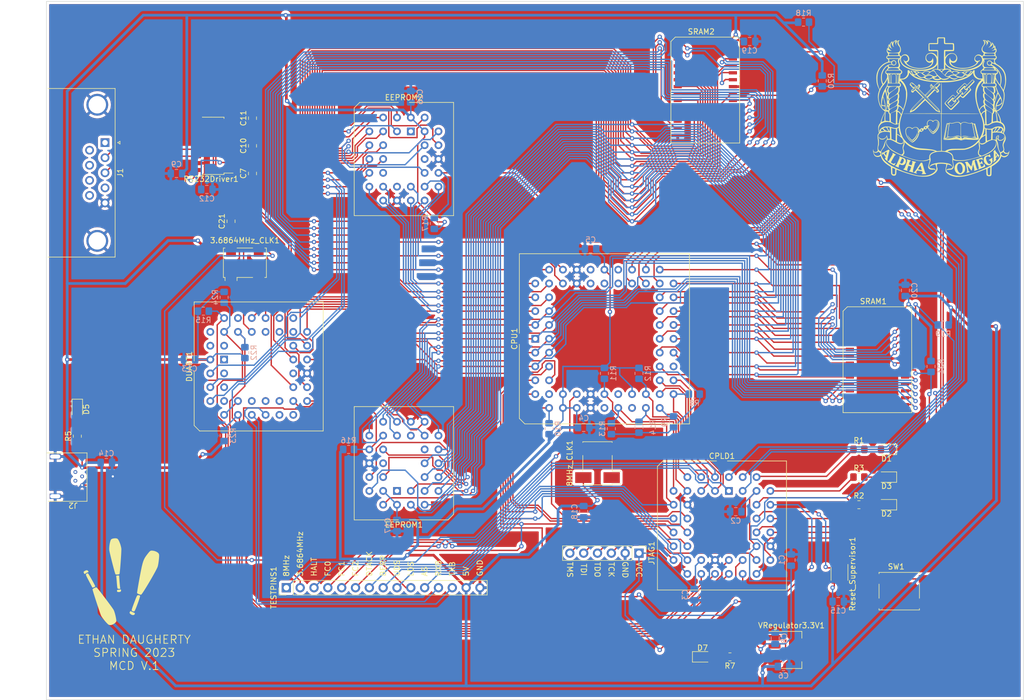
<source format=kicad_pcb>
(kicad_pcb (version 20211014) (generator pcbnew)
  (title_block (title "Microcomputer Design") (date "2023-02-15") (company "Ethan Daugherty"))
  (layers (0 "F.Cu" signal) (31 "B.Cu" signal) (34 "B.Paste" user) (35 "F.Paste" user) (36 "B.SilkS" user "B.Silkscreen") (37 "F.SilkS" user "F.Silkscreen") (38 "B.Mask" user) (39 "F.Mask" user) (44 "Edge.Cuts" user))
  (net 0 "")
  (net 2 "GND")
  (net 3 "3.6864MHz")
  (net 4 "+5V")
  (net 6 "8MHz")
  (net 7 "+3V3")
  (net 8 "Net-(C7-Pad1)")
  (net 9 "Net-(C7-Pad2)")
  (net 10 "Net-(C10-Pad1)")
  (net 11 "Net-(C10-Pad2)")
  (net 12 "Net-(C11-Pad1)")
  (net 13 "Net-(C12-Pad1)")
  (net 14 "RESETDU")
  (net 15 "RESETCPU")
  (net 16 "RESETBUTTON")
  (net 17 "ROMCE1")
  (net 18 "IPL0")
  (net 19 "IPL1")
  (net 20 "ROMCE2")
  (net 21 "RAMCE1")
  (net 22 "LDS")
  (net 23 "LED2")
  (net 24 "Net-(CPLD1-Pad15)")
  (net 25 "Net-(CPLD1-Pad16)")
  (net 26 "Net-(CPLD1-Pad17)")
  (net 27 "R{slash}W")
  (net 28 "R{slash}W_DUART")
  (net 29 "INTR")
  (net 30 "DUARTDTACK")
  (net 31 "BERR")
  (net 32 "Address16")
  (net 33 "Address17")
  (net 34 "Address18")
  (net 35 "LED1")
  (net 36 "FC0")
  (net 37 "Net-(CPLD1-Pad30)")
  (net 38 "FC1")
  (net 39 "FC2")
  (net 40 "RAMCE2")
  (net 41 "DUARTCS")
  (net 42 "IACK")
  (net 43 "DTACK")
  (net 44 "HALT")
  (net 45 "LED0")
  (net 46 "IPL2")
  (net 47 "AS")
  (net 48 "UDS")
  (net 49 "DATA4")
  (net 50 "DATA3")
  (net 51 "DATA2")
  (net 52 "DATA1")
  (net 53 "DATA0")
  (net 59 "Address1")
  (net 60 "Address2")
  (net 61 "Address3")
  (net 62 "Address4")
  (net 63 "Address5")
  (net 64 "Address6")
  (net 65 "Address7")
  (net 66 "Address8")
  (net 67 "Address9")
  (net 68 "Address10")
  (net 69 "Address11")
  (net 70 "Address12")
  (net 71 "Address13")
  (net 72 "Address14")
  (net 73 "Address15")
  (net 79 "DATA15")
  (net 80 "DATA14")
  (net 81 "DATA13")
  (net 82 "DATA12")
  (net 83 "DATA11")
  (net 84 "DATA10")
  (net 85 "DATA9")
  (net 86 "DATA8")
  (net 87 "DATA7")
  (net 88 "DATA6")
  (net 89 "DATA5")
  (net 90 "Net-(D1-Pad2)")
  (net 91 "Net-(D2-Pad2)")
  (net 92 "Net-(D3-Pad2)")
  (net 93 "Net-(D5-Pad2)")
  (net 94 "Net-(D7-Pad2)")
  (net 99 "RXB")
  (net 101 "TXB")
  (net 111 "TX")
  (net 113 "RX")
  (net 127 "RXD")
  (net 128 "TXD")
  (net 137 "RAMWE2")
  (net 138 "RAMWE1")
  (net 139 "Net-(Reset_Supervisor1-Pad4)")
  (footprint "Connector_Dsub:DSUB-9_Male_Horizontal_P2.77x2.84mm_EdgePinOffset7.70mm_Housed_MountingHolesOffset9.12mm" (layer "F.Cu") (at 73.370331 45.25 -90)
    (fp_text reference "J1")
    (fp_text value "RS232DB9_Male")
  )
  (footprint "Oscillator:Oscillator_SMD_IQD_IQXO70-4Pin_7.5x5.0mm" (layer "F.Cu") (at 99.06 67.31)
    (fp_text reference "3.6864MHz_CLK1")
    (fp_text value "CB3-3C-3M686400")
  )
  (footprint "Connector_PinHeader_2.54mm:MCD_TESTPOINTS" (layer "F.Cu") (at 106.68 127 90)
    (fp_text reference "TESTPINS1")
    (fp_text value "Conn_01x15_Male")
  )
  (footprint "Package_TO_SOT_SMD:SOT-223-5" (layer "F.Cu") (at 199.39 138.43)
    (fp_text reference "VRegulator3.3V1")
    (fp_text value "LP38692MPX-3.3/NOPB")
  )
  (footprint "Capacitor_SMD:C_0805_2012Metric_Pad1.18x1.45mm_HandSolder" (layer "F.Cu") (at 100.463 45.83575 90)
    (fp_text reference "C10")
    (fp_text value "1uF")
  )
  (footprint "Package_LCC:PLCC-32_THT-Socket" (layer "F.Cu") (at 129.54 43.18)
    (fp_text reference "EEPROM2")
    (fp_text value "AT28HC256-90JU-600")
  )
  (footprint "Oscillator:Oscillator_SMD_IQD_IQXO70-4Pin_7.5x5.0mm_HandSoldering" (layer "F.Cu") (at 163.83 104.14 90)
    (fp_text reference "8MHz_CLK1")
    (fp_text value "LFSPXO019079")
  )
  (footprint "LED_SMD:LED_0805_2012Metric_Pad1.15x1.40mm_HandSolder" (layer "F.Cu") (at 183.125 139.7)
    (fp_text reference "D7")
    (fp_text value "LED")
  )
  (footprint "Button_Switch_SMD:SW_SPST_B3S-1000" (layer "F.Cu") (at 218.694 127.635)
    (fp_text reference "SW1")
    (fp_text value "SW_Push")
  )
  (footprint "Resistor_SMD:R_0805_2012Metric_Pad1.20x1.40mm_HandSolder" (layer "F.Cu") (at 68.284 99.1665 90)
    (fp_text reference "R5")
    (fp_text value "510")
  )
  (footprint "Connector_USB:USB_miniB_TH" (layer "F.Cu") (at 64.22 106.553 180)
    (fp_text reference "J2")
    (fp_text value "USB_B_Mini")
  )
  (footprint "Capacitor_SMD:C_0805_2012Metric_Pad1.18x1.45mm_HandSolder" (layer "F.Cu") (at 96.52 59.69 90)
    (fp_text reference "C21")
    (fp_text value "1uF")
  )
  (footprint "Package_LCC:PLCC-32_THT-Socket" (layer "F.Cu") (at 127 109.22 180)
    (fp_text reference "EEPROM1")
    (fp_text value "AT28HC256-90JU-600")
  )
  (footprint "Package_LCC:PLCC-44_THT-Socket" (layer "F.Cu") (at 95.25 85.09 90)
    (fp_text reference "DUART1")
    (fp_text value "XR68C681CJTR-F")
  )
  (footprint "Resistor_SMD:R_0805_2012Metric_Pad1.20x1.40mm_HandSolder" (layer "F.Cu") (at 211.845 106.68)
    (fp_text reference "R3")
    (fp_text value "510")
  )
  (footprint "Connector_PinHeader_2.54mm:JTAG" (layer "F.Cu") (at 171.45 120.65 -90)
    (fp_text reference "JTAG1")
    (fp_text value "JTAG1")
  )
  (footprint "Package_SO:SOP-28_V2" (layer "F.Cu") (at 214.503 84.455 -90)
    (fp_text reference "SRAM1")
    (fp_text value "AS6C62256-55SIN")
  )
  (footprint "LOGO" (layer "F.Cu") (at 226.949 38.735)
    (fp_text reference "G***" hide)
    (fp_text value "LOGO" hide)
  )
  (footprint "Resistor_SMD:R_0805_2012Metric_Pad1.20x1.40mm_HandSolder" (layer "F.Cu") (at 211.845 101.6)
    (fp_text reference "R1")
    (fp_text value "510")
  )
  (footprint "Resistor_SMD:R_0805_2012Metric_Pad1.20x1.40mm_HandSolder" (layer "F.Cu") (at 211.845 111.76)
    (fp_text reference "R2")
    (fp_text value "510")
  )
  (footprint "LED_SMD:LED_0805_2012Metric_Pad1.15x1.40mm_HandSolder" (layer "F.Cu") (at 216.925 111.76 180)
    (fp_text reference "D2")
    (fp_text value "LED")
  )
  (footprint "Package_TO_SOT_SMD:SOT-143" (layer "F.Cu") (at 208.28 124.46 -90)
    (fp_text reference "Reset_Supervisor1")
    (fp_text value "APX811-31UG-7")
  )
  (footprint "LOGO" (layer "F.Cu") (at 76.327 125.857)
    (fp_text reference "G***" hide)
    (fp_text value "LOGO" hide)
  )
  (footprint "Package_LCC:PLCC-44_THT-Socket" (layer "F.Cu") (at 187.96 109.22)
    (fp_text reference "CPLD1")
    (fp_text value "XC9572XL-VQG44C")
  )
  (footprint "Package_SO:SOP-28_V2" (layer "F.Cu") (at 182.88 34.925 -90)
    (fp_text reference "SRAM2")
    (fp_text value "AS6C62256-55SIN")
  )
  (footprint "LED_SMD:LED_0805_2012Metric_Pad1.15x1.40mm_HandSolder" (layer "F.Cu") (at 216.925 101.6 180)
    (fp_text reference "D1")
    (fp_text value "LED")
  )
  (footprint "LED_SMD:LED_0805_2012Metric_Pad1.15x1.40mm_HandSolder" (layer "F.Cu") (at 216.925 106.68 180)
    (fp_text reference "D3")
    (fp_text value "LED")
  )
  (footprint "Capacitor_SMD:C_0805_2012Metric_Pad1.18x1.45mm_HandSolder" (layer "F.Cu") (at 100.463 50.91575 90)
    (fp_text reference "C7")
    (fp_text value "1uF")
  )
  (footprint "Package_SO:SOIC-16" (layer "F.Cu") (at 92.843 45.83575 180)
    (fp_text reference "RS232Driver1")
    (fp_text value "MAX232I")
  )
  (footprint "LED_SMD:LED_0805_2012Metric_Pad1.15x1.40mm_HandSolder" (layer "F.Cu") (at 68.284 94.234 -90)
    (fp_text reference "D5")
    (fp_text value "LED")
  )
  (footprint "Resistor_SMD:R_0805_2012Metric_Pad1.20x1.40mm_HandSolder" (layer "F.Cu") (at 188.16 139.7 180)
    (fp_text reference "R7")
    (fp_text value "510")
  )
  (footprint "Package_LCC:PLCC-68_THT-Socket" (layer "F.Cu") (at 152.4 81.28 90)
    (fp_text reference "CPU1")
    (fp_text value "MC68HC000FN10")
  )
  (footprint "Capacitor_SMD:C_0805_2012Metric_Pad1.18x1.45mm_HandSolder" (layer "F.Cu") (at 100.463 40.75575 90)
    (fp_text reference "C11")
    (fp_text value "1uF")
  )
  (footprint "Capacitor_SMD:C_0805_2012Metric_Pad1.18x1.45mm_HandSolder" (layer "B.Cu") (at 181.61 128.27 -90)
    (fp_text reference "C3")
    (fp_text value "1uF")
  )
  (footprint "Capacitor_SMD:C_0805_2012Metric_Pad1.18x1.45mm_HandSolder" (layer "B.Cu") (at 92.075 53.848)
    (fp_text reference "C12")
    (fp_text value "1uF")
  )
  (footprint "Resistor_SMD:R_0805_2012Metric_Pad1.20x1.40mm_HandSolder" (layer "B.Cu") (at 227.33 78.74)
    (fp_text reference "R19")
    (fp_text value "10K")
  )
  (footprint "Capacitor_SMD:C_0805_2012Metric_Pad1.18x1.45mm_HandSolder" (layer "B.Cu") (at 161.29 97.5575 180)
    (fp_text reference "C4")
    (fp_text value "1uF")
  )
  (footprint "Resistor_SMD:R_0805_2012Metric_Pad1.20x1.40mm_HandSolder" (layer "B.Cu") (at 177.8 96.52 -90)
    (fp_text reference "R9")
    (fp_text value "10K")
  )
  (footprint "Capacitor_SMD:C_0805_2012Metric_Pad1.18x1.45mm_HandSolder" (layer "B.Cu") (at 129.54 36.83 90)
    (fp_text reference "C16")
    (fp_text value "1uF")
  )
  (footprint "Capacitor_SMD:C_0805_2012Metric_Pad1.18x1.45mm_HandSolder" (layer "B.Cu") (at 88.9 85.09)
    (fp_text reference "C13")
    (fp_text value "1uF")
  )
  (footprint "Resistor_SMD:R_0805_2012Metric_Pad1.20x1.40mm_HandSolder" (layer "B.Cu") (at 154.94 97.79 90)
    (fp_text reference "R10")
    (fp_text value "10K")
  )
  (footprint "Capacitor_SMD:C_0805_2012Metric_Pad1.18x1.45mm_HandSolder" (layer "B.Cu") (at 86.493 50.91575 180)
    (fp_text reference "C9")
    (fp_text value "1uF")
  )
  (footprint "Resistor_SMD:R_0805_2012Metric_Pad1.20x1.40mm_HandSolder" (layer "B.Cu") (at 166.37 97.79 -90)
    (fp_text reference "R13")
    (fp_text value "10K")
  )
  (footprint "Capacitor_SMD:C_0805_2012Metric_Pad1.18x1.45mm_HandSolder" (layer "B.Cu") (at 197.993 141.478)
    (fp_text reference "C6")
    (fp_text value "1uF")
  )
  (footprint "Resistor_SMD:R_0805_2012Metric_Pad1.20x1.40mm_HandSolder" (layer "B.Cu") (at 95.25 73.66 -90)
    (fp_text reference "R24")
    (fp_text value "10K")
  )
  (footprint "Capacitor_SMD:C_0805_2012Metric_Pad1.18x1.45mm_HandSolder" (layer "B.Cu") (at 162.56 64.77 180)
    (fp_text reference "C5")
    (fp_text value "1uF")
  )
  (footprint "Capacitor_SMD:C_0805_2012Metric_Pad1.18x1.45mm_HandSolder" (layer "B.Cu") (at 220.38 72.39 90)
    (fp_text reference "C20")
    (fp_text value "1uF")
  )
  (footprint "Capacitor_SMD:C_0805_2012Metric_Pad1.18x1.45mm_HandSolder" (layer "B.Cu") (at 189.23 113.03)
    (fp_text reference "C2")
    (fp_text value "1uF")
  )
  (footprint "Resistor_SMD:R_0805_2012Metric_Pad1.20x1.40mm_HandSolder" (layer "B.Cu") (at 99.06 83.82 90)
    (fp_text reference "R22")
    (fp_text value "10K")
  )
  (footprint "Resistor_SMD:R_0805_2012Metric_Pad1.20x1.40mm_HandSolder" (layer "B.Cu") (at 118.11 101.6 180)
    (fp_text reference "R16")
    (fp_text value "10K")
  )
  (footprint "Capacitor_SMD:C_0805_2012Metric_Pad1.18x1.45mm_HandSolder" (layer "B.Cu") (at 208.0475 129.54)
    (fp_text reference "C15")
    (fp_text value "1uF")
  )
  (footprint "Capacitor_SMD:C_0805_2012Metric_Pad1.18x1.45mm_HandSolder" (layer "B.Cu") (at 196.469 136.271 90)
    (fp_text reference "C8")
    (fp_text value "1uF")
  )
  (footprint "Resistor_SMD:R_0805_2012Metric_Pad1.20x1.40mm_HandSolder" (layer "B.Cu") (at 91.44 76.2)
    (fp_text reference "R15")
    (fp_text value "10K")
  )
  (footprint "Resistor_SMD:R_0805_2012Metric_Pad1.20x1.40mm_HandSolder" (layer "B.Cu") (at 225.09 86.36 90)
    (fp_text reference "R21")
    (fp_text value "10K")
  )
  (footprint "Resistor_SMD:R_0805_2012Metric_Pad1.20x1.40mm_HandSolder" (layer "B.Cu") (at 133.858 60.087 -90)
    (fp_text reference "R17")
    (fp_text value "10K")
  )
  (footprint "Resistor_SMD:R_0805_2012Metric_Pad1.20x1.40mm_HandSolder" (layer "B.Cu") (at 171.45 97.52 90)
    (fp_text reference "R14")
    (fp_text value "10K")
  )
  (footprint "Capacitor_SMD:C_0805_2012Metric_Pad1.18x1.45mm_HandSolder" (layer "B.Cu") (at 73.618 104.013 180)
    (fp_text reference "C14")
    (fp_text value "1uF")
  )
  (footprint "Capacitor_SMD:C_0805_2012Metric_Pad1.18x1.45mm_HandSolder" (layer "B.Cu") (at 191.77 26.67)
    (fp_text reference "C19")
    (fp_text value "1uF")
  )
  (footprint "Resistor_SMD:R_0805_2012Metric_Pad1.20x1.40mm_HandSolder" (layer "B.Cu") (at 171.45 87.63 90)
    (fp_text reference "R12")
    (fp_text value "10K")
  )
  (footprint "Resistor_SMD:R_0805_2012Metric_Pad1.20x1.40mm_HandSolder" (layer "B.Cu") (at 95.25 99.06 90)
    (fp_text reference "R23")
    (fp_text value "10K")
  )
  (footprint "Resistor_SMD:R_0805_2012Metric_Pad1.20x1.40mm_HandSolder" (layer "B.Cu") (at 165.1 87.63 90)
    (fp_text reference "R11")
    (fp_text value "10K")
  )
  (footprint "Capacitor_SMD:C_0805_2012Metric_Pad1.18x1.45mm_HandSolder" (layer "B.Cu") (at 161.29 113.03 -90)
    (fp_text reference "C18")
    (fp_text value "1uF")
  )
  (footprint "Capacitor_SMD:C_0805_2012Metric_Pad1.18x1.45mm_HandSolder" (layer "B.Cu") (at 199.39 121.92 -90)
    (fp_text reference "C1")
    (fp_text value "1uF")
  )
  (footprint "Resistor_SMD:R_0805_2012Metric_Pad1.20x1.40mm_HandSolder" (layer "B.Cu") (at 181.61 91.44)
    (fp_text reference "R8")
    (fp_text value "10K")
  )
  (footprint "Resistor_SMD:R_0805_2012Metric_Pad1.20x1.40mm_HandSolder" (layer "B.Cu") (at 205.105 33.909 90)
    (fp_text reference "R20")
    (fp_text value "10K")
  )
  (footprint "Resistor_SMD:R_0805_2012Metric_Pad1.20x1.40mm_HandSolder" (layer "B.Cu") (at 201.676 23.114 180)
    (fp_text reference "R18")
    (fp_text value "10K")
  )
  (footprint "Capacitor_SMD:C_0805_2012Metric_Pad1.18x1.45mm_HandSolder" (layer "B.Cu") (at 127 115.57 -90)
    (fp_text reference "C17")
    (fp_text value "1uF")
  )
  (gr_poly (pts (xy 242.062 147.574) (xy 62.611 147.574) (xy 62.611 19.304) (xy 242.062 19.304)) (layer "Edge.Cuts") (width 0.1) (fill none))
  (gr_text "ETHAN DAUGHERTY\nSPRING 2023\nMCD V.1" (at 78.74 138.938) (layer "F.SilkS") (effects (font (size 1.5 1.5))))
  (segment (start 73.203 108.153) (end 74.803 106.553) (width 0.25) (layer "F.Cu") (net 2))
  (segment (start 69.169 108.153) (end 73.203 108.153) (width 0.25) (layer "F.Cu") (net 2))
  (via (at 74.803 106.553) (size 0.8) (drill 0.4) (layers "F.Cu" "B.Cu") (net 2))
  (segment (start 74.803 104.1605) (end 74.6555 104.013) (width 0.25) (layer "B.Cu") (net 2))
  (segment (start 74.803 106.553) (end 74.803 104.1605) (width 0.25) (layer "B.Cu") (net 2))
  (segment (start 184.384289 126.533211) (end 181.61 129.3075) (width 0.25) (layer "B.Cu") (net 2))
  (segment (start 184.384289 122.955711) (end 184.384289 126.533211) (width 0.25) (layer "B.Cu") (net 2))
  (segment (start 185.42 121.92) (end 184.384289 122.955711) (width 0.25) (layer "B.Cu") (net 2))
  (segment (start 93.345 53.848) (end 93.1125 53.848) (width 0.25) (layer "B.Cu") (net 2))
  (segment (start 100.33 80.01) (end 98.825711 78.505711) (width 0.25) (layer "F.Cu") (net 3))
  (segment (start 109.22 125.73) (end 109.22 127) (width 0.25) (layer "F.Cu") (net 3))
  (segment (start 98.825711 65.365578) (end 98.981289 65.21) (width 0.25) (layer "F.Cu") (net 3))
  (segment (start 103.31 65.21) (end 104.14 66.04) (width 0.25) (layer "F.Cu") (net 3))
  (segment (start 98.981289 65.21) (end 101.6 65.21) (width 0.25) (layer "F.Cu") (net 3))
  (segment (start 101.6 65.21) (end 103.31 65.21) (width 0.25) (layer "F.Cu") (net 3))
  (segment (start 100.33 121.92) (end 105.41 121.92) (width 0.25) (layer "F.Cu") (net 3))
  (segment (start 98.825711 78.505711) (end 98.825711 65.365578) (width 0.25) (layer "F.Cu") (net 3))
  (segment (start 105.41 121.92) (end 109.22 125.73) (width 0.25) (layer "F.Cu") (net 3))
  (via (at 104.14 66.04) (size 0.8) (drill 0.4) (layers "F.Cu" "B.Cu") (net 3))
  (via (at 100.33 121.92) (size 0.8) (drill 0.4) (layers "F.Cu" "B.Cu") (net 3))
  (segment (start 84.328 76.2) (end 84.328 112.268) (width 0.25) (layer "B.Cu") (net 3))
  (segment (start 94.488 66.04) (end 84.328 76.2) (width 0.25) (layer "B.Cu") (net 3))
  (segment (start 84.328 112.268) (end 93.98 121.92) (width 0.25) (layer "B.Cu") (net 3))
  (segment (start 93.98 121.92) (end 100.33 121.92) (width 0.25) (layer "B.Cu") (net 3))
  (segment (start 104.14 66.04) (end 94.488 66.04) (width 0.25) (layer "B.Cu") (net 3))
  (segment (start 69.169 101.0515) (end 69.169 104.953) (width 0.25) (layer "F.Cu") (net 4))
  (segment (start 194.15 142.621) (end 194.15 141.384) (width 0.5) (layer "F.Cu") (net 4))
  (segment (start 135.763 59.817) (end 134.493 59.817) (width 0.25) (layer "F.Cu") (net 4))
  (segment (start 188.516 26.114) (end 189.23 25.4) (width 0.25) (layer "F.Cu") (net 4))
  (segment (start 130.81 45.525282) (end 132.08 44.255282) (width 0.25) (layer "F.Cu") (net 4))
  (segment (start 96.52 60.7275) (end 96.52 65.21) (width 0.25) (layer "F.Cu") (net 4))
  (segment (start 90.373 50.28075) (end 90.373 50.978) (width 0.25) (layer "F.Cu") (net 4))
  (segment (start 133.731 121.031) (end 128.905 121.031) (width 0.5) (layer "F.Cu") (net 4))
  (segment (start 92.202 65.024) (end 96.334 65.024) (width 0.5) (layer "F.Cu") (net 4))
  (segment (start 207.33 126.68) (end 207.01 127) (width 0.25) (layer "F.Cu") (net 4))
  (segment (start 220.266 75.644) (end 220.98 74.93) (width 0.25) (layer "F.Cu") (net 4))
  (segment (start 197.432011 140.68) (end 196.34 140.68) (width 0.25) (layer "F.Cu") (net 4))
  (segment (start 232.156 78.994) (end 228.727 75.565) (width 0.5) (layer "F.Cu") (net 4))
  (segment (start 139.7 127) (end 133.731 121.031) (width 0.5) (layer "F.Cu") (net 4))
  (segment (start 194.854 140.68) (end 196.34 140.68) (width 0.5) (layer "F.Cu") (net 4))
  (segment (start 106.68 37.465) (end 106.807 37.592) (width 0.5) (layer "F.Cu") (net 4))
  (segment (start 188.516 27.305) (end 188.516 26.114) (width 0.25) (layer "F.Cu") (net 4))
  (segment (start 134.493 59.817) (end 130.81 56.134) (width 0.25) (layer "F.Cu") (net 4))
  (segment (start 130.81 56.134) (end 130.81 45.525282) (width 0.25) (layer "F.Cu") (net 4))
  (segment (start 166.135711 69.615711) (end 165.1 68.58) (width 0.25) (layer "F.Cu") (net 4))
  (segment (start 166.135711 76.307289) (end 166.135711 69.615711) (width 0.25) (layer "F.Cu") (net 4))
  (segment (start 198.374 139.738011) (end 197.432011 140.68) (width 0.25) (layer "F.Cu") (net 4))
  (segment (start 161.23 108.3221) (end 163.83 110.9221) (width 0.25) (layer "F.Cu") (net 4))
  (segment (start 66.421 85.09) (end 92.71 85.09) (width 0.5) (layer "F.Cu") (net 4))
  (segment (start 88.849 104.953) (end 91.313 102.489) (width 0.5) (layer "F.Cu") (net 4))
  (segment (start 90.373 50.978) (end 89.154 52.197) (width 0.25) (layer "F.Cu") (net 4))
  (segment (start 197.902 136.18) (end 198.374 136.652) (width 0.25) (layer "F.Cu") (net 4))
  (segment (start 166.116 76.327) (end 166.135711 76.307289) (width 0.25) (layer "F.Cu") (net 4))
  (segment (start 106.68 21.971) (end 106.68 37.465) (width 0.5) (layer "F.Cu") (net 4))
  (segment (start 161.23 106.77) (end 161.23 108.3221) (width 0.25) (layer "F.Cu") (net 4))
  (segment (start 90.424 63.246) (end 92.202 65.024) (width 0.5) (layer "F.Cu") (net 4))
  (segment (start 106.553 21.844) (end 106.68 21.971) (width 0.5) (layer "F.Cu") (net 4))
  (segment (start 132.08 44.255282) (end 132.08 43.18) (width 0.25) (layer "F.Cu") (net 4))
  (segment (start 69.169 104.953) (end 88.849 104.953) (width 0.5) (layer "F.Cu") (net 4))
  (segment (start 207.33 125.56) (end 207.33 126.68) (width 0.25) (layer "F.Cu") (net 4))
  (segment (start 68.284 100.1665) (end 69.169 101.0515) (width 0.25) (layer "F.Cu") (net 4))
  (segment (start 220.266 76.835) (end 220.266 75.644) (width 0.25) (layer "F.Cu") (net 4))
  (segment (start 194.15 141.384) (end 194.854 140.68) (width 0.5) (layer "F.Cu") (net 4))
  (segment (start 96.334 65.024) (end 96.52 65.21) (width 0.5) (layer "F.Cu") (net 4))
  (segment (start 196.34 136.18) (end 197.902 136.18) (width 0.25) (layer "F.Cu") (net 4))
  (segment (start 198.374 136.652) (end 198.374 139.738011) (width 0.25) (layer "F.Cu") (net 4))
  (segment (start 236.982 78.994) (end 232.156 78.994) (width 0.5) (layer "F.Cu") (net 4))
  (via (at 90.424 63.246) (size 0.8) (drill 0.4) (layers "F.Cu" "B.Cu") (net 4))
  (via (at 66.421 85.09) (size 0.8) (drill 0.4) (layers "F.Cu" "B.Cu") (net 4))
  (via (at 228.727 75.565) (size 0.8) (drill 0.4) (layers "F.Cu" "B.Cu") (net 4))
  (via (at 189.23 25.4) (size 0.8) (drill 0.4) (layers "F.Cu" "B.Cu") (net 4))
  (via (at 194.15 142.621) (size 0.8) (drill 0.4) (layers "F.Cu" "B.Cu") (net 4))
  (via (at 128.905 121.031) (size 0.8) (drill 0.4) (layers "F.Cu" "B.Cu") (net 4))
  (via (at 106.807 37.592) (size 0.8) (drill 0.4) (layers "F.Cu" "B.Cu") (net 4))
  (via (at 135.763 59.817) (size 0.8) (drill 0.4) (layers "F.Cu" "B.Cu") (net 4))
  (via (at 106.553 21.844) (size 0.8) (drill 0.4) (layers "F.Cu" "B.Cu") (net 4))
  (via (at 163.83 110.9221) (size 0.8) (drill 0.4) (layers "F.Cu" "B.Cu") (net 4))
  (via (at 236.982 78.994) (size 0.8) (drill 0.4) (layers "F.Cu" "B.Cu") (net 4))
  (via (at 89.154 52.197) (size 0.8) (drill 0.4) (layers "F.Cu" "B.Cu") (net 4))
  (via (at 166.116 76.327) (size 0.8) (drill 0.4) (layers "F.Cu" "B.Cu") (net 4))
  (via (at 207.01 127) (size 0.8) (drill 0.4) (layers "F.Cu" "B.Cu") (net 4))
  (via (at 220.98 74.93) (size 0.8) (drill 0.4) (layers "F.Cu" "B.Cu") (net 4))
  (via (at 91.313 102.489) (size 0.8) (drill 0.4) (layers "F.Cu" "B.Cu") (net 4))
  (segment (start 69.169 104.953) (end 70.109 104.013) (width 0.5) (layer "B.Cu") (net 4))
  (segment (start 194.15 142.621) (end 194.15 145.001) (width 0.5) (layer "B.Cu") (net 4))
  (segment (start 154.94 99.949) (end 154.94 98.79) (width 0.5) (layer "B.Cu") (net 4))
  (segment (start 190.7325 26.67) (end 190.5 26.67) (width 0.25) (layer "B.Cu") (net 4))
  (segment (start 66.421 85.09) (end 66.421 102.205) (width 0.5) (layer "B.Cu") (net 4))
  (segment (start 139.827 145.034) (end 194.183 145.034) (width 0.5) (layer "B.Cu") (net 4))
  (segment (start 84.963 63.246) (end 77.089 71.12) (width 0.5) (layer "B.Cu") (net 4))
  (segment (start 225.09 85.36) (end 225.09 79.04) (width 0.5) (layer "B.Cu") (net 4))
  (segment (start 90.44 76.2) (end 93.98 72.66) (width 0.25) (layer "B.Cu") (net 4))
  (segment (start 138.049 112.522) (end 142.748 112.522) (width 0.5) (layer "B.Cu") (net 4))
  (segment (start 89.154 52.197) (end 88.81175 52.197) (width 0.25) (layer "B.Cu") (net 4))
  (segment (start 157.48 93.98) (end 160.02 93.98) (width 0.25) (layer "B.Cu") (net 4))
  (segment (start 166.37 98.79) (end 171.18 98.79) (width 0.25) (layer "B.Cu") (net 4))
  (segment (start 164.83 86.36) (end 157.48 86.36) (width 0.25) (layer "B.Cu") (net 4))
  (segment (start 66.421 102.205) (end 69.169 104.953) (width 0.5) (layer "B.Cu") (net 4))
  (segment (start 135.763 60.071) (end 134.747 61.087) (width 0.25) (layer "B.Cu") (net 4))
  (segment (start 182.61 92.71) (end 182.61 91.44) (width 0.25) (layer "B.Cu") (net 4))
  (segment (start 236.982 78.994) (end 237.109 79.121) (width 0.5) (layer "B.Cu") (net 4))
  (segment (start 130.81 119.126) (end 130.81 117.729) (width 0.5) (layer "B.Cu") (net 4))
  (segment (start 163.5975 64.77) (end 165.1 66.2725) (width 0.25) (layer "B.Cu") (net 4))
  (segment (start 207.01 141.097) (end 207.01 129.54) (width 0.5) (layer "B.Cu") (net 4))
  (segment (start 157.48 93.98) (end 157.48 96.25) (width 0.25) (layer "B.Cu") (net 4))
  (segment (start 139.7 144.907) (end 139.827 145.034) (width 0.5) (layer "B.Cu") (net 4))
  (segment (start 162.7596 111.9925) (end 161.29 111.9925) (width 0.25) (layer "B.Cu") (net 4))
  (segment (start 197.993 23.241) (end 205.105 30.353) (width 0.5) (layer "B.Cu") (net 4))
  (segment (start 72.771 131.445) (end 86.36 145.034) (width 0.5) (layer "B.Cu") (net 4))
  (segment (start 66.421 85.09) (end 66.421 71.12) (width 0.5) (layer "B.Cu") (net 4))
  (segment (start 72.771 104.2035) (end 72.771 131.445) (width 0.5) (layer "B.Cu") (net 4))
  (segment (start 151.13 120.904) (end 156.591 115.443) (width 0.5) (layer "B.Cu") (net 4))
  (segment (start 154.94 99.949) (end 157.3315 97.5575) (width 0.5) (layer "B.Cu") (net 4))
  (segment (start 237.109 110.998) (end 207.01 141.097) (width 0.5) (layer "B.Cu") (net 4))
  (segment (start 170.18 91.44) (end 170.18 90.17) (width 0.25) (layer "B.Cu") (net 4))
  (segment (start 88.392 50.05425) (end 87.5305 50.91575) (width 0.5) (layer "B.Cu") (net 4))
  (segment (start 165.1 66.2725) (end 165.1 68.58) (width 0.25) (layer "B.Cu") (net 4))
  (segment (start 154.94 100.33) (end 154.94 99.949) (width 0.5) (layer "B.Cu") (net 4))
  (segment (start 70.109 104.013) (end 72.5805 104.013) (width 0.5) (layer "B.Cu") (net 4))
  (segment (start 197.993 23.241) (end 200.549 23.241) (width 0.5) (layer "B.Cu") (net 4))
  (segment (start 194.15 145.001) (end 194.183 145.034) (width 0.5) (layer "B.Cu") (net 4))
  (segment (start 237.109 79.121) (end 237.109 110.998) (width 0.5) (layer "B.Cu") (net 4))
  (segment (start 157.48 91.44) (end 157.48 93.98) (width 0.25) (layer "B.Cu") (net 4))
  (segment (start 128.143 39.243) (end 129.54 40.64) (width 0.5) (layer "B.Cu") (net 4))
  (segment (start 99.06 84.82) (end 98.294289 84.054289) (width 0.25) (layer "B.Cu") (net 4))
  (segment (start 194.15 141.892) (end 194.564 141.478) (width 0.5) (layer "B.Cu") (net 4))
  (segment (start 220.98 74.93) (end 220.98 74.0275) (width 0.25) (layer "B.Cu") (net 4))
  (segment (start 93.98 72.66) (end 95.25 72.66) (width 0.25) (layer "B.Cu") (net 4))
  (segment (start 171.45 86.63) (end 167.91 86.63) (width 0.25) (layer "B.Cu") (net 4))
  (segment (start 90.44 84.5875) (end 89.9375 85.09) (width 0.25) (layer "B.Cu") (net 4))
  (segment (start 89.9375 85.09) (end 92.71 85.09) (width 0.25) (layer "B.Cu") (net 4))
  (segment (start 170.18 90.17) (end 167.91 87.9) (width 0.25) (layer "B.Cu") (net 4))
  (segment (start 190.5 26.67) (end 189.23 25.4) (width 0.25) (layer "B.Cu") (net 4))
  (segment (start 108.458 39.243) (end 128.143 39.243) (width 0.5) (layer "B.Cu") (net 4))
  (segment (start 160.02 97.325) (end 160.02 93.98) (width 0.25) (layer "B.Cu") (net 4))
  (segment (start 207.01 127) (end 207.01 129.54) (width 0.25) (layer "B.Cu") (net 4))
  (segment (start 116.586 121.71644) (end 116.586 102.124) (width 0.5) (layer "B.Cu") (net 4))
  (segment (start 86.36 145.034) (end 139.827 145.034) (width 0.5) (layer "B.Cu") (net 4))
  (segment (start 228.727 75.565) (end 226.5895 73.4275) (width 0.5) (layer "B.Cu") (net 4))
  (segment (start 90.44 76.2) (end 90.44 84.5875) (width 0.25) (layer "B.Cu") (net 4))
  (segment (start 128.905 121.031) (end 128.21956 121.71644) (width 0.5) (layer "B.Cu") (net 4))
  (segment (start 128.905 121.031) (end 130.81 119.126) (width 0.5) (layer "B.Cu") (net 4))
  (segment (start 88.392 21.844) (end 80.391 21.844) (width 0.5) (layer "B.Cu") (net 4))
  (segment (start 130.2805 114.5325) (end 127 114.5325) (width 0.5) (layer "B.Cu") (net 4))
  (segment (start 156.591 115.443) (end 156.591 112.649) (width 0.5) (layer "B.Cu") (net 4))
  (segment (start 88.81175 52.197) (end 87.5305 50.91575) (width 0.25) (layer "B.Cu") (net 4))
  (segment (start 166.116 85.614) (end 166.116 76.327) (width 0.25) (layer "B.Cu") (net 4))
  (segment (start 106.807 37.592) (end 108.458 39.243) (width 0.5) (layer "B.Cu") (net 4))
  (segment (start 160.2525 97.5575) (end 160.02 97.325) (width 0.25) (layer "B.Cu") (net 4))
  (segment (start 172.215711 87.395711) (end 178.565711 87.395711) (width 0.25) (layer "B.Cu") (net 4))
  (segment (start 139.7 127) (end 139.7 144.907) (width 0.5) (layer "B.Cu") (net 4))
  (segment (start 132.842 117.729) (end 138.049 112.522) (width 0.5) (layer "B.Cu") (net 4))
  (segment (start 92.821 102.489) (end 95.25 100.06) (width 0.5) (layer "B.Cu") (net 4))
  (segment (start 165.1 86.63) (end 164.83 86.36) (width 0.25) (layer "B.Cu") (net 4))
  (segment (start 194.183 145.034) (end 203.073 145.034) (width 0.5) (layer "B.Cu") (net 4))
  (segment (start 171.18 98.79) (end 171.45 98.52) (width 0.25) (layer "B.Cu") (net 4))
  (segment (start 134.747 61.087) (end 133.858 61.087) (width 0.25) (layer "B.Cu") (net 4))
  (segment (start 196.596 21.844) (end 197.993 23.241) (width 0.5) (layer "B.Cu") (net 4))
  (segment (start 156.591 112.649) (end 157.2475 111.9925) (width 0.5) (layer "B.Cu") (net 4))
  (segment (start 176.8 98.52) (end 177.8 97.52) (width 0.25) (layer "B.Cu") (net 4))
  (segment (start 130.81 115.062) (end 130.2805 114.5325) (width 0.5) (layer "B.Cu") (net 4))
  (segment (start 135.763 59.817) (end 135.763 60.071) (width 0.25) (layer "B.Cu") (net 4))
  (segment (start 72.5805 104.013) (end 72.771 104.2035) (width 0.5) (layer "B.Cu") (net 4))
  (segment (start 194.564 141.478) (end 196.9555 141.478) (width 0.5) (layer "B.Cu") (net 4))
  (segment (start 139.7 127) (end 145.796 120.904) (width 0.5) (layer "B.Cu") (net 4))
  (segment (start 220.98 74.0275) (end 220.38 73.4275) (width 0.25) (layer "B.Cu") (net 4))
  (segment (start 130.81 117.729) (end 132.842 117.729) (width 0.5) (layer "B.Cu") (net 4))
  (segment (start 189.23 21.844) (end 189.23 25.4) (width 0.5) (layer "B.Cu") (net 4))
  (segment (start 171.45 86.63) (end 172.215711 87.395711) (width 0.25) (layer "B.Cu") (net 4))
  (segment (start 129.54 37.8675) (end 129.54 40.64) (width 0.25) (layer "B.Cu") (net 4))
  (segment (start 225.09 79.04) (end 220.98 74.93) (width 0.5) (layer "B.Cu") (net 4))
  (segment (start 91.313 102.489) (end 92.821 102.489) (width 0.5) (layer "B.Cu") (net 4))
  (segment (start 228.727 75.565) (end 228.727 78.343) (width 0.5) (layer "B.Cu") (net 4))
  (segment (start 130.81 117.729) (end 130.81 115.062) (width 0.5) (layer "B.Cu") (net 4))
  (segment (start 93.745711 84.054289) (end 92.71 85.09) (width 0.25) (layer "B.Cu") (net 4))
  (segment (start 142.748 112.522) (end 154.94 100.33) (width 0.5) (layer "B.Cu") (net 4))
  (segment (start 145.796 120.904) (end 151.13 120.904) (width 0.5) (layer "B.Cu") (net 4))
  (segment (start 194.15 142.621) (end 194.15 141.892) (width 0.5) (layer "B.Cu") (net 4))
  (segment (start 167.91 86.63) (end 165.1 86.63) (width 0.25) (layer "B.Cu") (net 4))
  (segment (start 226.5895 73.4275) (end 220.38 73.4275) (width 0.5) (layer "B.Cu") (net 4))
  (segment (start 157.48 96.25) (end 154.94 98.79) (width 0.25) (layer "B.Cu") (net 4))
  (segment (start 106.553 21.844) (end 189.23 21.844) (width 0.5) (layer "B.Cu") (net 4))
  (segment (start 80.391 21.844) (end 66.421 35.814) (width 0.5) (layer "B.Cu") (net 4))
  (segment (start 116.586 102.124) (end 117.11 101.6) (width 0.5) (layer "B.Cu") (net 4))
  (segment (start 189.23 21.844) (end 196.596 21.844) (width 0.5) (layer "B.Cu") (net 4))
  (segment (start 88.392 21.844) (end 88.392 50.05425) (width 0.5) (layer "B.Cu") (net 4))
  (segment (start 127 114.5325) (end 127 111.76) (width 0.25) (layer "B.Cu") (net 4))
  (segment (start 157.3315 97.5575) (end 160.2525 97.5575) (width 0.5) (layer "B.Cu") (net 4))
  (segment (start 178.565711 87.395711) (end 182.61 91.44) (width 0.25) (layer "B.Cu") (net 4))
  (segment (start 77.089 71.12) (end 66.421 71.12) (width 0.5) (layer "B.Cu") (net 4))
  (segment (start 163.83 110.9221) (end 162.7596 111.9925) (width 0.25) (layer "B.Cu") (net 4))
  (segment (start 127 111.76) (end 124.46 109.22) (width 0.25) (layer "B.Cu") (net 4))
  (segment (start 171.45 98.52) (end 176.8 98.52) (width 0.25) (layer "B.Cu") (net 4))
  (segment (start 205.105 30.353) (end 205.105 32.909) (width 0.5) (layer "B.Cu") (net 4))
  (segment (start 90.424 63.246) (end 84.963 63.246) (width 0.5) (layer "B.Cu") (net 4))
  (segment (start 177.8 97.52) (end 182.61 92.71) (width 0.25) (layer "B.Cu") (net 4))
  (segment (start 98.294289 84.054289) (end 93.745711 84.054289) (width 0.25) (layer "B.Cu") (net 4))
  (segment (start 203.073 145.034) (end 207.01 141.097) (width 0.5) (layer "B.Cu") (net 4))
  (segment (start 167.91 87.9) (end 167.91 86.63) (width 0.25) (layer "B.Cu") (net 4))
  (segment (start 157.2475 111.9925) (end 161.29 111.9925) (width 0.5) (layer "B.Cu") (net 4))
  (segment (start 128.21956 121.71644) (end 116.586 121.71644) (width 0.5) (layer "B.Cu") (net 4))
  (segment (start 165.1 86.63) (end 166.116 85.614) (width 0.25) (layer "B.Cu") (net 4))
  (segment (start 129.54 40.64) (end 132.08 43.18) (width 0.25) (layer "B.Cu") (net 4))
  (segment (start 200.549 23.241) (end 200.676 23.114) (width 0.5) (layer "B.Cu") (net 4))
  (segment (start 228.727 78.343) (end 228.33 78.74) (width 0.5) (layer "B.Cu") (net 4))
  (segment (start 66.421 35.814) (end 66.421 71.12) (width 0.5) (layer "B.Cu") (net 4))
  (segment (start 157.48 86.36) (end 157.48 91.44) (width 0.25) (layer "B.Cu") (net 4))
  (segment (start 106.553 21.844) (end 88.392 21.844) (width 0.5) (layer "B.Cu") (net 4))
  (segment (start 177.605282 113.03) (end 176.784802 113.85048) (width 0.25) (layer "F.Cu") (net 6))
  (segment (start 161.23 101.51) (end 158.75 99.03) (width 0.25) (layer "F.Cu") (net 6))
  (segment (start 180.34 114.3) (end 179.07 113.03) (width 0.25) (layer "F.Cu") (net 6))
  (segment (start 155.38952 103.69048) (end 157.57 101.51) (width 0.25) (layer "F.Cu") (net 6))
  (segment (start 157.57 101.51) (end 161.23 101.51) (width 0.25) (layer "F.Cu") (net 6))
  (segment (start 179.07 113.03) (end 177.605282 113.03) (width 0.25) (layer "F.Cu") (net 6))
  (segment (start 155.38952 111.572366) (end 155.38952 103.69048) (width 0.25) (layer "F.Cu") (net 6))
  (segment (start 158.75 92.71) (end 160.02 91.44) (width 0.25) (layer "F.Cu") (net 6))
  (segment (start 176.784802 113.85048) (end 157.667634 113.85048) (width 0.25) (layer "F.Cu") (net 6))
  (segment (start 158.75 99.03) (end 158.75 92.71) (width 0.25) (layer "F.Cu") (net 6))
  (segment (start 157.667634 113.85048) (end 155.38952 111.572366) (width 0.25) (layer "F.Cu") (net 6))
  (via (at 156.21 102.87) (size 0.8) (drill 0.4) (layers "F.Cu" "B.Cu") (net 6))
  (segment (start 134.973551 117.756449) (end 141.288215 117.756449) (width 0.25) (layer "B.Cu") (net 6))
  (segment (start 141.288215 117.756449) (end 156.174664 102.87) (width 0.25) (layer "B.Cu") (net 6))
  (segment (start 106.68 127) (end 111.38904 122.29096) (width 0.25) (layer "B.Cu") (net 6))
  (segment (start 156.174664 102.87) (end 156.21 102.87) (width 0.25) (layer "B.Cu") (net 6))
  (segment (start 130.43904 122.29096) (end 134.973551 117.756449) (width 0.25) (layer "B.Cu") (net 6))
  (segment (start 111.38904 122.29096) (end 130.43904 122.29096) (width 0.25) (layer "B.Cu") (net 6))
  (segment (start 193.04 119.38) (end 191.77 118.11) (width 0.25) (layer "F.Cu") (net 7))
  (segment (start 193.802 139.18) (end 196.34 139.18) (width 0.25) (layer "F.Cu") (net 7))
  (segment (start 191.77 118.11) (end 191.77 110.49) (width 0.25) (layer "F.Cu") (net 7))
  (segment (start 193.802 138.303) (end 193.802 139.7) (width 0.25) (layer "F.Cu") (net 7))
  (segment (start 176.53 137.16) (end 175.26 138.43) (width 0.25) (layer "F.Cu") (net 7))
  (segment (start 193.802 139.7) (end 189.16 139.7) (width 0.25) (layer "F.Cu") (net 7))
  (segment (start 191.77 110.49) (end 193.04 109.22) (width 0.25) (layer "F.Cu") (net 7))
  (segment (start 192.659 137.16) (end 176.53 137.16) (width 0.25) (layer "F.Cu") (net 7))
  (segment (start 193.802 138.303) (end 192.659 137.16) (width 0.25) (layer "F.Cu") (net 7))
  (via (at 175.26 138.43) (size 0.8) (drill 0.4) (layers "F.Cu" "B.Cu") (net 7))
  (via (at 193.802 138.303) (size 0.8) (drill 0.4) (layers "F.Cu" "B.Cu") (net 7))
  (segment (start 194.7965 137.3085) (end 196.469 137.3085) (width 0.25) (layer "B.Cu") (net 7))
  (segment (start 191.77 125.73) (end 191.77 120.65) (width 0.25) (layer "B.Cu") (net 7))
  (segment (start 196.469 137.3085) (end 198.331 137.3085) (width 0.25) (layer "B.Cu") (net 7))
  (segment (start 181.61 127.2325) (end 181.825231 127.017269) (width 0.25) (layer "B.Cu") (net 7))
  (segment (start 198.331 137.3085) (end 199.39 136.2495) (width 0.25) (layer "B.Cu") (net 7))
  (segment (start 181.61 127.2325) (end 175.0275 120.65) (width 0.25) (layer "B.Cu") (net 7))
  (segment (start 193.802 138.303) (end 194.7965 137.3085) (width 0.25) (layer "B.Cu") (net 7))
  (segment (start 191.77 120.65) (end 193.04 119.38) (width 0.25) (layer "B.Cu") (net 7))
  (segment (start 171.45 125.73) (end 168.91 128.27) (width 0.25) (layer "B.Cu") (net 7))
  (segment (start 190.2675 113.03) (end 190.2675 111.9925) (width 0.25) (layer "B.Cu") (net 7))
  (segment (start 168.91 128.27) (end 168.91 132.08) (width 0.25) (layer "B.Cu") (net 7))
  (segment (start 181.825231 127.017269) (end 181.825231 122.974769) (width 0.25) (layer "B.Cu") (net 7))
  (segment (start 171.45 120.65) (end 171.45 125.73) (width 0.25) (layer "B.Cu") (net 7))
  (segment (start 175.0275 120.65) (end 171.45 120.65) (width 0.25) (layer "B.Cu") (net 7))
  (segment (start 199.39 125.73) (end 191.77 125.73) (width 0.25) (layer "B.Cu") (net 7))
  (segment (start 181.825231 122.974769) (end 182.88 121.92) (width 0.25) (layer "B.Cu") (net 7))
  (segment (start 190.2675 111.9925) (end 193.04 109.22) (width 0.25) (layer "B.Cu") (net 7))
  (segment (start 199.39 136.2495) (end 199.39 122.9575) (width 0.25) (layer "B.Cu") (net 7))
  (segment (start 168.91 132.08) (end 175.26 138.43) (width 0.25) (layer "B.Cu") (net 7))
  (segment (start 96.093 50.28075) (end 98.7905 50.28075) (width 0.25) (layer "F.Cu") (net 8))
  (segment (start 98.7905 50.28075) (end 100.463 51.95325) (width 0.25) (layer "F.Cu") (net 8))
  (segment (start 96.093 47.74075) (end 98.3255 47.74075) (width 0.25) (layer "F.Cu") (net 9))
  (segment (start 98.3255 47.74075) (end 100.463 49.87825) (width 0.25) (layer "F.Cu") (net 9))
  (segment (start 100.0605 46.47075) (end 96.093 46.47075) (width 0.25) (layer "F.Cu") (net 10))
  (segment (start 100.463 46.87325) (end 100.0605 46.47075) (width 0.25) (layer "F.Cu") (net 10))
  (segment (start 100.0605 45.20075) (end 96.093 45.20075) (width 0.25) (layer "F.Cu") (net 11))
  (segment (start 100.463 44.79825) (end 100.0605 45.20075) (width 0.25) (layer "F.Cu") (net 11))
  (segment (start 96.093 43.93075) (end 98.3255 43.93075) (width 0.25) (layer "F.Cu") (net 12))
  (segment (start 98.3255 43.93075) (end 100.463 41.79325) (width 0.25) (layer "F.Cu") (net 12))
  (segment (start 94.4505 48.895) (end 95.97725 48.895) (width 0.25) (layer "F.Cu") (net 13))
  (segment (start 95.97725 48.895) (end 96.093 49.01075) (width 0.25) (layer "F.Cu") (net 13))
  (via (at 94.4505 48.895) (size 0.8) (drill 0.4) (layers "F.Cu" "B.Cu") (net 13))
  (segment (start 91.059 53.8265) (end 91.059 48.514) (width 0.25) (layer "B.Cu") (net 13))
  (segment (start 94.0695 48.514) (end 94.4505 48.895) (width 0.25) (layer "B.Cu") (net 13))
  (segment (start 91.0375 53.848) (end 91.059 53.8265) (width 0.25) (layer "B.Cu") (net 13))
  (segment (start 91.059 48.514) (end 94.0695 48.514) (width 0.25) (layer "B.Cu") (net 13))
  (segment (start 177.42904 134.99096) (end 104.509524 134.99096) (width 0.25) (layer "F.Cu") (net 14))
  (segment (start 99.06 89.975282) (end 99.06 81.28) (width 0.25) (layer "F.Cu") (net 14))
  (segment (start 96.432875 126.914311) (end 96.432875 97.261877) (width 0.25) (layer "F.Cu") (net 14))
  (segment (start 187.96 124.46) (end 177.42904 134.99096) (width 0.25) (layer "F.Cu") (net 14))
  (segment (start 96.304769 92.730513) (end 99.06 89.975282) (width 0.25) (layer "F.Cu") (net 14))
  (segment (start 96.304769 97.133771) (end 96.304769 92.730513) (width 0.25) (layer "F.Cu") (net 14))
  (segment (start 96.432875 97.261877) (end 96.304769 97.133771) (width 0.25) (layer "F.Cu") (net 14))
  (segment (start 104.509524 134.99096) (end 96.432875 126.914311) (width 0.25) (layer "F.Cu") (net 14))
  (segment (start 99.06 81.28) (end 97.79 80.01) (width 0.25) (layer "F.Cu") (net 14))
  (segment (start 99.06 81.28) (end 97.79 80.01) (width 0.25) (layer "B.Cu") (net 14))
  (segment (start 99.06 82.82) (end 99.06 81.28) (width 0.25) (layer "B.Cu") (net 14))
  (segment (start 170.18 96.52) (end 167.64 93.98) (width 0.25) (layer "F.Cu") (net 15))
  (segment (start 177.8 96.52) (end 170.18 96.52) (width 0.25) (layer "F.Cu") (net 15))
  (segment (start 177.8 109.22) (end 177.8 96.52) (width 0.25) (layer "F.Cu") (net 15))
  (segment (start 167.64 95.52) (end 167.64 93.98) (width 0.25) (layer "B.Cu") (net 15))
  (segment (start 166.37 96.79) (end 167.64 95.52) (width 0.25) (layer "B.Cu") (net 15))
  (segment (start 203.979789 113.03) (end 194.31 113.03) (width 0.25) (layer "F.Cu") (net 16))
  (segment (start 205.91 123.36) (end 205.74 123.19) (width 0.25) (layer "F.Cu") (net 16))
  (segment (start 204.47 113.520211) (end 203.979789 113.03) (width 0.25) (layer "F.Cu") (net 16))
  (segment (start 194.31 113.03) (end 193.04 114.3) (width 0.25) (layer "F.Cu") (net 16))
  (segment (start 207.33 123.36) (end 205.91 123.36) (width 0.25) (layer "F.Cu") (net 16))
  (via (at 204.47 113.520211) (size 0.8) (drill 0.4) (layers "F.Cu" "B.Cu") (net 16))
  (via (at 205.74 123.19) (size 0.8) (drill 0.4) (layers "F.Cu" "B.Cu") (net 16))
  (segment (start 205.74 114.790211) (end 204.47 113.520211) (width 0.25) (layer "B.Cu") (net 16))
  (segment (start 205.74 123.19) (end 205.74 114.790211) (width 0.25) (layer "B.Cu") (net 16))
  (segment (start 182.88 126.364282) (end 182.88 124.46) (width 0.25) (layer "F.Cu") (net 17))
  (segment (start 98.825711 97.487644) (end 98.523355 97.79) (width 0.25) (layer "F.Cu") (net 17))
  (segment (start 123.19 95.25) (end 122.135231 94.195231) (width 0.25) (layer "F.Cu") (net 17))
  (segment (start 98.523355 127.097637) (end 105.068118 133.6424) (width 0.25) (layer "F.Cu") (net 17))
  (segment (start 122.135231 94.195231) (end 106.288527 94.195231) (width 0.25) (layer "F.Cu") (net 17))
  (segment (start 98.523355 97.79) (end 98.523355 127.097637) (width 0.25) (layer "F.Cu") (net 17))
  (segment (start 175.601882 133.6424) (end 182.88 126.364282) (width 0.25) (layer "F.Cu") (net 17))
  (segment (start 98.825711 93.98) (end 98.825711 97.487644) (width 0.25) (layer "F.Cu") (net 17))
  (segment (start 106.073296 93.98) (end 98.825711 93.98) (width 0.25) (layer "F.Cu") (net 17))
  (segment (start 106.288527 94.195231) (end 106.073296 93.98) (width 0.25) (layer "F.Cu") (net 17))
  (segment (start 121.92 101.6) (end 123.19 100.33) (width 0.25) (layer "F.Cu") (net 17))
  (segment (start 123.19 100.33) (end 123.19 95.25) (width 0.25) (layer "F.Cu") (net 17))
  (segment (start 105.068118 133.6424) (end 175.601882 133.6424) (width 0.25) (layer "F.Cu") (net 17))
  (segment (start 119.11 101.6) (end 121.92 101.6) (width 0.25) (layer "B.Cu") (net 17))
  (segment (start 179.59808 95.775212) (end 179.59808 101.933362) (width 0.25) (layer "F.Cu") (net 18))
  (segment (start 177.8 94.721921) (end 178.544791 94.721922) (width 0.25) (layer "F.Cu") (net 18))
  (segment (start 184.15 106.485282) (end 184.15 107.95) (width 0.25) (layer "F.Cu") (net 18))
  (segment (start 179.59808 101.933362) (end 184.15 106.485282) (width 0.25) (layer "F.Cu") (net 18))
  (segment (start 184.15 107.95) (end 182.88 109.22) (width 0.25) (layer "F.Cu") (net 18))
  (segment (start 178.544791 94.721922) (end 179.59808 95.775212) (width 0.25) (layer "F.Cu") (net 18))
  (segment (start 177.8 91.44) (end 177.8 94.721921) (width 0.25) (layer "F.Cu") (net 18))
  (segment (start 180.61 91.44) (end 177.8 91.44) (width 0.25) (layer "B.Cu") (net 18))
  (segment (start 175.26 93.98) (end 176.45144 95.17144) (width 0.25) (layer "F.Cu") (net 19))
  (segment (start 179.14856 102.94856) (end 182.88 106.68) (width 0.25) (layer "F.Cu") (net 19))
  (segment (start 179.14856 95.961409) (end 179.14856 102.94856) (width 0.25) (layer "F.Cu") (net 19))
  (segment (start 176.45144 95.17144) (end 178.358593 95.171441) (width 0.25) (layer "F.Cu") (net 19))
  (segment (start 178.358593 95.171441) (end 179.14856 95.961409) (width 0.25) (layer "F.Cu") (net 19))
  (segment (start 176.8 95.52) (end 175.26 93.98) (width 0.25) (layer "B.Cu") (net 19))
  (segment (start 177.8 95.52) (end 176.8 95.52) (width 0.25) (layer "B.Cu") (net 19))
  (segment (start 174.702842 60.88144) (end 172.084282 63.5) (width 0.25) (layer "F.Cu") (net 20))
  (segment (start 148.59 50.8) (end 134.62 50.8) (width 0.25) (layer "F.Cu") (net 20))
  (segment (start 193.751406 60.88144) (end 174.702842 60.88144) (width 0.25) (layer "F.Cu") (net 20))
  (segment (start 172.084282 63.5) (end 161.29 63.5) (width 0.25) (layer "F.Cu") (net 20))
  (segment (start 215.3545 52.07) (end 202.562846 52.07) (width 0.25) (layer "F.Cu") (net 20))
  (segment (start 215.9 52.6155) (end 215.3545 52.07) (width 0.25) (layer "F.Cu") (net 20))
  (segment (start 202.562846 52.07) (end 193.751406 60.88144) (width 0.25) (layer "F.Cu") (net 20))
  (segment (start 161.29 63.5) (end 148.59 50.8) (width 0.25) (layer "F.Cu") (net 20))
  (via (at 215.9 52.6155) (size 0.8) (drill 0.4) (layers "F.Cu" "B.Cu") (net 20))
  (segment (start 215.9 52.6155) (end 217.470114 52.6155) (width 0.25) (layer "B.Cu") (net 20))
  (segment (start 135.382 50.8) (end 136.398 51.816) (width 0.25) (layer "B.Cu") (net 20))
  (segment (start 192.004289 115.652852) (end 192.004289 118.11) (width 0.25) (layer "B.Cu") (net 20))
  (segment (start 231.14 66.285386) (end 231.14 88.901436) (width 0.25) (layer "B.Cu") (net 20))
  (segment (start 217.470114 52.6155) (end 231.14 66.285386) (width 0.25) (layer "B.Cu") (net 20))
  (segment (start 195.385282 110.49) (end 194.544289 111.330993) (width 0.25) (layer "B.Cu") (net 20))
  (segment (start 193.151866 115.652852) (end 192.004289 115.652852) (width 0.25) (layer "B.Cu") (net 20))
  (segment (start 231.14 88.901436) (end 209.551436 110.49) (width 0.25) (layer "B.Cu") (net 20))
  (segment (start 193.234718 118.11) (end 194.31 119.185282) (width 0.25) (layer "B.Cu") (net 20))
  (segment (start 194.31 119.185282) (end 194.31 123.19) (width 0.25) (layer "B.Cu") (net 20))
  (segment (start 136.398 51.816) (end 136.398 56.547) (width 0.25) (layer "B.Cu") (net 20))
  (segment (start 194.544289 111.330993) (end 194.544289 114.260429) (width 0.25) (layer "B.Cu") (net 20))
  (segment (start 192.004289 118.11) (end 193.234718 118.11) (width 0.25) (layer "B.Cu") (net 20))
  (segment (start 194.31 123.19) (end 193.04 124.46) (width 0.25) (layer "B.Cu") (net 20))
  (segment (start 134.62 50.8) (end 135.382 50.8) (width 0.25) (layer "B.Cu") (net 20))
  (segment (start 209.551436 110.49) (end 195.385282 110.49) (width 0.25) (layer "B.Cu") (net 20))
  (segment (start 136.398 56.547) (end 133.858 59.087) (width 0.25) (layer "B.Cu") (net 20))
  (segment (start 194.544289 114.260429) (end 193.151866 115.652852) (width 0.25) (layer "B.Cu") (net 20))
  (segment (start 219.71 114.3) (end 195.58 114.3) (width 0.25) (layer "F.Cu") (net 21))
  (segment (start 222.25 86.995) (end 222.25 87.63) (width 0.25) (layer "F.Cu") (net 21))
  (segment (start 224.79 109.22) (end 224.79 91.44) (width 0.25) (layer "F.Cu") (net 21))
  (segment (start 220.266 86.995) (end 222.25 86.995) (width 0.25) (layer "F.Cu") (net 21))
  (segment (start 224.79 109.22) (end 219.71 114.3) (width 0.25) (layer "F.Cu") (net 21))
  (via (at 224.79 91.44) (size 0.8) (drill 0.4) (layers "F.Cu" "B.Cu") (net 21))
  (via (at 222.25 87.63) (size 0.8) (drill 0.4) (layers "F.Cu" "B.Cu") (net 21))
  (segment (start 222.25 87.63) (end 224.82 87.63) (width 0.25) (layer "B.Cu") (net 21))
  (segment (start 225.09 87.36) (end 225.09 91.14) (width 0.25) (layer "B.Cu") (net 21))
  (segment (start 224.82 87.63) (end 225.09 87.36) (width 0.25) (layer "B.Cu") (net 21))
  (segment (start 225.09 91.14) (end 224.79 91.44) (width 0.25) (layer "B.Cu") (net 21))
  (segment (start 124.333359 122.682359) (end 126.873718 120.142) (width 0.25) (layer "F.Cu") (net 22))
  (segment (start 128.174511 126.513501) (end 127.486499 125.825489) (width 0.25) (layer "F.Cu") (net 22))
  (segment (start 150.494282 87.631436) (end 150.494282 87.63) (width 0.25) (layer "F.Cu") (net 22))
  (segment (start 154.276704 85.324289) (end 155.906648 85.324289) (width 0.25) (layer "F.Cu") (net 22))
  (segment (start 155.975711 87.864289) (end 154.94 88.9) (width 0.25) (layer "F.Cu") (net 22))
  (segment (start 153.67 86.554718) (end 153.67 85.930993) (width 0.25) (layer "F.Cu") (net 22))
  (segment (start 155.975711 85.393352) (end 155.975711 87.864289) (width 0.25) (layer "F.Cu") (net 22))
  (segment (start 126.873718 120.142) (end 149.098 120.142) (width 0.25) (layer "F.Cu") (net 22))
  (segment (start 155.906648 85.324289) (end 155.975711 85.393352) (width 0.25) (layer "F.Cu") (net 22))
  (segment (start 127.486499 125.825489) (end 127.476489 125.825489) (width 0.25) (layer "F.Cu") (net 22))
  (segment (start 149.098 120.142) (end 149.86 119.38) (width 0.25) (layer "F.Cu") (net 22))
  (segment (start 153.67 85.930993) (end 154.276704 85.324289) (width 0.25) (layer "F.Cu") (net 22))
  (segment (start 177.8 116.84) (end 176.25502 115.29502) (width 0.25) (layer "F.Cu") (net 22))
  (segment (start 146.49952 115.29502) (end 146.49952 91.626198) (width 0.25) (layer "F.Cu") (net 22))
  (segment (start 128.651 127) (end 128.174511 126.523511) (width 0.25) (layer "F.Cu") (net 22))
  (segment (start 128.174511 126.523511) (end 128.174511 126.513501) (width 0.25) (layer "F.Cu") (net 22))
  (segment (start 146.49952 91.626198) (end 150.494282 87.631436) (width 0.25) (layer "F.Cu") (net 22))
  (segment (start 152.809949 87.414769) (end 153.67 86.554718) (width 0.25) (layer "F.Cu") (net 22))
  (segment (start 176.25502 115.29502) (end 146.49952 115.29502) (width 0.25) (layer "F.Cu") (net 22))
  (segment (start 127.476489 125.825489) (end 124.333359 122.682359) (width 0.25) (layer "F.Cu") (net 22))
  (segment (start 150.709513 87.414769) (end 152.809949 87.414769) (width 0.25) (layer "F.Cu") (net 22))
  (segment (start 150.494282 87.63) (end 150.709513 87.414769) (width 0.25) (layer "F.Cu") (net 22))
  (segment (start 129.54 127) (end 128.651 127) (width 0.25) (layer "F.Cu") (net 22))
  (via (at 149.86 119.38) (size 0.8) (drill 0.4) (layers "F.Cu" "B.Cu") (net 22))
  (via (at 149.86 115.29502) (size 0.8) (drill 0.4) (layers "F.Cu" "B.Cu") (net 22))
  (segment (start 149.86 115.57) (end 149.86 115.29502) (width 0.25) (layer "B.Cu") (net 22))
  (segment (start 149.86 119.38) (end 149.86 115.57) (width 0.25) (layer "B.Cu") (net 22))
  (segment (start 193.04 111.76) (end 194.31 110.49) (width 0.25) (layer "F.Cu") (net 23))
  (segment (start 194.31 110.49) (end 209.575 110.49) (width 0.25) (layer "F.Cu") (net 23))
  (segment (start 209.575 110.49) (end 210.845 111.76) (width 0.25) (layer "F.Cu") (net 23))
  (segment (start 174.61406 116.19406) (end 177.8 119.38) (width 0.25) (layer "F.Cu") (net 24))
  (segment (start 165.74594 116.19406) (end 174.61406 116.19406) (width 0.25) (layer "F.Cu") (net 24))
  (segment (start 161.29 120.65) (end 165.74594 116.19406) (width 0.25) (layer "F.Cu") (net 24))
  (segment (start 179.07 118.11) (end 180.34 119.38) (width 0.25) (layer "F.Cu") (net 25))
  (segment (start 177.370993 118.11) (end 179.07 118.11) (width 0.25) (layer "F.Cu") (net 25))
  (segment (start 158.75 120.65) (end 163.65546 115.74454) (width 0.25) (layer "F.Cu") (net 25))
  (segment (start 163.65546 115.74454) (end 175.005533 115.74454) (width 0.25) (layer "F.Cu") (net 25))
  (segment (start 175.005533 115.74454) (end 177.370993 118.11) (width 0.25) (layer "F.Cu") (net 25))
  (segment (start 169.9269 117.0931) (end 172.9731 117.0931) (width 0.25) (layer "F.Cu") (net 26))
  (segment (start 166.37 120.65) (end 169.9269 117.0931) (width 0.25) (layer "F.Cu") (net 26))
  (segment (start 172.9731 117.0931) (end 177.8 121.92) (width 0.25) (layer "F.Cu") (net 26))
  (segment (start 176.784802 114.74952) (end 177.370993 115.335711) (width 0.25) (layer "F.Cu") (net 27))
  (segment (start 147.84808 111.01808) (end 149.135489 112.305489) (width 0.25) (layer "F.Cu") (net 27))
  (segment (start 149.135489 112.305489) (end 152.700103 112.305489) (width 0.25) (layer "F.Cu") (net 27))
  (segment (start 177.370993 115.335711) (end 178.835711 115.335711) (width 0.25) (layer "F.Cu") (net 27))
  (segment (start 152.700103 112.305489) (end 155.144134 114.74952) (width 0.25) (layer "F.Cu") (net 27))
  (segment (start 152.4 91.44) (end 148.592872 91.44) (width 0.25) (layer "F.Cu") (net 27))
  (segment (start 155.144134 114.74952) (end 176.784802 114.74952) (width 0.25) (layer "F.Cu") (net 27))
  (segment (start 147.84808 92.184792) (end 147.84808 111.01808) (width 0.25) (layer "F.Cu") (net 27))
  (segment (start 148.592872 91.44) (end 147.84808 92.184792) (width 0.25) (layer "F.Cu") (net 27))
  (segment (start 178.835711 115.335711) (end 180.34 116.84) (width 0.25) (layer "F.Cu") (net 27))
  (segment (start 98.073835 127.283835) (end 98.073835 95.533835) (width 0.25) (layer "F.Cu") (net 28))
  (segment (start 185.42 124.46) (end 175.78808 134.09192) (width 0.25) (layer "F.Cu") (net 28))
  (segment (start 98.073835 95.533835) (end 97.79 95.25) (width 0.25) (layer "F.Cu") (net 28))
  (segment (start 175.78808 134.09192) (end 104.88192 134.09192) (width 0.25) (layer "F.Cu") (net 28))
  (segment (start 104.88192 134.09192) (end 98.073835 127.283835) (width 0.25) (layer "F.Cu") (net 28))
  (segment (start 95.25 97.79) (end 97.79 95.25) (width 0.25) (layer "B.Cu") (net 28))
  (segment (start 95.25 98.06) (end 95.25 97.79) (width 0.25) (layer "B.Cu") (net 28))
  (segment (start 149.86 87.63) (end 134.62 87.63) (width 0.25) (layer "F.Cu") (net 29))
  (segment (start 196.85 129.54) (end 189.23 129.54) (width 0.25) (layer "F.Cu") (net 29))
  (segment (start 146.05 115.756197) (end 146.05 91.44) (width 0.25) (layer "F.Cu") (net 29))
  (segment (start 132.08 85.09) (end 110.49 85.09) (width 0.25) (layer "F.Cu") (net 29))
  (segment (start 146.313323 116.01952) (end 146.05 115.756197) (width 0.25) (layer "F.Cu") (net 29))
  (segment (start 146.05 91.44) (end 149.86 87.63) (width 0.25) (layer "F.Cu") (net 29))
  (segment (start 171.07904 128.64096) (end 153.67 128.64096) (width 0.25) (layer "F.Cu") (net 29))
  (segment (start 203.2 123.19) (end 196.85 129.54) (width 0.25) (layer "F.Cu") (net 29))
  (segment (start 153.67 116.01952) (end 146.313323 116.01952) (width 0.25) (layer "F.Cu") (net 29))
  (segment (start 171.45 128.27) (end 171.07904 128.64096) (width 0.25) (layer "F.Cu") (net 29))
  (segment (start 153.67 128.64096) (end 153.67 116.01952) (width 0.25) (layer "F.Cu") (net 29))
  (segment (start 134.62 87.63) (end 132.08 85.09) (width 0.25) (layer "F.Cu") (net 29))
  (via (at 203.2 123.19) (size 0.8) (drill 0.4) (layers "F.Cu" "B.Cu") (net 29))
  (via (at 171.45 128.27) (size 0.8) (drill 0.4) (layers "F.Cu" "B.Cu") (net 29))
  (via (at 189.23 129.54) (size 0.8) (drill 0.4) (layers "F.Cu" "B.Cu") (net 29))
  (segment (start 186.69 132.08) (end 175.26 132.08) (width 0.25) (layer "B.Cu") (net 29))
  (segment (start 200.66 111.76) (end 203.2 114.3) (width 0.25) (layer "B.Cu") (net 29))
  (segment (start 203.2 114.3) (end 203.2 123.19) (width 0.25) (layer "B.Cu") (net 29))
  (segment (start 189.23 129.54) (end 186.69 132.08) (width 0.25) (layer "B.Cu") (net 29))
  (segment (start 195.58 111.76) (end 200.66 111.76) (width 0.25) (layer "B.Cu") (net 29))
  (segment (start 175.26 132.08) (end 171.45 128.27) (width 0.25) (layer "B.Cu") (net 29))
  (segment (start 186.69 124.654718) (end 186.69 123.19) (width 0.25) (layer "F.Cu") (net 30))
  (segment (start 96.754289 93.745711) (end 96.754289 95.801429) (width 0.25) (layer "F.Cu") (net 30))
  (segment (start 104.695722 134.54144) (end 176.803278 134.54144) (width 0.25) (layer "F.Cu") (net 30))
  (segment (start 97.624315 127.470033) (end 104.695722 134.54144) (width 0.25) (layer "F.Cu") (net 30))
  (segment (start 176.803278 134.54144) (end 186.69 124.654718) (width 0.25) (layer "F.Cu") (net 30))
  (segment (start 186.69 123.19) (end 187.96 121.92) (width 0.25) (layer "F.Cu") (net 30))
  (segment (start 97.624315 96.671455) (end 97.624315 127.470033) (width 0.25) (layer "F.Cu") (net 30))
  (segment (start 96.754289 95.801429) (end 97.624315 96.671455) (width 0.25) (layer "F.Cu") (net 30))
  (segment (start 97.79 92.71) (end 96.754289 93.745711) (width 0.25) (layer "F.Cu") (net 30))
  (segment (start 172.72 95.25) (end 173.54048 96.07048) (width 0.25) (layer "F.Cu") (net 31))
  (segment (start 178.24952 96.333803) (end 178.24952 107.12952) (width 0.25) (layer "F.Cu") (net 31))
  (segment (start 173.54048 96.07048) (end 177.986197 96.07048) (width 0.25) (layer "F.Cu") (net 31))
  (segment (start 178.24952 107.12952) (end 180.34 109.22) (width 0.25) (layer "F.Cu") (net 31))
  (segment (start 172.72 93.98) (end 172.72 95.25) (width 0.25) (layer "F.Cu") (net 31))
  (segment (start 177.986197 96.07048) (end 178.24952 96.333803) (width 0.25) (layer "F.Cu") (net 31))
  (segment (start 124.46 127) (end 127.82048 123.63952) (width 0.25) (layer "B.Cu") (net 31))
  (segment (start 179.07 110.49) (end 180.34 109.22) (width 0.25) (layer "B.Cu") (net 31))
  (segment (start 168.354278 109.29856) (end 174.625718 115.57) (width 0.25) (layer "B.Cu") (net 31))
  (segment (start 153.560413 109.29856) (end 168.354278 109.29856) (width 0.25) (layer "B.Cu") (net 31))
  (segment (start 139.249044 123.63952) (end 148.23645 114.652114) (width 0.25) (layer "B.Cu") (net 31))
  (segment (start 148.23645 114.652114) (end 148.23645 114.622521) (width 0.25) (layer "B.Cu") (net 31))
  (segment (start 172.72 95.25) (end 172.72 93.98) (width 0.25) (layer "B.Cu") (net 31))
  (segment (start 148.23645 114.622521) (end 153.560413 109.29856) (width 0.25) (layer "B.Cu") (net 31))
  (segment (start 171.45 96.52) (end 172.72 95.25) (width 0.25) (layer "B.Cu") (net 31))
  (segment (start 179.07 115.57) (end 179.07 110.49) (width 0.25) (layer "B.Cu") (net 31))
  (segment (start 174.625718 115.57) (end 179.07 115.57) (width 0.25) (layer "B.Cu") (net 31))
  (segment (start 127.82048 123.63952) (end 139.249044 123.63952) (width 0.25) (layer "B.Cu") (net 31))
  (segment (start 172.72 71.12) (end 171.45 69.85) (width 0.25) (layer "F.Cu") (net 32))
  (segment (start 194.31 62.23) (end 200.66 55.88) (width 0.25) (layer "F.Cu") (net 32))
  (segment (start 200.66 55.88) (end 217.17 55.88) (width 0.25) (layer "F.Cu") (net 32))
  (segment (start 176.53 62.23) (end 194.31 62.23) (width 0.25) (layer "F.Cu") (net 32))
  (segment (start 217.17 55.88) (end 219.71 58.42) (width 0.25) (layer "F.Cu") (net 32))
  (segment (start 171.45 69.85) (end 171.45 67.31) (width 0.25) (layer "F.Cu") (net 32))
  (segment (start 171.45 67.31) (end 176.53 62.23) (width 0.25) (layer "F.Cu") (net 32))
  (via (at 219.71 58.42) (size 0.8) (drill 0.4) (layers "F.Cu" "B.Cu") (net 32))
  (segment (start 219.71 58.42) (end 219.832693 58.42) (width 0.25) (layer "B.Cu") (net 32))
  (segment (start 229.737621 88.396661) (end 216.983802 101.15048) (width 0.25) (layer "B.Cu") (net 32))
  (segment (start 216.983802 101.15048) (end 193.48952 101.15048) (width 0.25) (layer "B.Cu") (net 32))
  (segment (start 229.737621 68.324928) (end 229.737621 88.396661) (width 0.25) (layer "B.Cu") (net 32))
  (segment (start 193.48952 101.15048) (end 187.96 106.68) (width 0.25) (layer "B.Cu") (net 32))
  (segment (start 219.832693 58.42) (end 229.737621 68.324928) (width 0.25) (layer "B.Cu") (net 32))
  (segment (start 201.294282 54.61) (end 217.17 54.61) (width 0.25) (layer "F.Cu") (net 33))
  (segment (start 217.17 54.61) (end 220.98 58.42) (width 0.25) (layer "F.Cu") (net 33))
  (segment (start 170.18 68.58) (end 170.18 67.31) (width 0.25) (layer "F.Cu") (net 33))
  (segment (start 170.18 67.31) (end 175.70952 61.78048) (width 0.25) (layer "F.Cu") (net 33))
  (segment (start 194.123802 61.78048) (end 201.294282 54.61) (width 0.25) (layer "F.Cu") (net 33))
  (segment (start 175.70952 61.78048) (end 194.123802 61.78048) (width 0.25) (layer "F.Cu") (net 33))
  (via (at 220.98 58.42) (size 0.8) (drill 0.4) (layers "F.Cu" "B.Cu") (net 33))
  (segment (start 220.98 58.42) (end 230.187141 67.627141) (width 0.25) (layer "B.Cu") (net 33))
  (segment (start 230.187141 88.582859) (end 217.17 101.6) (width 0.25) (layer "B.Cu") (net 33))
  (segment (start 230.187141 67.627141) (end 230.187141 88.582859) (width 0.25) (layer "B.Cu") (net 33))
  (segment (start 195.58 101.6) (end 190.5 106.68) (width 0.25) (layer "B.Cu") (net 33))
  (segment (start 217.17 101.6) (end 195.58 101.6) (width 0.25) (layer "B.Cu") (net 33))
  (segment (start 174.88904 61.33096) (end 193.937604 61.33096) (width 0.25) (layer "F.Cu") (net 34))
  (segment (start 170.18 71.12) (end 169.144289 70.084289) (width 0.25) (layer "F.Cu") (net 34))
  (segment (start 217.17 53.34) (end 222.25 58.42) (width 0.25) (layer "F.Cu") (net 34))
  (segment (start 193.937604 61.33096) (end 201.928564 53.34) (width 0.25) (layer "F.Cu") (net 34))
  (segment (start 201.928564 53.34) (end 217.17 53.34) (width 0.25) (layer "F.Cu") (net 34))
  (segment (start 169.144289 67.075711) (end 174.88904 61.33096) (width 0.25) (layer "F.Cu") (net 34))
  (segment (start 169.144289 70.084289) (end 169.144289 67.075711) (width 0.25) (layer "F.Cu") (net 34))
  (via (at 222.25 58.42) (size 0.8) (drill 0.4) (layers "F.Cu" "B.Cu") (net 34))
  (segment (start 230.636661 66.806661) (end 230.636661 88.769057) (width 0.25) (layer "B.Cu") (net 34))
  (segment (start 192.004289 105.811429) (end 192.004289 107.715711) (width 0.25) (layer "B.Cu") (net 34))
  (segment (start 222.25 58.42) (end 230.636661 66.806661) (width 0.25) (layer "B.Cu") (net 34))
  (segment (start 195.766198 102.04952) (end 192.004289 105.811429) (width 0.25) (layer "B.Cu") (net 34))
  (segment (start 192.004289 107.715711) (end 190.5 109.22) (width 0.25) (layer "B.Cu") (net 34))
  (segment (start 217.356197 102.04952) (end 195.766198 102.04952) (width 0.25) (layer "B.Cu") (net 34))
  (segment (start 230.636661 88.769057) (end 217.356197 102.04952) (width 0.25) (layer "B.Cu") (net 34))
  (segment (start 208.305 109.22) (end 210.845 106.68) (width 0.25) (layer "F.Cu") (net 35))
  (segment (start 195.58 109.22) (end 208.305 109.22) (width 0.25) (layer "F.Cu") (net 35))
  (segment (start 178.936423 89.935711) (end 180.49712 91.496409) (width 0.25) (layer "F.Cu") (net 36))
  (segment (start 135.985969 118.205969) (end 137.16 119.38) (width 0.25) (layer "F.Cu") (net 36))
  (segment (start 180.49712 91.496409) (end 180.49712 100.292403) (width 0.25) (layer "F.Cu") (net 36))
  (segment (start 180.49712 100.292403) (end 186.455711 106.250993) (width 0.25) (layer "F.Cu") (net 36))
  (segment (start 186.455711 106.250993) (end 186.455711 108.184289) (width 0.25) (layer "F.Cu") (net 36))
  (segment (start 186.455711 108.184289) (end 185.42 109.22) (width 0.25) (layer "F.Cu") (net 36))
  (segment (start 176.295711 89.935711) (end 178.936423 89.935711) (width 0.25) (layer "F.Cu") (net 36))
  (segment (start 123.094031 118.205969) (end 135.985969 118.205969) (width 0.25) (layer "F.Cu") (net 36))
  (segment (start 175.26 88.9) (end 176.295711 89.935711) (width 0.25) (layer "F.Cu") (net 36))
  (segment (start 114.3 127) (end 123.094031 118.205969) (width 0.25) (layer "F.Cu") (net 36))
  (via (at 137.16 119.38) (size 0.8) (drill 0.4) (layers "F.Cu" "B.Cu") (net 36))
  (segment (start 181.844289 106.250993) (end 181.844289 107.109007) (width 0.25) (layer "B.Cu") (net 36))
  (segment (start 141.571817 119.38) (end 155.912777 105.03904) (width 0.25) (layer "B.Cu") (net 36))
  (segment (start 181.844289 107.109007) (end 182.450993 107.715711) (width 0.25) (layer "B.Cu") (net 36))
  (segment (start 183.915711 107.715711) (end 185.42 109.22) (width 0.25) (layer "B.Cu") (net 36))
  (segment (start 155.912777 105.03904) (end 180.632336 105.03904) (width 0.25) (layer "B.Cu") (net 36))
  (segment (start 137.16 119.38) (end 141.571817 119.38) (width 0.25) (layer "B.Cu") (net 36))
  (segment (start 182.450993 107.715711) (end 183.915711 107.715711) (width 0.25) (layer "B.Cu") (net 36))
  (segment (start 180.632336 105.03904) (end 181.844289 106.250993) (width 0.25) (layer "B.Cu") (net 36))
  (segment (start 173.159298 116.64358) (end 177.165718 120.65) (width 0.25) (layer "F.Cu") (net 37))
  (segment (start 167.83642 116.64358) (end 173.159298 116.64358) (width 0.25) (layer "F.Cu") (net 37))
  (segment (start 177.165718 120.65) (end 191.77 120.65) (width 0.25) (layer "F.Cu") (net 37))
  (segment (start 191.77 120.65) (end 193.04 121.92) (width 0.25) (layer "F.Cu") (net 37))
  (segment (start 163.83 120.65) (end 167.83642 116.64358) (width 0.25) (layer "F.Cu") (net 37))
  (segment (start 186.905231 108.165231) (end 187.96 109.22) (width 0.25) (layer "F.Cu") (net 38))
  (segment (start 180.94664 100.106205) (end 186.905231 106.064796) (width 0.25) (layer "F.Cu") (net 38))
  (segment (start 186.905231 106.064796) (end 186.905231 108.165231) (width 0.25) (layer "F.Cu") (net 38))
  (segment (start 135.165489 118.655489) (end 135.89 119.38) (width 0.25) (layer "F.Cu") (net 38))
  (segment (start 177.8 88.9) (end 179.07 88.9) (width 0.25) (layer "F.Cu") (net 38))
  (segment (start 116.84 127) (end 125.184511 118.655489) (width 0.25) (layer "F.Cu") (net 38))
  (segment (start 180.94664 90.77664) (end 180.94664 100.106205) (width 0.25) (layer "F.Cu") (net 38))
  (segment (start 125.184511 118.655489) (end 135.165489 118.655489) (width 0.25) (layer "F.Cu") (net 38))
  (segment (start 179.07 88.9) (end 180.94664 90.77664) (width 0.25) (layer "F.Cu") (net 38))
  (via (at 135.89 119.38) (size 0.8) (drill 0.4) (layers "F.Cu" "B.Cu") (net 38))
  (segment (start 136.614511 118.655489) (end 141.66061 118.655489) (width 0.25) (layer "B.Cu") (net 38))
  (segment (start 183.963802 106.68852) (end 184.990993 107.715711) (width 0.25) (layer "B.Cu") (net 38))
  (segment (start 180.818534 104.58952) (end 181.639014 105.41) (width 0.25) (layer "B.Cu") (net 38))
  (segment (start 141.66061 118.655489) (end 155.72658 104.58952) (width 0.25) (layer "B.Cu") (net 38))
  (segment (start 155.72658 104.58952) (end 180.818534 104.58952) (width 0.25) (layer "B.Cu") (net 38))
  (segment (start 181.639014 105.41) (end 183.963802 105.41) (width 0.25) (layer "B.Cu") (net 38))
  (segment (start 135.89 119.38) (end 136.614511 118.655489) (width 0.25) (layer "B.Cu") (net 38))
  (segment (start 184.990993 107.715711) (end 186.455711 107.715711) (width 0.25) (layer "B.Cu") (net 38))
  (segment (start 186.455711 107.715711) (end 187.96 109.22) (width 0.25) (layer "B.Cu") (net 38))
  (segment (start 183.963802 105.41) (end 183.963802 106.68852) (width 0.25) (layer "B.Cu") (net 38))
  (segment (start 134.62 119.38) (end 127 119.38) (width 0.25) (layer "F.Cu") (net 39))
  (segment (start 180.0476 101.3076) (end 185.42 106.68) (width 0.25) (layer "F.Cu") (net 39))
  (segment (start 175.26 91.44) (end 176.314769 90.385231) (width 0.25) (layer "F.Cu") (net 39))
  (segment (start 178.750225 90.385231) (end 180.0476 91.682606) (width 0.25) (layer "F.Cu") (net 39))
  (segment (start 180.0476 91.682606) (end 180.0476 101.3076) (width 0.25) (layer "F.Cu") (net 39))
  (segment (start 127 119.38) (end 119.38 127) (width 0.25) (layer "F.Cu") (net 39))
  (segment (start 176.314769 90.385231) (end 178.750225 90.385231) (width 0.25) (layer "F.Cu") (net 39))
  (via (at 134.62 119.38) (size 0.8) (drill 0.4) (layers "F.Cu" "B.Cu") (net 39))
  (segment (start 184.15 104.14) (end 185.42 105.41) (width 0.25) (layer "B.Cu") (net 39))
  (segment (start 185.42 105.41) (end 185.42 106.68) (width 0.25) (layer "B.Cu") (net 39))
  (segment (start 155.540382 104.14) (end 184.15 104.14) (width 0.25) (layer "B.Cu") (net 39))
  (segment (start 141.474412 118.205969) (end 155.540382 104.14) (width 0.25) (layer "B.Cu") (net 39))
  (segment (start 135.794031 118.205969) (end 141.474412 118.205969) (width 0.25) (layer "B.Cu") (net 39))
  (segment (start 134.62 119.38) (end 135.794031 118.205969) (width 0.25) (layer "B.Cu") (net 39))
  (segment (start 225.68904 109.592394) (end 218.441434 116.84) (width 0.25) (layer "F.Cu") (net 40))
  (segment (start 203.073 35.56) (end 202.073 36.56) (width 0.25) (layer "F.Cu") (net 40))
  (segment (start 225.68904 97.446682) (end 225.68904 109.592394) (width 0.25) (layer "F.Cu") (net 40))
  (segment (start 213.359282 36.195) (end 226.88048 49.716198) (width 0.25) (layer "F.Cu") (net 40))
  (segment (start 192.285386 36.56) (end 191.380386 37.465) (width 0.25) (layer "F.Cu") (net 40))
  (segment (start 218.441434 116.84) (end 195.58 116.84) (width 0.25) (layer "F.Cu") (net 40))
  (segment (start 226.88048 49.716198) (end 226.88048 96.255242) (width 0.25) (layer "F.Cu") (net 40))
  (segment (start 226.88048 96.255242) (end 225.68904 97.446682) (width 0.25) (layer "F.Cu") (net 40))
  (segment (start 191.380386 37.465) (end 188.516 37.465) (width 0.25) (layer "F.Cu") (net 40))
  (segment (start 202.073 36.56) (end 192.285386 36.56) (width 0.25) (layer "F.Cu") (net 40))
  (segment (start 212.852 36.195) (end 213.359282 36.195) (width 0.25) (layer "F.Cu") (net 40))
  (via (at 203.073 35.56) (size 0.8) (drill 0.4) (layers "F.Cu" "B.Cu") (net 40))
  (via (at 212.852 36.195) (size 0.8) (drill 0.4) (layers "F.Cu" "B.Cu") (net 40))
  (segment (start 211.566 34.909) (end 212.852 36.195) (width 0.25) (layer "B.Cu") (net 40))
  (segment (start 203.073 35.56) (end 203.073 35.433) (width 0.25) (layer "B.Cu") (net 40))
  (segment (start 203.073 35.433) (end 203.597 34.909) (width 0.25) (layer "B.Cu") (net 40))
  (segment (start 205.105 34.909) (end 211.566 34.909) (width 0.25) (layer "B.Cu") (net 40))
  (segment (start 203.597 34.909) (end 205.105 34.909) (width 0.25) (layer "B.Cu") (net 40))
  (segment (start 95.533835 127.286706) (end 95.533835 97.634271) (width 0.25) (layer "F.Cu") (net 41))
  (segment (start 95.533835 97.634271) (end 91.44 93.540436) (width 0.25) (layer "F.Cu") (net 41))
  (segment (start 91.44 93.540436) (end 91.44 89.437641) (width 0.25) (layer "F.Cu") (net 41))
  (segment (start 104.137128 135.89) (end 95.533835 127.286706) (width 0.25) (layer "F.Cu") (net 41))
  (segment (start 190.5 127) (end 181.61 135.89) (width 0.25) (layer "F.Cu") (net 41))
  (segment (start 190.5 124.46) (end 190.5 127) (width 0.25) (layer "F.Cu") (net 41))
  (segment (start 91.44 89.437641) (end 91.977641 88.9) (width 0.25) (layer "F.Cu") (net 41))
  (segment (start 93.98 78.74) (end 95.25 77.47) (width 0.25) (layer "F.Cu") (net 41))
  (segment (start 93.98 88.9) (end 93.98 78.74) (width 0.25) (layer "F.Cu") (net 41))
  (segment (start 91.977641 88.9) (end 93.98 88.9) (width 0.25) (layer "F.Cu") (net 41))
  (segment (start 181.61 135.89) (end 104.137128 135.89) (width 0.25) (layer "F.Cu") (net 41))
  (segment (start 93.98 76.2) (end 95.25 77.47) (width 0.25) (layer "B.Cu") (net 41))
  (segment (start 92.44 76.2) (end 93.98 76.2) (width 0.25) (layer "B.Cu") (net 41))
  (segment (start 104.323326 135.44048) (end 179.51952 135.44048) (width 0.25) (layer "F.Cu") (net 42))
  (segment (start 95.055282 88.9) (end 93.98 89.975282) (width 0.25) (layer "F.Cu") (net 42))
  (segment (start 95.983355 97.448074) (end 95.983355 127.100509) (width 0.25) (layer "F.Cu") (net 42))
  (segment (start 95.983355 127.100509) (end 104.323326 135.44048) (width 0.25) (layer "F.Cu") (net 42))
  (segment (start 189.23 125.73) (end 189.23 123.19) (width 0.25) (layer "F.Cu") (net 42))
  (segment (start 95.25 80.127145) (end 98.61048 83.487625) (width 0.25) (layer "F.Cu") (net 42))
  (segment (start 93.98 95.444718) (end 95.983355 97.448074) (width 0.25) (layer "F.Cu") (net 42))
  (segment (start 189.23 123.19) (end 190.5 121.92) (width 0.25) (layer "F.Cu") (net 42))
  (segment (start 98.61048 88.9) (end 95.055282 88.9) (width 0.25) (layer "F.Cu") (net 42))
  (segment (start 95.25 80.01) (end 95.25 80.127145) (width 0.25) (layer "F.Cu") (net 42))
  (segment (start 98.61048 83.487625) (end 98.61048 88.9) (width 0.25) (layer "F.Cu") (net 42))
  (segment (start 93.98 89.975282) (end 93.98 95.444718) (width 0.25) (layer "F.Cu") (net 42))
  (segment (start 179.51952 135.44048) (end 189.23 125.73) (width 0.25) (layer "F.Cu") (net 42))
  (segment (start 96.285711 75.695711) (end 96.285711 78.974289) (width 0.25) (layer "B.Cu") (net 42))
  (segment (start 95.25 74.66) (end 96.285711 75.695711) (width 0.25) (layer "B.Cu") (net 42))
  (segment (start 96.285711 78.974289) (end 95.25 80.01) (width 0.25) (layer "B.Cu") (net 42))
  (segment (start 152.886301 111.855969) (end 155.330332 114.3) (width 0.25) (layer "F.Cu") (net 43))
  (segment (start 148.2976 94.2724) (end 148.2976 110.831882) (width 0.25) (layer "F.Cu") (net 43))
  (segment (start 154.94 93.98) (end 148.59 93.98) (width 0.25) (layer "F.Cu") (net 43))
  (segment (start 149.321687 111.855969) (end 152.886301 111.855969) (width 0.25) (layer "F.Cu") (net 43))
  (segment (start 155.330332 114.3) (end 177.8 114.3) (width 0.25) (layer "F.Cu") (net 43))
  (segment (start 148.59 93.98) (end 148.2976 94.2724) (width 0.25) (layer "F.Cu") (net 43))
  (segment (start 148.2976 110.831882) (end 149.321687 111.855969) (width 0.25) (layer "F.Cu") (net 43))
  (segment (start 153.374216 108.84904) (end 168.540476 108.84904) (width 0.25) (layer "B.Cu") (net 43))
  (segment (start 173.991436 114.3) (end 177.8 114.3) (width 0.25) (layer "B.Cu") (net 43))
  (segment (start 147.78693 114.436323) (end 153.374216 108.84904) (width 0.25) (layer "B.Cu") (net 43))
  (segment (start 125.73 123.19) (end 139.062846 123.19) (width 0.25) (layer "B.Cu") (net 43))
  (segment (start 154.94 96.79) (end 154.94 93.98) (width 0.25) (layer "B.Cu") (net 43))
  (segment (start 121.92 127) (end 125.73 123.19) (width 0.25) (layer "B.Cu") (net 43))
  (segment (start 168.540476 108.84904) (end 173.991436 114.3) (width 0.25) (layer "B.Cu") (net 43))
  (segment (start 139.062846 123.19) (end 147.78693 114.465916) (width 0.25) (layer "B.Cu") (net 43))
  (segment (start 147.78693 114.465916) (end 147.78693 114.436323) (width 0.25) (layer "B.Cu") (net 43))
  (segment (start 165.1 91.44) (end 166.604289 92.944289) (width 0.25) (layer "F.Cu") (net 44))
  (segment (start 166.604289 94.409007) (end 169.164802 96.96952) (width 0.25) (layer "F.Cu") (net 44))
  (segment (start 176.53 110.49) (end 177.8 111.76) (width 0.25) (layer "F.Cu") (net 44))
  (segment (start 169.164802 96.96952) (end 176.53 96.96952) (width 0.25) (layer "F.Cu") (net 44))
  (segment (start 176.53 96.96952) (end 176.53 110.49) (width 0.25) (layer "F.Cu") (net 44))
  (segment (start 166.604289 92.944289) (end 166.604289 94.409007) (width 0.25) (layer "F.Cu") (net 44))
  (segment (start 168.726674 108.39952) (end 172.087154 111.76) (width 0.25) (layer "B.Cu") (net 44))
  (segment (start 138.847055 122.74048) (end 153.188015 108.39952) (width 0.25) (layer "B.Cu") (net 44))
  (segment (start 111.76 127) (end 116.01952 122.74048) (width 0.25) (layer "B.Cu") (net 44))
  (segment (start 153.188015 108.39952) (end 168.726674 108.39952) (width 0.25) (layer "B.Cu") (net 44))
  (segment (start 165.1 88.63) (end 165.1 91.44) (width 0.25) (layer "B.Cu") (net 44))
  (segment (start 172.087154 111.76) (end 177.8 111.76) (width 0.25) (layer "B.Cu") (net 44))
  (segment (start 116.01952 122.74048) (end 138.847055 122.74048) (width 0.25) (layer "B.Cu") (net 44))
  (segment (start 193.167 106.553) (end 205.892 106.553) (width 0.25) (layer "F.Cu") (net 45))
  (segment (start 193.04 106.68) (end 193.167 106.553) (width 0.25) (layer "F.Cu") (net 45))
  (segment (start 205.892 106.553) (end 210.845 101.6) (width 0.25) (layer "F.Cu") (net 45))
  (segment (start 178.172395 95.62096) (end 178.69904 96.147606) (width 0.25) (layer "F.Cu") (net 46))
  (segment (start 173.99 92.71) (end 173.99 95.62096) (width 0.25) (layer "F.Cu") (net 46))
  (segment (start 178.69904 105.03904) (end 180.34 106.68) (width 0.25) (layer "F.Cu") (net 46))
  (segment (start 172.72 91.44) (end 173.99 92.71) (width 0.25) (layer "F.Cu") (net 46))
  (segment (start 173.99 95.62096) (end 178.172395 95.62096) (width 0.25) (layer "F.Cu") (net 46))
  (segment (start 178.69904 96.147606) (end 178.69904 105.03904) (width 0.25) (layer "F.Cu") (net 46))
  (segment (start 171.45 88.63) (end 172.72 89.9) (width 0.25) (layer "B.Cu") (net 46))
  (segment (start 172.72 89.9) (end 172.72 91.44) (width 0.25) (layer "B.Cu") (net 46))
  (segment (start 146.94904 91.812396) (end 146.94904 114.3) (width 0.25) (layer "F.Cu") (net 47))
  (segment (start 150.897147 87.864289) (end 146.94904 91.812396) (width 0.25) (layer "F.Cu") (net 47))
  (segment (start 146.94904 114.3) (end 152.4 114.3) (width 0.25) (layer "F.Cu") (net 47))
  (segment (start 154.94 86.36) (end 153.435711 87.864289) (width 0.25) (layer "F.Cu") (net 47))
  (segment (start 153.435711 87.864289) (end 150.897147 87.864289) (width 0.25) (layer "F.Cu") (net 47))
  (via (at 152.4 114.3) (size 0.8) (drill 0.4) (layers "F.Cu" "B.Cu") (net 47))
  (segment (start 179.304289 123.424289) (end 180.34 124.46) (width 0.25) (layer "B.Cu") (net 47))
  (segment (start 153.932808 110.1976) (end 167.981882 110.1976) (width 0.25) (layer "B.Cu") (net 47))
  (segment (start 149.135489 115.024511) (end 149.135489 114.994917) (width 0.25) (layer "B.Cu") (net 47))
  (segment (start 179.304289 121.520006) (end 179.304289 123.424289) (width 0.25) (layer "B.Cu") (net 47))
  (segment (start 153.124511 114.3) (end 153.67 113.754511) (width 0.25) (layer "B.Cu") (net 47))
  (segment (start 176.764289 119.809007) (end 177.79148 120.836198) (width 0.25) (layer "B.Cu") (net 47))
  (segment (start 149.135489 114.994917) (end 149.830406 114.3) (width 0.25) (layer "B.Cu") (net 47))
  (segment (start 153.67 113.754511) (end 153.67 110.460408) (width 0.25) (layer "B.Cu") (net 47))
  (segment (start 132.08 127) (end 134.54144 124.53856) (width 0.25) (layer "B.Cu") (net 47))
  (segment (start 167.981882 110.1976) (end 176.764289 118.980007) (width 0.25) (layer "B.Cu") (net 47))
  (segment (start 178.62048 120.836198) (end 179.304289 121.520006) (width 0.25) (layer "B.Cu") (net 47))
  (segment (start 152.4 114.3) (end 153.124511 114.3) (width 0.25) (layer "B.Cu") (net 47))
  (segment (start 153.67 110.460408) (end 153.932808 110.1976) (width 0.25) (layer "B.Cu") (net 47))
  (segment (start 177.79148 120.836198) (end 178.62048 120.836198) (width 0.25) (layer "B.Cu") (net 47))
  (segment (start 176.764289 118.980007) (end 176.764289 119.809007) (width 0.25) (layer "B.Cu") (net 47))
  (segment (start 139.621439 124.53856) (end 149.135489 115.024511) (width 0.25) (layer "B.Cu") (net 47))
  (segment (start 149.830406 114.3) (end 152.4 114.3) (width 0.25) (layer "B.Cu") (net 47))
  (segment (start 134.54144 124.53856) (end 139.621439 124.53856) (width 0.25) (layer "B.Cu") (net 47))
  (segment (start 147.39856 113.03) (end 152.4 113.03) (width 0.25) (layer "F.Cu") (net 48))
  (segment (start 152.4 88.9) (end 150.497154 88.9) (width 0.25) (layer "F.Cu") (net 48))
  (segment (start 147.39856 91.998594) (end 147.39856 113.03) (width 0.25) (layer "F.Cu") (net 48))
  (segment (start 150.497154 88.9) (end 147.39856 91.998594) (width 0.25) (layer "F.Cu") (net 48))
  (via (at 152.4 113.03) (size 0.8) (drill 0.4) (layers "F.Cu" "B.Cu") (net 48))
  (segment (start 176.53 118.11) (end 178.532359 118.11) (width 0.25) (layer "B.Cu") (net 48))
  (segment (start 168.16808 109.74808) (end 176.53 118.11) (width 0.25) (layer "B.Cu") (net 48))
  (segment (start 148.685969 114.838313) (end 148.685969 114.808719) (width 0.25) (layer "B.Cu") (net 48))
  (segment (start 152.4 111.09469) (end 153.74661 109.74808) (width 0.25) (layer "B.Cu") (net 48))
  (segment (start 129.91096 124.08904) (end 139.435242 124.08904) (width 0.25) (layer "B.Cu") (net 48))
  (segment (start 179.07 118.647641) (end 179.07 120.65) (width 0.25) (layer "B.Cu") (net 48))
  (segment (start 139.435242 124.08904) (end 148.685969 114.838313) (width 0.25) (layer "B.Cu") (net 48))
  (segment (start 178.532359 118.11) (end 179.07 118.647641) (width 0.25) (layer "B.Cu") (net 48))
  (segment (start 127 127) (end 129.91096 124.08904) (width 0.25) (layer "B.Cu") (net 48))
  (segment (start 150.464688 113.03) (end 152.4 113.03) (width 0.25) (layer "B.Cu") (net 48))
  (segment (start 152.4 113.03) (end 152.4 111.09469) (width 0.25) (layer "B.Cu") (net 48))
  (segment (start 179.07 120.65) (end 180.34 121.92) (width 0.25) (layer "B.Cu") (net 48))
  (segment (start 148.685969 114.808719) (end 150.464688 113.03) (width 0.25) (layer "B.Cu") (net 48))
  (segment (start 153.74661 109.74808) (end 168.16808 109.74808) (width 0.25) (layer "B.Cu") (net 48))
  (segment (start 128.271436 81.28) (end 134.62 81.28) (width 0.25) (layer "F.Cu") (net 49))
  (segment (start 221.615 92.075) (end 222.25 92.71) (width 0.25) (layer "F.Cu") (net 49))
  (segment (start 121.921436 74.93) (end 128.271436 81.28) (width 0.25) (layer "F.Cu") (net 49))
  (segment (start 220.266 92.075) (end 221.615 92.075) (width 0.25) (layer "F.Cu") (net 49))
  (segment (start 106.895231 76.415231) (end 108.380462 74.93) (width 0.25) (layer "F.Cu") (net 49))
  (segment (start 110.49 82.55) (end 109.22 81.28) (width 0.25) (layer "F.Cu") (net 49))
  (segment (start 152.4 81.28) (end 134.62 81.28) (width 0.25) (layer "F.Cu") (net 49))
  (segment (start 109.22 81.28) (end 106.895231 81.28) (width 0.25) (layer "F.Cu") (net 49))
  (segment (start 106.895231 81.28) (end 106.895231 76.415231) (width 0.25) (layer "F.Cu") (net 49))
  (segment (start 108.380462 74.93) (end 121.921436 74.93) (width 0.25) (layer "F.Cu") (net 49))
  (via (at 134.62 81.28) (size 0.8) (drill 0.4) (layers "F.Cu" "B.Cu") (net 49))
  (via (at 222.25 92.71) (size 0.8) (drill 0.4) (layers "F.Cu" "B.Cu") (net 49))
  (segment (start 125.73 97.79) (end 127 99.06) (width 0.25) (layer "B.Cu") (net 49))
  (segment (start 132.546929 81.28) (end 132.546929 87.800225) (width 0.25) (layer "B.Cu") (net 49))
  (segment (start 190.42144 89.458592) (end 190.42144 67.38856) (width 0.25) (layer "B.Cu") (net 49))
  (segment (start 190.42144 67.38856) (end 169.125231 67.38856) (width 0.25) (layer "B.Cu") (net 49))
  (segment (start 169.125231 72.576198) (end 167.962869 73.73856) (width 0.25) (layer "B.Cu") (net 49))
  (segment (start 134.62 81.28) (end 132.546929 81.28) (width 0.25) (layer "B.Cu") (net 49))
  (segment (start 125.73 95.856704) (end 125.73 97.79) (width 0.25) (layer "B.Cu") (net 49))
  (segment (start 156.21 80.01) (end 153.67 80.01) (width 0.25) (layer "B.Cu") (net 49))
  (segment (start 156.21 78.105718) (end 156.21 80.01) (width 0.25) (layer "B.Cu") (net 49))
  (segment (start 167.962869 73.73856) (end 160.577158 73.73856) (width 0.25) (layer "B.Cu") (net 49))
  (segment (start 169.125231 67.38856) (end 169.125231 72.576198) (width 0.25) (layer "B.Cu") (net 49))
  (segment (start 160.577158 73.73856) (end 156.21 78.105718) (width 0.25) (layer "B.Cu") (net 49))
  (segment (start 219.78856 90.24856) (end 191.211407 90.248559) (width 0.25) (layer "B.Cu") (net 49))
  (segment (start 132.546929 87.800225) (end 125.110225 95.236929) (width 0.25) (layer "B.Cu") (net 49))
  (segment (start 222.25 92.71) (end 219.78856 90.24856) (width 0.25) (layer "B.Cu") (net 49))
  (segment (start 191.211407 90.248559) (end 190.42144 89.458592) (width 0.25) (layer "B.Cu") (net 49))
  (segment (start 125.110225 95.236929) (end 125.73 95.856704) (width 0.25) (layer "B.Cu") (net 49))
  (segment (start 153.67 80.01) (end 152.4 81.28) (width 0.25) (layer "B.Cu") (net 49))
  (segment (start 123.63952 93.15952) (end 127 96.52) (width 0.25) (layer "F.Cu") (net 50))
  (segment (start 134.62 82.784289) (end 153.435711 82.784289) (width 0.25) (layer "F.Cu") (net 50))
  (segment (start 221.615 93.345) (end 222.25 93.98) (width 0.25) (layer "F.Cu") (net 50))
  (segment (start 111.505198 93.15952) (end 123.63952 93.15952) (width 0.25) (layer "F.Cu") (net 50))
  (segment (start 220.266 93.345) (end 221.615 93.345) (width 0.25) (layer "F.Cu") (net 50))
  (segment (start 110.919007 93.745711) (end 111.505198 93.15952) (width 0.25) (layer "F.Cu") (net 50))
  (segment (start 107.95 92.71) (end 108.985711 93.745711) (width 0.25) (layer "F.Cu") (net 50))
  (segment (start 108.985711 93.745711) (end 110.919007 93.745711) (width 0.25) (layer "F.Cu") (net 50))
  (segment (start 153.435711 82.784289) (end 154.94 81.28) (width 0.25) (layer "F.Cu") (net 50))
  (via (at 134.62 82.784289) (size 0.8) (drill 0.4) (layers "F.Cu" "B.Cu") (net 50))
  (via (at 222.25 93.98) (size 0.8) (drill 0.4) (layers "F.Cu" "B.Cu") (net 50))
  (segment (start 189.97192 89.64479) (end 189.97192 69.85) (width 0.25) (layer "B.Cu") (net 50))
  (segment (start 160.763356 74.18808) (end 156.65952 78.291916) (width 0.25) (layer "B.Cu") (net 50))
  (segment (start 132.996449 87.986423) (end 125.745943 95.236929) (width 0.25) (layer "B.Cu") (net 50))
  (segment (start 171.45 69.85) (end 171.215711 70.084289) (width 0.25) (layer "B.Cu") (net 50))
  (segment (start 191.025209 90.698079) (end 189.97192 89.64479) (width 0.25) (layer "B.Cu") (net 50))
  (segment (start 171.215711 71.549007) (end 168.576638 74.18808) (width 0.25) (layer "B.Cu") (net 50))
  (segment (start 171.215711 70.084289) (end 171.215711 71.549007) (width 0.25) (layer "B.Cu") (net 50))
  (segment (start 134.62 82.784289) (end 133.230738 82.784289) (width 0.25) (layer "B.Cu") (net 50))
  (segment (start 126.17952 95.670506) (end 126.17952 95.69952) (width 0.25) (layer "B.Cu") (net 50))
  (segment (start 218.96808 90.69808) (end 191.025209 90.698079) (width 0.25) (layer "B.Cu") (net 50))
  (segment (start 156.65952 80.196197) (end 155.575717 81.28) (width 0.25) (layer "B.Cu") (net 50))
  (segment (start 222.25 93.98) (end 218.96808 90.69808) (width 0.25) (layer "B.Cu") (net 50))
  (segment (start 126.17952 95.69952) (end 127 96.52) (width 0.25) (layer "B.Cu") (net 50))
  (segment (start 132.996449 83.018578) (end 132.996449 87.986423) (width 0.25) (layer "B.Cu") (net 50))
  (segment (start 125.745943 95.236929) (end 126.17952 95.670506) (width 0.25) (layer "B.Cu") (net 50))
  (segment (start 155.575717 81.28) (end 154.94 81.28) (width 0.25) (layer "B.Cu") (net 50))
  (segment (start 133.230738 82.784289) (end 132.996449 83.018578) (width 0.25) (layer "B.Cu") (net 50))
  (segment (start 168.576638 74.18808) (end 160.763356 74.18808) (width 0.25) (layer "B.Cu") (net 50))
  (segment (start 156.65952 78.291916) (end 156.65952 80.196197) (width 0.25) (layer "B.Cu") (net 50))
  (segment (start 189.97192 69.85) (end 171.45 69.85) (width 0.25) (layer "B.Cu") (net 50))
  (segment (start 109.22 75.37952) (end 121.735238 75.37952) (width 0.25) (layer "F.Cu") (net 51))
  (segment (start 110.998 83.82) (end 111.55468 83.26332) (width 0.25) (layer "F.Cu") (net 51))
  (segment (start 128.102647 81.746929) (end 132.546929 81.746929) (width 0.25) (layer "F.Cu") (net 51))
  (segment (start 107.95 82.55) (end 109.22 83.82) (width 0.25) (layer "F.Cu") (net 51))
  (segment (start 208.915 92.075) (end 209.83 92.075) (width 0.25) (layer "F.Cu") (net 51))
  (segment (start 111.55468 81.83668) (end 110.998 81.28) (width 0.25) (layer "F.Cu") (net 51))
  (segment (start 132.546929 81.746929) (end 134.62 83.82) (width 0.25) (layer "F.Cu") (net 51))
  (segment (start 208.28 92.71) (end 208.915 92.075) (width 0.25) (layer "F.Cu") (net 51))
  (segment (start 110.255711 81.28) (end 109.22 80.244289) (width 0.25) (layer "F.Cu") (net 51))
  (segment (start 109.22 83.82) (end 110.998 83.82) (width 0.25) (layer "F.Cu") (net 51))
  (segment (start 111.55468 83.26332) (end 111.55468 81.83668) (width 0.25) (layer "F.Cu") (net 51))
  (segment (start 110.998 81.28) (end 110.255711 81.28) (width 0.25) (layer "F.Cu") (net 51))
  (segment (start 109.22 80.244289) (end 109.22 75.37952) (width 0.25) (layer "F.Cu") (net 51))
  (segment (start 134.62 83.82) (end 152.4 83.82) (width 0.25) (layer "F.Cu") (net 51))
  (segment (start 121.735238 75.37952) (end 128.102647 81.746929) (width 0.25) (layer "F.Cu") (net 51))
  (via (at 208.28 92.71) (size 0.8) (drill 0.4) (layers "F.Cu" "B.Cu") (net 51))
  (via (at 134.62 83.82) (size 0.8) (drill 0.4) (layers "F.Cu" "B.Cu") (net 51))
  (segment (start 127 94.898566) (end 128.27 96.168566) (width 0.25) (layer "B.Cu") (net 51))
  (segment (start 171.244725 72.155711) (end 168.762835 74.6376) (width 0.25) (layer "B.Cu") (net 51))
  (segment (start 133.445969 83.82) (end 133.445969 88.172621) (width 0.25) (layer "B.Cu") (net 51))
  (segment (start 155.369007 82.315711) (end 153.904289 82.315711) (width 0.25) (layer "B.Cu") (net 51))
  (segment (start 206.7176 91.1476) (end 190.839011 91.147599) (width 0.25) (layer "B.Cu") (net 51))
  (segment (start 208.28 92.71) (end 206.7176 91.1476) (width 0.25) (layer "B.Cu") (net 51))
  (segment (start 128.27 96.714718) (end 129.345282 97.79) (width 0.25) (layer "B.Cu") (net 51))
  (segment (start 168.762835 74.6376) (end 160.949554 74.6376) (width 0.25) (layer "B.Cu") (net 51))
  (segment (start 189.5224 89.830988) (end 189.5224 70.29952) (width 0.25) (layer "B.Cu") (net 51))
  (segment (start 128.27 96.168566) (end 128.27 96.714718) (width 0.25) (layer "B.Cu") (net 51))
  (segment (start 129.345282 97.79) (end 130.81 97.79) (width 0.25) (layer "B.Cu") (net 51))
  (segment (start 134.62 83.82) (end 133.445969 83.82) (width 0.25) (layer "B.Cu") (net 51))
  (segment (start 130.81 97.79) (end 132.08 99.06) (width 0.25) (layer "B.Cu") (net 51))
  (segment (start 178.229007 72.155711) (end 171.244725 72.155711) (width 0.25) (layer "B.Cu") (net 51))
  (segment (start 133.445969 88.172621) (end 127 94.61859) (width 0.25) (layer "B.Cu") (net 51))
  (segment (start 189.5224 70.29952) (end 180.085198 70.29952) (width 0.25) (layer "B.Cu") (net 51))
  (segment (start 127 94.61859) (end 127 94.898566) (width 0.25) (layer "B.Cu") (net 51))
  (segment (start 190.839011 91.147599) (end 189.5224 89.830988) (width 0.25) (layer "B.Cu") (net 51))
  (segment (start 160.949554 74.6376) (end 157.10904 78.478114) (width 0.25) (layer "B.Cu") (net 51))
  (segment (start 157.10904 78.478114) (end 157.10904 80.575678) (width 0.25) (layer "B.Cu") (net 51))
  (segment (start 180.085198 70.29952) (end 178.229007 72.155711) (width 0.25) (layer "B.Cu") (net 51))
  (segment (start 153.904289 82.315711) (end 152.4 83.82) (width 0.25) (layer "B.Cu") (net 51))
  (segment (start 157.10904 80.575678) (end 155.369007 82.315711) (width 0.25) (layer "B.Cu") (net 51))
  (segment (start 126.365718 95.25) (end 127.194718 95.25) (width 0.25) (layer "F.Cu") (net 52))
  (segment (start 127.194718 95.25) (end 128.035711 96.090993) (width 0.25) (layer "F.Cu") (net 52))
  (segment (start 130.615282 97.984718) (end 132.08 96.52) (width 0.25) (layer "F.Cu") (net 52))
  (segment (start 128.035711 96.090993) (end 128.035711 96.480429) (width 0.25) (layer "F.Cu") (net 52))
  (segment (start 209.83 90.805) (end 208.915 90.805) (width 0.25) (layer "F.Cu") (net 52))
  (segment (start 128.035711 96.480429) (end 129.54 97.984718) (width 0.25) (layer "F.Cu") (net 52))
  (segment (start 154.94 83.82) (end 153.435711 85.324289) (width 0.25) (layer "F.Cu") (net 52))
  (segment (start 110.49 92.71) (end 123.825718 92.71) (width 0.25) (layer "F.Cu") (net 52))
  (segment (start 123.825718 92.71) (end 126.365718 95.25) (width 0.25) (layer "F.Cu") (net 52))
  (segment (start 129.54 97.984718) (end 130.615282 97.984718) (width 0.25) (layer "F.Cu") (net 52))
  (segment (start 153.435711 85.324289) (end 134.62 85.324289) (width 0.25) (layer "F.Cu") (net 52))
  (segment (start 208.915 90.805) (end 207.01 92.71) (width 0.25) (layer "F.Cu") (net 52))
  (via (at 134.62 85.324289) (size 0.8) (drill 0.4) (layers "F.Cu" "B.Cu") (net 52))
  (via (at 207.01 92.71) (size 0.8) (drill 0.4) (layers "F.Cu" "B.Cu") (net 52))
  (segment (start 161.135752 75.08712) (end 157.55856 78.664312) (width 0.25) (layer "B.Cu") (net 52))
  (segment (start 168.949032 75.08712) (end 161.135752 75.08712) (width 0.25) (layer "B.Cu") (net 52))
  (segment (start 189.07288 90.017185) (end 189.07288 70.74904) (width 0.25) (layer "B.Cu") (net 52))
  (segment (start 189.07288 90.017185) (end 190.652813 91.597119) (width 0.25) (layer "B.Cu") (net 52))
  (segment (start 157.55856 81.20144) (end 154.94 83.82) (width 0.25) (layer "B.Cu") (net 52))
  (segment (start 189.07288 70.74904) (end 180.271396 70.74904) (width 0.25) (layer "B.Cu") (net 52))
  (segment (start 133.895489 88.358819) (end 133.895489 85.324289) (width 0.25) (layer "B.Cu") (net 52))
  (segment (start 128.907154 93.347154) (end 133.895489 88.358819) (width 0.25) (layer "B.Cu") (net 52))
  (segment (start 133.895489 85.324289) (end 134.62 85.324289) (width 0.25) (layer "B.Cu") (net 52))
  (segment (start 178.415204 72.605231) (end 171.430923 72.605231) (width 0.25) (layer "B.Cu") (net 52))
  (segment (start 157.55856 78.664312) (end 157.55856 81.20144) (width 0.25) (layer "B.Cu") (net 52))
  (segment (start 207.01 92.71) (end 205.89712 91.59712) (width 0.25) (layer "B.Cu") (net 52))
  (segment (start 205.89712 91.59712) (end 190.652813 91.597119) (width 0.25) (layer "B.Cu") (net 52))
  (segment (start 132.08 96.52) (end 128.907154 93.347154) (width 0.25) (layer "B.Cu") (net 52))
  (segment (start 171.430923 72.605231) (end 168.949032 75.08712) (width 0.25) (layer "B.Cu") (net 52))
  (segment (start 180.271396 70.74904) (end 178.415204 72.605231) (width 0.25) (layer "B.Cu") (net 52))
  (segment (start 110.49 75.82904) (end 121.54904 75.82904) (width 0.25) (layer "F.Cu") (net 53))
  (segment (start 130.456449 82.196449) (end 134.62 86.36) (width 0.25) (layer "F.Cu") (net 53))
  (segment (start 121.54904 75.82904) (end 127.91645 82.196449) (width 0.25) (layer "F.Cu") (net 53))
  (segment (start 209.83 89.535) (end 208.915 89.535) (width 0.25) (layer "F.Cu") (net 53))
  (segment (start 127.91645 82.196449) (end 130.456449 82.196449) (width 0.25) (layer "F.Cu") (net 53))
  (segment (start 110.49 80.01) (end 110.49 75.82904) (width 0.25) (layer "F.Cu") (net 53))
  (segment (start 152.4 86.36) (end 134.62 86.36) (width 0.25) (layer "F.Cu") (net 53))
  (segment (start 208.915 89.535) (end 205.74 92.71) (width 0.25) (layer "F.Cu") (net 53))
  (via (at 134.62 86.36) (size 0.8) (drill 0.4) (layers "F.Cu" "B.Cu") (net 53))
  (via (at 205.74 92.71) (size 0.8) (drill 0.4) (layers "F.Cu" "B.Cu") (net 53))
  (segment (start 158.00808 82.216638) (end 155.369007 84.855711) (width 0.25) (layer "B.Cu") (net 53))
  (segment (start 179.07 72.586153) (end 179.07 74.695711) (width 0.25) (layer "B.Cu") (net 53))
  (segment (start 131.445718 95.25) (end 129.542872 93.347153) (width 0.25) (layer "B.Cu") (net 53))
  (segment (start 179.07 74.695711) (end 169.976158 74.695711) (width 0.25) (layer "B.Cu") (net 53))
  (segment (start 158.00808 78.85051) (end 158.00808 82.216638) (width 0.25) (layer "B.Cu") (net 53))
  (segment (start 134.62 97.360993) (end 132.509007 95.25) (width 0.25) (layer "B.Cu") (net 53))
  (segment (start 153.904289 84.855711) (end 152.4 86.36) (width 0.25) (layer "B.Cu") (net 53))
  (segment (start 155.369007 84.855711) (end 153.904289 84.855711) (width 0.25) (layer "B.Cu") (net 53))
  (segment (start 161.32195 75.53664) (end 158.00808 78.85051) (width 0.25) (layer "B.Cu") (net 53))
  (segment (start 134.62 99.06) (end 134.62 97.360993) (width 0.25) (layer "B.Cu") (net 53))
  (segment (start 129.542872 93.347153) (end 134.345009 88.545016) (width 0.25) (layer "B.Cu") (net 53))
  (segment (start 188.62336 90.203382) (end 188.62336 71.19856) (width 0.25) (layer "B.Cu") (net 53))
  (segment (start 134.345009 88.545016) (end 134.345009 86.634991) (width 0.25) (layer "B.Cu") (net 53))
  (segment (start 205.07664 92.04664) (end 190.466615 92.046638) (width 0.25) (layer "B.Cu") (net 53))
  (segment (start 205.74 92.71) (end 205.07664 92.04664) (width 0.25) (layer "B.Cu") (net 53))
  (segment (start 132.509007 95.25) (end 131.445718 95.25) (width 0.25) (layer "B.Cu") (net 53))
  (segment (start 134.345009 86.634991) (end 134.62 86.36) (width 0.25) (layer "B.Cu") (net 53))
  (segment (start 169.135229 75.53664) (end 161.32195 75.53664) (width 0.25) (layer "B.Cu") (net 53))
  (segment (start 180.457594 71.19856) (end 179.07 72.586153) (width 0.25) (layer "B.Cu") (net 53))
  (segment (start 169.976158 74.695711) (end 169.135229 75.53664) (width 0.25) (layer "B.Cu") (net 53))
  (segment (start 190.466615 92.046638) (end 188.62336 90.203382) (width 0.25) (layer "B.Cu") (net 53))
  (segment (start 188.62336 71.19856) (end 180.457594 71.19856) (width 0.25) (layer "B.Cu") (net 53))
  (segment (start 169.905009 31.09987) (end 166.745139 27.94) (width 0.25) (layer "F.Cu") (net 59))
  (segment (start 170.18 41.91) (end 174.154489 45.884489) (width 0.25) (layer "F.Cu") (net 59))
  (segment (start 209.83 88.265) (end 193.440711 88.265) (width 0.25) (layer "F.Cu") (net 59))
  (segment (start 193.04 87.864289) (end 176.764289 87.864289) (width 0.25) (layer "F.Cu") (net 59))
  (segment (start 181.61 38.735) (end 178.08 38.735) (width 0.25) (layer "F.Cu") (net 59))
  (segment (start 166.745139 27.94) (end 111.125 27.94) (width 0.25) (layer "F.Cu") (net 59))
  (segment (start 169.905009 41.635009) (end 169.905009 31.09987) (width 0.25) (layer "F.Cu") (net 59))
  (segment (start 193.440711 88.265) (end 193.04 87.864289) (width 0.25) (layer "F.Cu") (net 59))
  (segment (start 176.764289 87.864289) (end 175.26 86.36) (width 0.25) (layer "F.Cu") (net 59))
  (segment (start 118.11 54.61) (end 121.92 50.8) (width 0.25) (layer "F.Cu") (net 59))
  (segment (start 181.61 45.884489) (end 181.61 38.735) (width 0.25) (layer "F.Cu") (net 59))
  (segment (start 109.22 29.845) (end 109.22 54.61) (width 0.25) (layer "F.Cu") (net 59))
  (segment (start 170.18 41.91) (end 169.905009 41.635009) (width 0.25) (layer "F.Cu") (net 59))
  (segment (start 109.22 54.61) (end 118.11 54.61) (width 0.25) (layer "F.Cu") (net 59))
  (segment (start 174.154489 45.884489) (end 181.61 45.884489) (width 0.25) (layer "F.Cu") (net 59))
  (segment (start 111.125 27.94) (end 109.22 29.845) (width 0.25) (layer "F.Cu") (net 59))
  (via (at 114.3 54.61) (size 0.8) (drill 0.4) (layers "F.Cu" "B.Cu") (net 59))
  (via (at 170.18 41.91) (size 0.8) (drill 0.4) (layers "F.Cu" "B.Cu") (net 59))
  (via (at 193.04 87.864289) (size 0.8) (drill 0.4) (layers "F.Cu" "B.Cu") (net 59))
  (segment (start 139.7 93.662141) (end 136.26096 97.101181) (width 0.25) (layer "B.Cu") (net 59))
  (segment (start 200.66 59.69) (end 182.88 41.91) (width 0.25) (layer "B.Cu") (net 59))
  (segment (start 136.26096 97.101181) (end 136.26096 101.6) (width 0.25) (layer "B.Cu") (net 59))
  (segment (start 200.66 87.63) (end 200.66 59.69) (width 0.25) (layer "B.Cu") (net 59))
  (segment (start 107.520993 76.434289) (end 106.68 77.275282) (width 0.25) (layer "B.Cu") (net 59))
  (segment (start 156.21 41.91) (end 139.7 58.42) (width 0.25) (layer "B.Cu") (net 59))
  (segment (start 114.3 54.61) (end 115.94096 54.61) (width 0.25) (layer "B.Cu") (net 59))
  (segment (start 139.7 58.42) (end 139.7 93.662141) (width 0.25) (layer "B.Cu") (net 59))
  (segment (start 106.68 77.275282) (end 106.68 80.204718) (width 0.25) (layer "B.Cu") (net 59))
  (segment (start 94.214289 86.125711) (end 92.71 87.63) (width 0.25) (layer "B.Cu") (net 59))
  (segment (start 136.26096 101.6) (end 134.62 101.6) (width 0.25) (layer "B.Cu") (net 59))
  (segment (start 200.425711 87.864289) (end 200.66 87.63) (width 0.25) (layer "B.Cu") (net 59))
  (segment (start 106.68 80.204718) (end 100.759007 86.125711) (width 0.25) (layer "B.Cu") (net 59))
  (segment (start 100.759007 86.125711) (end 94.214289 86.125711) (width 0.25) (layer "B.Cu") (net 59))
  (segment (start 193.04 87.864289) (end 200.425711 87.864289) (width 0.25) (layer "B.Cu") (net 59))
  (segment (start 182.88 41.91) (end 156.21 41.91) (width 0.25) (layer "B.Cu") (net 59))
  (segment (start 109.619993 76.434289) (end 107.520993 76.434289) (width 0.25) (layer "B.Cu") (net 59))
  (segment (start 115.94096 70.113322) (end 109.619993 76.434289) (width 0.25) (layer "B.Cu") (net 59))
  (segment (start 115.94096 54.61) (end 115.94096 70.113322) (width 0.25) (layer "B.Cu") (net 59))
  (segment (start 173.968292 46.334009) (end 182.27336 46.334009) (width 0.25) (layer "F.Cu") (net 60))
  (segment (start 123.19 49.53) (end 124.46 48.26) (width 0.25) (layer "F.Cu") (net 60))
  (segment (start 170.814282 43.18) (end 173.968292 46.334009) (width 0.25) (layer "F.Cu") (net 60))
  (segment (start 121.725282 49.53) (end 123.19 49.53) (width 0.25) (layer "F.Cu") (net 60))
  (segment (start 109.66952 30.031198) (end 109.66952 53.34) (width 0.25) (layer "F.Cu") (net 60))
  (segment (start 180.34 86.36) (end 177.8 83.82) (width 0.25) (layer "F.Cu") (net 60))
  (segment (start 193.04 86.36) (end 180.34 86.36) (width 0.25) (layer "F.Cu") (net 60))
  (segment (start 166.558945 28.389521) (end 111.311199 28.38952) (width 0.25) (layer "F.Cu") (net 60))
  (segment (start 109.66952 53.34) (end 117.915282 53.34) (width 0.25) (layer "F.Cu") (net 60))
  (segment (start 182.27336 46.334009) (end 182.27336 37.465) (width 0.25) (layer "F.Cu") (net 60))
  (segment (start 169.455489 31.286068) (end 166.558945 28.389521) (width 0.25) (layer "F.Cu") (net 60))
  (segment (start 209.83 86.995) (end 193.675 86.995) (width 0.25) (layer "F.Cu") (net 60))
  (segment (start 169.455489 42.455489) (end 169.455489 31.286068) (width 0.25) (layer "F.Cu") (net 60))
  (segment (start 193.675 86.995) (end 193.04 86.36) (width 0.25) (layer "F.Cu") (net 60))
  (segment (start 117.915282 53.34) (end 121.725282 49.53) (width 0.25) (layer "F.Cu") (net 60))
  (segment (start 182.27336 37.465) (end 178.08 37.465) (width 0.25) (layer "F.Cu") (net 60))
  (segment (start 111.311199 28.38952) (end 109.66952 30.031198) (width 0.25) (layer "F.Cu") (net 60))
  (segment (start 170.18 43.18) (end 169.455489 42.455489) (width 0.25) (layer "F.Cu") (net 60))
  (segment (start 170.18 43.18) (end 170.814282 43.18) (width 0.25) (layer "F.Cu") (net 60))
  (via (at 114.3 53.34) (size 0.8) (drill 0.4) (layers "F.Cu" "B.Cu") (net 60))
  (via (at 193.04 86.36) (size 0.8) (drill 0.4) (layers "F.Cu" "B.Cu") (net 60))
  (via (at 170.18 43.18) (size 0.8) (drill 0.4) (layers "F.Cu" "B.Cu") (net 60))
  (segment (start 164.995755 43.18) (end 175.364243 43.18) (width 0.25) (layer "B.Cu") (net 60))
  (segment (start 135.917578 102.635711) (end 136.71048 101.842809) (width 0.25) (layer "B.Cu") (net 60))
  (segment (start 132.08 104.14) (end 133.584289 102.635711) (width 0.25) (layer "B.Cu") (net 60))
  (segment (start 98.854725 88.665711) (end 94.214289 88.665711) (width 0.25) (layer "B.Cu") (net 60))
  (segment (start 156.396199 42.35952) (end 164.175275 42.35952) (width 0.25) (layer "B.Cu") (net 60))
  (segment (start 116.39048 54.161916) (end 116.39048 70.29952) (width 0.25) (layer "B.Cu") (net 60))
  (segment (start 200.21048 59.876198) (end 200.21048 86.36) (width 0.25) (layer "B.Cu") (net 60))
  (segment (start 108.379007 81.045711) (end 106.474725 81.045711) (width 0.25) (layer "B.Cu") (net 60))
  (segment (start 136.71048 101.842809) (end 136.71048 97.287379) (width 0.25) (layer "B.Cu") (net 60))
  (segment (start 114.3 53.34) (end 115.568564 53.34) (width 0.25) (layer "B.Cu") (net 60))
  (segment (start 133.584289 102.635711) (end 135.917578 102.635711) (width 0.25) (layer "B.Cu") (net 60))
  (segment (start 136.71048 97.287379) (end 140.14952 93.848339) (width 0.25) (layer "B.Cu") (net 60))
  (segment (start 109.22 77.47) (end 109.22 80.204718) (width 0.25) (layer "B.Cu") (net 60))
  (segment (start 109.22 80.204718) (end 108.379007 81.045711) (width 0.25) (layer "B.Cu") (net 60))
  (segment (start 176.184723 42.35952) (end 182.693802 42.35952) (width 0.25) (layer "B.Cu") (net 60))
  (segment (start 116.39048 70.29952) (end 109.22 77.47) (width 0.25) (layer "B.Cu") (net 60))
  (segment (start 106.474725 81.045711) (end 98.854725 88.665711) (width 0.25) (layer "B.Cu") (net 60))
  (segment (start 94.214289 88.665711) (end 92.71 90.17) (width 0.25) (layer "B.Cu") (net 60))
  (segment (start 115.568564 53.34) (end 116.39048 54.161916) (width 0.25) (layer "B.Cu") (net 60))
  (segment (start 164.175275 42.35952) (end 164.995755 43.18) (width 0.25) (layer "B.Cu") (net 60))
  (segment (start 140.14952 58.606199) (end 156.396199 42.35952) (width 0.25) (layer "B.Cu") (net 60))
  (segment (start 200.21048 86.36) (end 193.04 86.36) (width 0.25) (layer "B.Cu") (net 60))
  (segment (start 175.364243 43.18) (end 176.184723 42.35952) (width 0.25) (layer "B.Cu") (net 60))
  (segment (start 182.693802 42.35952) (end 200.21048 59.876198) (width 0.25) (layer "B.Cu") (net 60))
  (segment (start 140.14952 93.848339) (end 140.14952 58.606199) (width 0.25) (layer "B.Cu") (net 60))
  (segment (start 179.264718 83.82) (end 193.04 83.82) (width 0.25) (layer "F.Cu") (net 61))
  (segment (start 166.372747 28.839041) (end 111.497396 28.83904) (width 0.25) (layer "F.Cu") (net 61))
  (segment (start 175.26 83.213296) (end 175.689007 82.784289) (width 0.25) (layer "F.Cu") (net 61))
  (segment (start 110.11904 52.07) (end 118.549564 52.07) (width 0.25) (layer "F.Cu") (net 61))
  (segment (start 171.448564 44.45) (end 173.782095 46.783529) (width 0.25) (layer "F.Cu") (net 61))
  (segment (start 182.72288 36.200934) (end 182.716946 36.195) (width 0.25) (layer "F.Cu") (net 61))
  (segment (start 169.005969 43.275969) (end 169.005969 31.472265) (width 0.25) (layer "F.Cu") (net 61))
  (segment (start 209.83 85.725) (end 194.945 85.725) (width 0.25) (layer "F.Cu") (net 61))
  (segment (start 175.26 83.82) (end 175.26 83.213296) (width 0.25) (layer "F.Cu") (net 61))
  (segment (start 175.689007 82.784289) (end 178.229007 82.784289) (width 0.25) (layer "F.Cu") (net 61))
  (segment (start 194.945 85.725) (end 193.04 83.82) (width 0.25) (layer "F.Cu") (net 61))
  (segment (start 121.92 48.699564) (end 121.92 48.26) (width 0.25) (layer "F.Cu") (net 61))
  (segment (start 178.229007 82.784289) (end 179.264718 83.82) (width 0.25) (layer "F.Cu") (net 61))
  (segment (start 110.11904 30.217396) (end 110.11904 52.07) (width 0.25) (layer "F.Cu") (net 61))
  (segment (start 118.549564 52.07) (end 121.92 48.699564) (width 0.25) (layer "F.Cu") (net 61))
  (segment (start 182.72288 46.783529) (end 182.72288 36.200934) (width 0.25) (layer "F.Cu") (net 61))
  (segment (start 182.716946 36.195) (end 178.08 36.195) (width 0.25) (layer "F.Cu") (net 61))
  (segment (start 111.497396 28.83904) (end 110.11904 30.217396) (width 0.25) (layer "F.Cu") (net 61))
  (segment (start 173.782095 46.783529) (end 182.72288 46.783529) (width 0.25) (layer "F.Cu") (net 61))
  (segment (start 170.18 44.45) (end 171.448564 44.45) (width 0.25) (layer "F.Cu") (net 61))
  (segment (start 169.005969 31.472265) (end 166.372747 28.839041) (width 0.25) (layer "F.Cu") (net 61))
  (segment (start 170.18 44.45) (end 169.005969 43.275969) (width 0.25) (layer "F.Cu") (net 61))
  (via (at 114.3 52.07) (size 0.8) (drill 0.4) (layers "F.Cu" "B.Cu") (net 61))
  (via (at 170.18 44.45) (size 0.8) (drill 0.4) (layers "F.Cu" "B.Cu") (net 61))
  (via (at 193.04 83.82) (size 0.8) (drill 0.4) (layers "F.Cu" "B.Cu") (net 61))
  (segment (start 99.040923 89.115231) (end 106.660923 81.495231) (width 0.25) (layer "B.Cu") (net 61))
  (segment (start 106.660923 81.495231) (end 110.469487 81.495231) (width 0.25) (layer "B.Cu") (net 61))
  (segment (start 193.04 83.82) (end 199.76096 83.82) (width 0.25) (layer "B.Cu") (net 61))
  (segment (start 110.469487 81.495231) (end 116.84 75.124718) (width 0.25) (layer "B.Cu") (net 61))
  (segment (start 95.210429 91.674289) (end 97.769487 89.115231) (width 0.25) (layer "B.Cu") (net 61))
  (segment (start 97.769487 89.115231) (end 99.040923 89.115231) (width 0.25) (layer "B.Cu") (net 61))
  (segment (start 92.71 92.71) (end 93.745711 91.674289) (width 0.25) (layer "B.Cu") (net 61))
  (segment (start 182.507604 42.80904) (end 176.370921 42.80904) (width 0.25) (layer "B.Cu") (net 61))
  (segment (start 165.630039 44.45) (end 163.989079 42.80904) (width 0.25) (layer "B.Cu") (net 61))
  (segment (start 140.59904 58.792396) (end 140.59904 94.034537) (width 0.25) (layer "B.Cu") (net 61))
  (segment (start 199.76096 60.062396) (end 182.507604 42.80904) (width 0.25) (layer "B.Cu") (net 61))
  (segment (start 116.84 75.124718) (end 116.84 53.975718) (width 0.25) (layer "B.Cu") (net 61))
  (segment (start 174.729961 44.45) (end 165.630039 44.45) (width 0.25) (layer "B.Cu") (net 61))
  (segment (start 137.16 97.473577) (end 137.16 102.029007) (width 0.25) (layer "B.Cu") (net 61))
  (segment (start 116.84 53.975718) (end 114.934282 52.07) (width 0.25) (layer "B.Cu") (net 61))
  (segment (start 114.934282 52.07) (end 114.3 52.07) (width 0.25) (layer "B.Cu") (net 61))
  (segment (start 176.370921 42.80904) (end 174.729961 44.45) (width 0.25) (layer "B.Cu") (net 61))
  (segment (start 156.582396 42.80904) (end 140.59904 58.792396) (width 0.25) (layer "B.Cu") (net 61))
  (segment (start 199.76096 83.82) (end 199.76096 60.062396) (width 0.25) (layer "B.Cu") (net 61))
  (segment (start 163.989079 42.80904) (end 156.582396 42.80904) (width 0.25) (layer "B.Cu") (net 61))
  (segment (start 93.745711 91.674289) (end 95.210429 91.674289) (width 0.25) (layer "B.Cu") (net 61))
  (segment (start 140.59904 94.034537) (end 137.16 97.473577) (width 0.25) (layer "B.Cu") (net 61))
  (segment (start 135.049007 104.14) (end 134.62 104.14) (width 0.25) (layer "B.Cu") (net 61))
  (segment (start 137.16 102.029007) (end 135.049007 104.14) (width 0.25) (layer "B.Cu") (net 61))
  (segment (start 111.683595 29.28856) (end 110.56856 30.403594) (width 0.25) (layer "F.Cu") (net 62))
  (segment (start 120.777 49.206846) (end 120.777 47.938282) (width 0.25) (layer "F.Cu") (net 62))
  (segment (start 168.556449 44.096449) (end 168.556449 31.658463) (width 0.25) (layer "F.Cu") (net 62))
  (segment (start 119.183846 50.8) (end 120.777 49.206846) (width 0.25) (layer "F.Cu") (net 62))
  (segment (start 177.8 81.28) (end 193.04 81.28) (width 0.25) (layer "F.Cu") (net 62))
  (segment (start 110.700222 50.8) (end 119.183846 50.8) (width 0.25) (layer "F.Cu") (net 62))
  (segment (start 170.18 45.72) (end 170.342011 45.72) (width 0.25) (layer "F.Cu") (net 62))
  (segment (start 120.777 47.938282) (end 121.725282 46.99) (width 0.25) (layer "F.Cu") (net 62))
  (segment (start 123.19 46.99) (end 124.46 45.72) (width 0.25) (layer "F.Cu") (net 62))
  (segment (start 182.082664 34.925) (end 178.08 34.925) (width 0.25) (layer "F.Cu") (net 62))
  (segment (start 183.1724 47.233049) (end 183.1724 36.014736) (width 0.25) (layer "F.Cu") (net 62))
  (segment (start 110.56856 30.403594) (end 110.56856 50.668338) (width 0.25) (layer "F.Cu") (net 62))
  (segment (start 171.85506 47.233049) (end 183.1724 47.233049) (width 0.25) (layer "F.Cu") (net 62))
  (segment (start 183.1724 36.014736) (end 182.082664 34.925) (width 0.25) (layer "F.Cu") (net 62))
  (segment (start 168.556449 31.658463) (end 166.186549 29.288561) (width 0.25) (layer "F.Cu") (net 62))
  (segment (start 196.215 84.455) (end 193.04 81.28) (width 0.25) (layer "F.Cu") (net 62))
  (segment (start 110.56856 50.668338) (end 110.700222 50.8) (width 0.25) (layer "F.Cu") (net 62))
  (segment (start 170.342011 45.72) (end 171.85506 47.233049) (width 0.25) (layer "F.Cu") (net 62))
  (segment (start 166.186549 29.288561) (end 111.683595 29.28856) (width 0.25) (layer "F.Cu") (net 62))
  (segment (start 170.18 45.72) (end 168.556449 44.096449) (width 0.25) (layer "F.Cu") (net 62))
  (segment (start 209.83 84.455) (end 196.215 84.455) (width 0.25) (layer "F.Cu") (net 62))
  (segment (start 121.725282 46.99) (end 123.19 46.99) (width 0.25) (layer "F.Cu") (net 62))
  (via (at 114.3 50.8) (size 0.8) (drill 0.4) (layers "F.Cu" "B.Cu") (net 62))
  (via (at 170.18 45.72) (size 0.8) (drill 0.4) (layers "F.Cu" "B.Cu") (net 62))
  (via (at 193.04 81.28) (size 0.8) (drill 0.4) (layers "F.Cu" "B.Cu") (net 62))
  (segment (start 163.802881 43.25856) (end 166.264321 45.72) (width 0.25) (layer "B.Cu") (net 62))
  (segment (start 110.919007 83.585711) (end 111.525711 82.979007) (width 0.25) (layer "B.Cu") (net 62))
  (segment (start 111.525711 82.979007) (end 111.525711 81.074724) (width 0.25) (layer "B.Cu") (net 62))
  (segment (start 111.525711 81.074724) (end 117.28952 75.310915) (width 0.25) (layer "B.Cu") (net 62))
  (segment (start 135.049007 105.175711) (end 135.655711 104.569007) (width 0.25) (layer "B.Cu") (net 62))
  (segment (start 166.264321 45.72) (end 174.095679 45.72) (width 0.25) (layer "B.Cu") (net 62))
  (segment (start 135.655711 104.569007) (end 135.655711 104.169) (width 0.25) (layer "B.Cu") (net 62))
  (segment (start 117.28952 53.78952) (end 114.3 50.8) (width 0.25) (layer "B.Cu") (net 62))
  (segment (start 156.768594 43.25856) (end 163.802881 43.25856) (width 0.25) (layer "B.Cu") (net 62))
  (segment (start 137.60951 97.659785) (end 141.04856 94.220735) (width 0.25) (layer "B.Cu") (net 62))
  (segment (start 99.22712 89.564751) (end 105.206161 83.585711) (width 0.25) (layer "B.Cu") (net 62))
  (segment (start 95.25 95.25) (end 96.754289 93.745711) (width 0.25) (layer "B.Cu") (net 62))
  (segment (start 199.31144 81.28) (end 193.04 81.28) (width 0.25) (layer "B.Cu") (net 62))
  (segment (start 182.321406 43.25856) (end 199.31144 60.248594) (width 0.25) (layer "B.Cu") (net 62))
  (segment (start 135.655711 104.169) (end 137.60951 102.215201) (width 0.25) (layer "B.Cu") (net 62))
  (segment (start 96.754289 90.766147) (end 97.955685 89.564751) (width 0.25) (layer "B.Cu") (net 62))
  (segment (start 133.584289 105.175711) (end 135.049007 105.175711) (width 0.25) (layer "B.Cu") (net 62))
  (segment (start 141.04856 58.978594) (end 156.768594 43.25856) (width 0.25) (layer "B.Cu") (net 62))
  (segment (start 141.04856 94.220735) (end 141.04856 58.978594) (width 0.25) (layer "B.Cu") (net 62))
  (segment (start 132.08 106.68) (end 133.584289 105.175711) (width 0.25) (layer "B.Cu") (net 62))
  (segment (start 96.754289 93.745711) (end 96.754289 90.766147) (width 0.25) (layer "B.Cu") (net 62))
  (segment (start 137.60951 102.215201) (end 137.60951 97.659785) (width 0.25) (layer "B.Cu") (net 62))
  (segment (start 97.955685 89.564751) (end 99.22712 89.564751) (width 0.25) (layer "B.Cu") (net 62))
  (segment (start 117.28952 75.310915) (end 117.28952 53.78952) (width 0.25) (layer "B.Cu") (net 62))
  (segment (start 105.206161 83.585711) (end 110.919007 83.585711) (width 0.25) (layer "B.Cu") (net 62))
  (segment (start 174.095679 45.72) (end 176.557119 43.25856) (width 0.25) (layer "B.Cu") (net 62))
  (segment (start 199.31144 60.248594) (end 199.31144 81.28) (width 0.25) (layer "B.Cu") (net 62))
  (segment (start 176.557119 43.25856) (end 182.321406 43.25856) (width 0.25) (layer "B.Cu") (net 62))
  (segment (start 168.106929 44.916929) (end 168.106929 31.84466) (width 0.25) (layer "F.Cu") (net 63))
  (segment (start 170.872569 47.682569) (end 183.62192 47.682569) (width 0.25) (layer "F.Cu") (net 63))
  (segment (start 121.92 46.159565) (end 121.92 45.72) (width 0.25) (layer "F.Cu") (net 63))
  (segment (start 166.000351 29.738081) (end 111.869792 29.73808) (width 0.25) (layer "F.Cu") (net 63))
  (segment (start 111.869792 29.73808) (end 111.01808 30.589792) (width 0.25) (layer "F.Cu") (net 63))
  (segment (start 209.83 83.185) (end 196.3605 83.185) (width 0.25) (layer "F.Cu") (net 63))
  (segment (start 181.448382 33.655) (end 178.08 33.655) (width 0.25) (layer "F.Cu") (net 63))
  (segment (start 111.01808 30.589792) (end 111.01808 49.00192) (width 0.25) (layer "F.Cu") (net 63))
  (segment (start 183.62192 35.828539) (end 181.448382 33.655) (width 0.25) (layer "F.Cu") (net 63))
  (segment (start 111.01808 49.00192) (end 119.077645 49.00192) (width 0.25) (layer "F.Cu") (net 63))
  (segment (start 183.62192 47.682569) (end 183.62192 35.828539) (width 0.25) (layer "F.Cu") (net 63))
  (segment (start 170.18 46.99) (end 168.106929 44.916929) (width 0.25) (layer "F.Cu") (net 63))
  (segment (start 175.26 81.28) (end 176.6755 79.8645) (width 0.25) (layer "F.Cu") (net 63))
  (segment (start 176.6755 79.8645) (end 193.04 79.8645) (width 0.25) (layer "F.Cu") (net 63))
  (segment (start 170.18 46.99) (end 170.872569 47.682569) (width 0.25) (layer "F.Cu") (net 63))
  (segment (start 168.106929 31.84466) (end 166.000351 29.738081) (width 0.25) (layer "F.Cu") (net 63))
  (segment (start 196.3605 83.185) (end 193.04 79.8645) (width 0.25) (layer "F.Cu") (net 63))
  (segment (start 119.077645 49.00192) (end 121.92 46.159565) (width 0.25) (layer "F.Cu") (net 63))
  (via (at 193.04 79.8645) (size 0.8) (drill 0.4) (layers "F.Cu" "B.Cu") (net 63))
  (via (at 170.18 46.99) (size 0.8) (drill 0.4) (layers "F.Cu" "B.Cu") (net 63))
  (segment (start 138.05902 97.845993) (end 141.49808 94.406933) (width 0.25) (layer "B.Cu") (net 63))
  (segment (start 166.898603 46.99) (end 173.461397 46.99) (width 0.25) (layer "B.Cu") (net 63))
  (segment (start 136.554751 103.905664) (end 138.05902 102.401395) (width 0.25) (layer "B.Cu") (net 63))
  (segment (start 141.49808 94.406933) (end 141.49808 59.164793) (width 0.25) (layer "B.Cu") (net 63))
  (segment (start 182.135208 43.70808) (end 198.86192 60.434792) (width 0.25) (layer "B.Cu") (net 63))
  (segment (start 193.04 79.8645) (end 198.86192 79.8645) (width 0.25) (layer "B.Cu") (net 63))
  (segment (start 136.554751 104.745249) (end 136.554751 103.905664) (width 0.25) (layer "B.Cu") (net 63))
  (segment (start 176.743317 43.70808) (end 182.135208 43.70808) (width 0.25) (layer "B.Cu") (net 63))
  (segment (start 156.954793 43.70808) (end 163.616683 43.70808) (width 0.25) (layer "B.Cu") (net 63))
  (segment (start 198.86192 60.434792) (end 198.86192 79.8645) (width 0.25) (layer "B.Cu") (net 63))
  (segment (start 141.49808 59.164793) (end 156.954793 43.70808) (width 0.25) (layer "B.Cu") (net 63))
  (segment (start 138.05902 102.401395) (end 138.05902 97.845993) (width 0.25) (layer "B.Cu") (net 63))
  (segment (start 173.461397 46.99) (end 176.743317 43.70808) (width 0.25) (layer "B.Cu") (net 63))
  (segment (start 134.62 106.68) (end 136.554751 104.745249) (width 0.25) (layer "B.Cu") (net 63))
  (segment (start 163.616683 43.70808) (end 166.898603 46.99) (width 0.25) (layer "B.Cu") (net 63))
  (segment (start 184.07144 48.26) (end 184.07144 35.64234) (width 0.25) (layer "F.Cu") (net 64))
  (segment (start 121.285718 44.45) (end 123.19 44.45) (width 0.25) (layer "F.Cu") (net 64))
  (segment (start 111.4676 48.3486) (end 111.6714 48.5524) (width 0.25) (layer "F.Cu") (net 64))
  (segment (start 112.055992 30.1876) (end 111.4676 30.77599) (width 0.25) (layer "F.Cu") (net 64))
  (segment (start 196.215 81.915) (end 193.04 78.74) (width 0.25) (layer "F.Cu") (net 64))
  (segment (start 118.891447 48.5524) (end 119.733551 47.710295) (width 0.25) (layer "F.Cu") (net 64))
  (segment (start 170.18 48.26) (end 184.07144 48.26) (width 0.25) (layer "F.Cu") (net 64))
  (segment (start 111.6714 48.5524) (end 118.891447 48.5524) (width 0.25) (layer "F.Cu") (net 64))
  (segment (start 111.4676 30.77599) (end 111.4676 48.3486) (width 0.25) (layer "F.Cu") (net 64))
  (segment (start 119.733551 47.710295) (end 119.733551 46.002167) (width 0.25) (layer "F.Cu") (net 64))
  (segment (start 119.733551 46.002167) (end 121.285718 44.45) (width 0.25) (layer "F.Cu") (net 64))
  (segment (start 123.19 44.45) (end 124.46 43.18) (width 0.25) (layer "F.Cu") (net 64))
  (segment (start 170.18 48.26) (end 167.657409 45.737409) (width 0.25) (layer "F.Cu") (net 64))
  (segment (start 165.814153 30.187601) (end 112.055992 30.1876) (width 0.25) (layer "F.Cu") (net 64))
  (segment (start 184.07144 35.64234) (end 180.8141 32.385) (width 0.25) (layer "F.Cu") (net 64))
  (segment (start 167.657409 45.737409) (end 167.657409 32.030857) (width 0.25) (layer "F.Cu") (net 64))
  (segment (start 180.8141 32.385) (end 178.08 32.385) (width 0.25) (layer "F.Cu") (net 64))
  (segment (start 167.657409 32.030857) (end 165.814153 30.187601) (width 0.25) (layer "F.Cu") (net 64))
  (segment (start 177.8 78.74) (end 193.04 78.74) (width 0.25) (layer "F.Cu") (net 64))
  (segment (start 209.83 81.915) (end 196.215 81.915) (width 0.25) (layer "F.Cu") (net 64))
  (via (at 170.18 48.26) (size 0.8) (drill 0.4) (layers "F.Cu" "B.Cu") (net 64))
  (via (at 193.04 78.74) (size 0.8) (drill 0.4) (layers "F.Cu" "B.Cu") (net 64))
  (segment (start 181.94901 44.1576) (end 198.4124 60.62099) (width 0.25) (layer "B.Cu") (net 64))
  (segment (start 198.4124 60.62099) (end 198.4124 78.74) (width 0.25) (layer "B.Cu") (net 64))
  (segment (start 138.50853 102.587589) (end 138.50853 98.032201) (width 0.25) (layer "B.Cu") (net 64))
  (segment (start 176.929515 44.1576) (end 181.94901 44.1576) (width 0.25) (layer "B.Cu") (net 64))
  (segment (start 141.9476 94.593131) (end 141.9476 59.35099) (width 0.25) (layer "B.Cu") (net 64))
  (segment (start 137.004271 105.760447) (end 137.004271 104.091848) (width 0.25) (layer "B.Cu") (net 64))
  (segment (start 138.50853 98.032201) (end 141.9476 94.593131) (width 0.25) (layer "B.Cu") (net 64))
  (segment (start 141.9476 59.35099) (end 157.14099 44.1576) (width 0.25) (layer "B.Cu") (net 64))
  (segment (start 132.08 109.22) (end 133.584289 107.715711) (width 0.25) (layer "B.Cu") (net 64))
  (segment (start 172.827115 48.26) (end 176.929515 44.1576) (width 0.25) (layer "B.Cu") (net 64))
  (segment (start 133.584289 107.715711) (end 135.049007 107.715711) (width 0.25) (layer "B.Cu") (net 64))
  (segment (start 135.049007 107.715711) (end 137.004271 105.760447) (width 0.25) (layer "B.Cu") (net 64))
  (segment (start 167.532885 48.26) (end 172.827115 48.26) (width 0.25) (layer "B.Cu") (net 64))
  (segment (start 198.4124 78.74) (end 193.04 78.74) (width 0.25) (layer "B.Cu") (net 64))
  (segment (start 163.430485 44.1576) (end 167.532885 48.26) (width 0.25) (layer "B.Cu") (net 64))
  (segment (start 157.14099 44.1576) (end 163.430485 44.1576) (width 0.25) (layer "B.Cu") (net 64))
  (segment (start 137.004271 104.091848) (end 138.50853 102.587589) (width 0.25) (layer "B.Cu") (net 64))
  (segment (start 119.284031 45.815969) (end 121.92 43.18) (width 0.25) (layer "F.Cu") (net 65))
  (segment (start 167.207889 48.934507) (end 167.207888 32.217055) (width 0.25) (layer "F.Cu") (net 65))
  (segment (start 171.00048 48.70952) (end 184.52096 48.70952) (width 0.25) (layer "F.Cu") (net 65))
  (segment (start 184.52096 35.456142) (end 180.179818 31.115) (width 0.25) (layer "F.Cu") (net 65))
  (segment (start 112.242189 30.63712) (end 111.91712 30.962188) (width 0.25) (layer "F.Cu") (net 65))
  (segment (start 167.207888 32.217055) (end 165.627955 30.637121) (width 0.25) (layer "F.Cu") (net 65))
  (segment (start 176.764289 77.235711) (end 175.26 78.74) (width 0.25) (layer "F.Cu") (net 65))
  (segment (start 119.284031 47.524098) (end 119.284031 45.815969) (width 0.25) (layer "F.Cu") (net 65))
  (segment (start 184.52096 48.70952) (end 184.52096 35.456142) (width 0.25) (layer "F.Cu") (net 65))
  (segment (start 170.18 49.53) (end 167.803382 49.53) (width 0.25) (layer "F.Cu") (net 65))
  (segment (start 170.18 49.53) (end 171.00048 48.70952) (width 0.25) (layer "F.Cu") (net 65))
  (segment (start 118.705249 48.10288) (end 119.284031 47.524098) (width 0.25) (layer "F.Cu") (net 65))
  (segment (start 196.449289 80.645) (end 193.04 77.235711) (width 0.25) (layer "F.Cu") (net 65))
  (segment (start 180.179818 31.115) (end 178.08 31.115) (width 0.25) (layer "F.Cu") (net 65))
  (segment (start 193.04 77.235711) (end 176.764289 77.235711) (width 0.25) (layer "F.Cu") (net 65))
  (segment (start 165.627955 30.637121) (end 112.242189 30.63712) (width 0.25) (layer "F.Cu") (net 65))
  (segment (start 111.91712 30.962188) (end 111.91712 48.10288) (width 0.25) (layer "F.Cu") (net 65))
  (segment (start 111.91712 48.10288) (end 118.705249 48.10288) (width 0.25) (layer "F.Cu") (net 65))
  (segment (start 167.803382 49.53) (end 167.207889 48.934507) (width 0.25) (layer "F.Cu") (net 65))
  (segment (start 209.83 80.645) (end 196.449289 80.645) (width 0.25) (layer "F.Cu") (net 65))
  (via (at 193.04 77.235711) (size 0.8) (drill 0.4) (layers "F.Cu" "B.Cu") (net 65))
  (via (at 170.18 49.53) (size 0.8) (drill 0.4) (layers "F.Cu" "B.Cu") (net 65))
  (segment (start 157.327188 44.60712) (end 163.244287 44.60712) (width 0.25) (layer "B.Cu") (net 65))
  (segment (start 172.192833 49.53) (end 177.115713 44.60712) (width 0.25) (layer "B.Cu") (net 65))
  (segment (start 177.115713 44.60712) (end 181.762812 44.60712) (width 0.25) (layer "B.Cu") (net 65))
  (segment (start 181.762812 44.60712) (end 197.96288 60.807188) (width 0.25) (layer "B.Cu") (net 65))
  (segment (start 137.453791 106.386209) (end 137.453791 104.278032) (width 0.25) (layer "B.Cu") (net 65))
  (segment (start 138.95804 102.773783) (end 138.95804 98.218409) (width 0.25) (layer "B.Cu") (net 65))
  (segment (start 168.167167 49.53) (end 172.192833 49.53) (width 0.25) (layer "B.Cu") (net 65))
  (segment (start 137.453791 104.278032) (end 138.95804 102.773783) (width 0.25) (layer "B.Cu") (net 65))
  (segment (start 163.244287 44.60712) (end 168.167167 49.53) (width 0.25) (layer "B.Cu") (net 65))
  (segment (start 134.62 109.22) (end 137.453791 106.386209) (width 0.25) (layer "B.Cu") (net 65))
  (segment (start 138.95804 98.218409) (end 142.397119 94.779329) (width 0.25) (layer "B.Cu") (net 65))
  (segment (start 142.397119 94.779329) (end 142.39712 59.537188) (width 0.25) (layer "B.Cu") (net 65))
  (segment (start 193.04 77.235711) (end 197.96288 77.235711) (width 0.25) (layer "B.Cu") (net 65))
  (segment (start 142.39712 59.537188) (end 157.327188 44.60712) (width 0.25) (layer "B.Cu") (net 65))
  (segment (start 197.96288 77.235711) (end 197.96288 60.807188) (width 0.25) (layer "B.Cu") (net 65))
  (segment (start 166.758368 32.403252) (end 165.441757 31.086641) (width 0.25) (layer "F.Cu") (net 66))
  (segment (start 179.545536 29.845) (end 178.08 29.845) (width 0.25) (layer "F.Cu") (net 66))
  (segment (start 118.839271 45.217559) (end 118.839271 44.570552) (width 0.25) (layer "F.Cu") (net 66))
  (segment (start 118.839271 44.570552) (end 122.769823 40.64) (width 0.25) (layer "F.Cu") (net 66))
  (segment (start 165.441757 31.086641) (end 112.428386 31.08664) (width 0.25) (layer "F.Cu") (net 66))
  (segment (start 118.410114 47.65336) (end 118.834511 47.228963) (width 0.25) (layer "F.Cu") (net 66))
  (segment (start 171.82096 49.15904) (end 184.97048 49.15904) (width 0.25) (layer "F.Cu") (net 66))
  (segment (start 184.97048 49.15904) (end 184.97048 35.269944) (width 0.25) (layer "F.Cu") (net 66))
  (segment (start 112.36664 31.148386) (end 112.36664 47.65336) (width 0.25) (layer "F.Cu") (net 66))
  (segment (start 177.8 76.2) (end 193.04 76.2) (width 0.25) (layer "F.Cu") (net 66))
  (segment (start 118.834511 47.228963) (end 118.834511 45.222319) (width 0.25) (layer "F.Cu") (net 66))
  (segment (start 170.18 50.8) (end 168.064235 50.8) (width 0.25) (layer "F.Cu") (net 66))
  (segment (start 170.18 50.8) (end 171.82096 49.15904) (width 0.25) (layer "F.Cu") (net 66))
  (segment (start 184.97048 35.269944) (end 179.545536 29.845) (width 0.25) (layer "F.Cu") (net 66))
  (segment (start 168.064235 50.8) (end 166.758369 49.494134) (width 0.25) (layer "F.Cu") (net 66))
  (segment (start 122.769823 40.64) (end 124.46 40.64) (width 0.25) (layer "F.Cu") (net 66))
  (segment (start 196.215 79.375) (end 193.04 76.2) (width 0.25) (layer "F.Cu") (net 66))
  (segment (start 112.36664 47.65336) (end 118.410114 47.65336) (width 0.25) (layer "F.Cu") (net 66))
  (segment (start 209.83 79.375) (end 196.215 79.375) (width 0.25) (layer "F.Cu") (net 66))
  (segment (start 166.758369 49.494134) (end 166.758368 32.403252) (width 0.25) (layer "F.Cu") (net 66))
  (segment (start 112.428386 31.08664) (end 112.36664 31.148386) (width 0.25) (layer "F.Cu") (net 66))
  (segment (start 118.834511 45.222319) (end 118.839271 45.217559) (width 0.25) (layer "F.Cu") (net 66))
  (via (at 170.18 50.8) (size 0.8) (drill 0.4) (layers "F.Cu" "B.Cu") (net 66))
  (via (at 193.04 76.2) (size 0.8) (drill 0.4) (layers "F.Cu" "B.Cu") (net 66))
  (segment (start 163.058089 45.05664) (end 157.513386 45.05664) (width 0.25) (layer "B.Cu") (net 66))
  (segment (start 171.558551 50.8) (end 168.801449 50.8) (width 0.25) (layer "B.Cu") (net 66))
  (segment (start 137.903311 104.464216) (end 137.903311 107.401407) (width 0.25) (layer "B.Cu") (net 66))
  (segment (start 142.846639 94.965527) (end 139.40755 98.404617) (width 0.25) (layer "B.Cu") (net 66))
  (segment (start 157.513386 45.05664) (end 142.84664 59.723386) (width 0.25) (layer "B.Cu") (net 66))
  (segment (start 133.544718 111.76) (end 132.08 111.76) (width 0.25) (layer "B.Cu") (net 66))
  (segment (start 142.84664 59.723386) (end 142.846639 94.965527) (width 0.25) (layer "B.Cu") (net 66))
  (segment (start 181.576614 45.05664) (end 177.301911 45.05664) (width 0.25) (layer "B.Cu") (net 66))
  (segment (start 137.903311 107.401407) (end 133.544718 111.76) (width 0.25) (layer "B.Cu") (net 66))
  (segment (start 197.51336 60.993386) (end 181.576614 45.05664) (width 0.25) (layer "B.Cu") (net 66))
  (segment (start 193.04 76.2) (end 197.51336 76.2) (width 0.25) (layer "B.Cu") (net 66))
  (segment (start 168.801449 50.8) (end 163.058089 45.05664) (width 0.25) (layer "B.Cu") (net 66))
  (segment (start 139.40755 102.959977) (end 137.903311 104.464216) (width 0.25) (layer "B.Cu") (net 66))
  (segment (start 139.40755 98.404617) (end 139.40755 102.959977) (width 0.25) (layer "B.Cu") (net 66))
  (segment (start 197.51336 76.2) (end 197.51336 60.993386) (width 0.25) (layer "B.Cu") (net 66))
  (segment (start 177.301911 45.05664) (end 171.558551 50.8) (width 0.25) (layer "B.Cu") (net 66))
  (segment (start 219.075 80.645) (end 218.44 81.28) (width 0.25) (layer "F.Cu") (net 67))
  (segment (start 170.18 52.07) (end 172.64144 49.60856) (width 0.25) (layer "F.Cu") (net 67))
  (segment (start 187.209928 31.115) (end 188.516 31.115) (width 0.25) (layer "F.Cu") (net 67))
  (segment (start 166.308849 32.589451) (end 165.255559 31.53616) (width 0.25) (layer "F.Cu") (net 67))
  (segment (start 185.42 32.904928) (end 187.209928 31.115) (width 0.25) (layer "F.Cu") (net 67))
  (segment (start 196.830289 78.486) (end 193.04 74.695711) (width 0.25) (layer "F.Cu") (net 67))
  (segment (start 193.04 74.695711) (end 176.764289 74.695711) (width 0.25) (layer "F.Cu") (net 67))
  (segment (start 220.266 80.645) (end 219.075 80.645) (width 0.25) (layer "F.Cu") (net 67))
  (segment (start 112.81616 31.53616) (end 112.81616 47.20384) (width 0.25) (layer "F.Cu") (net 67))
  (segment (start 185.42 49.53) (end 185.42 32.904928) (width 0.25) (layer "F.Cu") (net 67))
  (segment (start 168.344585 52.07) (end 166.308849 50.034264) (width 0.25) (layer "F.Cu") (net 67))
  (segment (start 112.81616 47.20384) (end 117.83502 47.20384) (width 0.25) (layer "F.Cu") (net 67))
  (segment (start 170.18 52.07) (end 168.344585 52.07) (width 0.25) (layer "F.Cu") (net 67))
  (segment (start 165.255559 31.53616) (end 112.81616 31.53616) (width 0.25) (layer "F.Cu") (net 67))
  (segment (start 117.83502 47.20384) (end 118.11 46.92886) (width 0.25) (layer "F.Cu") (net 67))
  (segment (start 185.34144 49.60856) (end 185.42 49.53) (width 0.25) (layer "F.Cu") (net 67))
  (segment (start 176.764289 74.695711) (end 175.26 76.2) (width 0.25) (layer "F.Cu") (net 67))
  (segment (start 206.8455 78.486) (end 196.830289 78.486) (width 0.25) (layer "F.Cu") (net 67))
  (segment (start 207.01 78.6505) (end 206.8455 78.486) (width 0.25) (layer "F.Cu") (net 67))
  (segment (start 172.64144 49.60856) (end 185.34144 49.60856) (width 0.25) (layer "F.Cu") (net 67))
  (segment (start 166.308849 50.034264) (end 166.308849 32.589451) (width 0.25) (layer "F.Cu") (net 67))
  (via (at 218.44 81.28) (size 0.8) (drill 0.4) (layers "F.Cu" "B.Cu") (net 67))
  (via (at 118.11 46.92886) (size 0.8) (drill 0.4) (layers "F.Cu" "B.Cu") (net 67))
  (via (at 170.18 52.07) (size 0.8) (drill 0.4) (layers "F.Cu" "B.Cu") (net 67))
  (via (at 193.04 74.695711) (size 0.8) (drill 0.4) (layers "F.Cu" "B.Cu") (net 67))
  (via (at 207.01 78.6505) (size 0.8) (drill 0.4) (layers "F.Cu" "B.Cu") (net 67))
  (segment (start 133.144724 112.795711) (end 138.352831 107.587605) (width 0.25) (layer "B.Cu") (net 67))
  (segment (start 133.115711 44.684289) (end 134.62 43.18) (width 0.25) (layer "B.Cu") (net 67))
  (segment (start 157.699584 45.50616) (end 162.871891 45.50616) (width 0.25) (layer "B.Cu") (net 67))
  (segment (start 162.871891 45.50616) (end 169.435731 52.07) (width 0.25) (layer "B.Cu") (net 67))
  (segment (start 197.06384 61.179584) (end 197.06384 74.695711) (width 0.25) (layer "B.Cu") (net 67))
  (segment (start 121.92 109.22) (end 123.424289 107.715711) (width 0.25) (layer "B.Cu") (net 67))
  (segment (start 123.424289 106.250993) (end 124.265282 105.41) (width 0.25) (layer "B.Cu") (net 67))
  (segment (start 143.29616 59.909584) (end 157.699584 45.50616) (width 0.25) (layer "B.Cu") (net 67))
  (segment (start 197.06384 74.695711) (end 193.04 74.695711) (width 0.25) (layer "B.Cu") (net 67))
  (segment (start 123.424289 107.715711) (end 123.424289 106.250993) (width 0.25) (layer "B.Cu") (net 67))
  (segment (start 207.01 78.6505) (end 205.81856 79.84194) (width 0.25) (layer "B.Cu") (net 67))
  (segment (start 177.488109 45.50616) (end 181.390416 45.50616) (width 0.25) (layer "B.Cu") (net 67))
  (segment (start 130.81 111.954718) (end 131.650993 112.795711) (width 0.25) (layer "B.Cu") (net 67))
  (segment (start 207.568594 83.74144) (end 215.97856 83.74144) (width 0.25) (layer "B.Cu") (net 67))
  (segment (start 139.85707 98.590815) (end 143.296159 95.151725) (width 0.25) (layer "B.Cu") (net 67))
  (segment (start 118.11 46.92886) (end 118.29814 47.117) (width 0.25) (layer "B.Cu") (net 67))
  (segment (start 138.352831 107.587605) (end 138.352831 104.650414) (width 0.25) (layer "B.Cu") (net 67))
  (segment (start 205.81856 79.84194) (end 205.81856 81.991406) (width 0.25) (layer "B.Cu") (net 67))
  (segment (start 205.81856 81.991406) (end 207.568594 83.74144) (width 0.25) (layer "B.Cu") (net 67))
  (segment (start 129.218282 47.117) (end 131.650993 44.684289) (width 0.25) (layer "B.Cu") (net 67))
  (segment (start 131.650993 112.795711) (end 133.144724 112.795711) (width 0.25) (layer "B.Cu") (net 67))
  (segment (start 128.504289 105.41) (end 130.81 107.715711) (width 0.25) (layer "B.Cu") (net 67))
  (segment (start 170.924268 52.07) (end 177.488109 45.50616) (width 0.25) (layer "B.Cu") (net 67))
  (segment (start 130.81 107.715711) (end 130.81 111.954718) (width 0.25) (layer "B.Cu") (net 67))
  (segment (start 118.29814 47.117) (end 129.218282 47.117) (width 0.25) (layer "B.Cu") (net 67))
  (segment (start 215.97856 83.74144) (end 218.44 81.28) (width 0.25) (layer "B.Cu") (net 67))
  (segment (start 138.352831 104.650414) (end 139.85707 103.146175) (width 0.25) (layer "B.Cu") (net 67))
  (segment (start 143.296159 95.151725) (end 143.29616 59.909584) (width 0.25) (layer "B.Cu") (net 67))
  (segment (start 169.435731 52.07) (end 170.924268 52.07) (width 0.25) (layer "B.Cu") (net 67))
  (segment (start 139.85707 103.146175) (end 139.85707 98.590815) (width 0.25) (layer "B.Cu") (net 67))
  (segment (start 181.390416 45.50616) (end 197.06384 61.179584) (width 0.25) (layer "B.Cu") (net 67))
  (segment (start 124.265282 105.41) (end 128.504289 105.41) (width 0.25) (layer "B.Cu") (net 67))
  (segment (start 131.650993 44.684289) (end 133.115711 44.684289) (width 0.25) (layer "B.Cu") (net 67))
  (segment (start 165.859329 50.609342) (end 165.859329 32.775648) (width 0.25) (layer "F.Cu") (net 68))
  (segment (start 134.425282 105.41) (end 133.584289 104.569007) (width 0.25) (layer "F.Cu") (net 68))
  (segment (start 133.565231 103.085231) (end 125.514769 103.085231) (width 0.25) (layer "F.Cu") (net 68))
  (segment (start 113.26568 46.75432) (end 117.259941 46.75432) (width 0.25) (layer "F.Cu") (net 68))
  (segment (start 170.18 53.34) (end 173.46192 50.05808) (width 0.25) (layer "F.Cu") (net 68))
  (segment (start 138.58627 108.378764) (end 138.311279 108.103773) (width 0.25) (layer "F.Cu") (net 68))
  (segment (start 133.584289 103.104289) (end 133.565231 103.085231) (width 0.25) (layer "F.Cu") (net 68))
  (segment (start 196.85 77.47) (end 193.04 73.66) (width 0.25) (layer "F.Cu") (net 68))
  (segment (start 117.259941 46.75432) (end 118.097452 45.916809) (width 0.25) (layer "F.Cu") (net 68))
  (segment (start 185.86952 50.05808) (end 185.86952 33.091126) (width 0.25) (layer "F.Cu") (net 68))
  (segment (start 207.01 77.47) (end 196.85 77.47) (width 0.25) (layer "F.Cu") (net 68))
  (segment (start 113.26568 31.98568) (end 113.26568 46.75432) (width 0.25) (layer "F.Cu") (net 68))
  (segment (start 219.075 81.915) (end 218.44 82.55) (width 0.25) (layer "F.Cu") (net 68))
  (segment (start 165.859329 32.775648) (end 165.069362 31.98568) (width 0.25) (layer "F.Cu") (net 68))
  (segment (start 135.254282 105.41) (end 134.425282 105.41) (width 0.25) (layer "F.Cu") (net 68))
  (segment (start 220.266 81.915) (end 219.075 81.915) (width 0.25) (layer "F.Cu") (net 68))
  (segment (start 177.8 73.66) (end 193.04 73.66) (width 0.25) (layer "F.Cu") (net 68))
  (segment (start 137.948055 108.103773) (end 135.254282 105.41) (width 0.25) (layer "F.Cu") (net 68))
  (segment (start 138.311279 108.103773) (end 137.948055 108.103773) (width 0.25) (layer "F.Cu") (net 68))
  (segment (start 186.575646 32.385) (end 188.516 32.385) (width 0.25) (layer "F.Cu") (net 68))
  (segment (start 133.584289 104.569007) (end 133.584289 103.104289) (width 0.25) (layer "F.Cu") (net 68))
  (segment (start 125.514769 103.085231) (end 125.514769 105.625231) (width 0.25) (layer "F.Cu") (net 68))
  (segment (start 173.46192 50.05808) (end 185.86952 50.05808) (width 0.25) (layer "F.Cu") (net 68))
  (segment (start 125.514769 105.625231) (end 124.46 106.68) (width 0.25) (layer "F.Cu") (net 68))
  (segment (start 168.589987 53.34) (end 165.859329 50.609342) (width 0.25) (layer "F.Cu") (net 68))
  (segment (start 185.86952 33.091126) (end 186.575646 32.385) (width 0.25) (layer "F.Cu") (net 68))
  (segment (start 170.18 53.34) (end 168.589987 53.34) (width 0.25) (layer "F.Cu") (net 68))
  (segment (start 165.069362 31.98568) (end 113.26568 31.98568) (width 0.25) (layer "F.Cu") (net 68))
  (via (at 207.01 77.47) (size 0.8) (drill 0.4) (layers "F.Cu" "B.Cu") (net 68))
  (via (at 218.44 82.55) (size 0.8) (drill 0.4) (layers "F.Cu" "B.Cu") (net 68))
  (via (at 170.18 53.34) (size 0.8) (drill 0.4) (layers "F.Cu" "B.Cu") (net 68))
  (via (at 193.04 73.66) (size 0.8) (drill 0.4) (layers "F.Cu" "B.Cu") (net 68))
  (via (at 138.58627 108.378764) (size 0.8) (drill 0.4) (layers "F.Cu" "B.Cu") (net 68))
  (via (at 118.097452 45.916809) (size 0.8) (drill 0.4) (layers "F.Cu" "B.Cu") (net 68))
  (segment (start 118.530487 49.314769) (end 128.485231 49.314769) (width 0.25) (layer "B.Cu") (net 68))
  (segment (start 177.674307 45.95568) (end 172.253071 51.376916) (width 0.25) (layer "B.Cu") (net 68))
  (segment (start 181.204218 45.95568) (end 177.674307 45.95568) (width 0.25) (layer "B.Cu") (net 68))
  (segment (start 162.685693 45.95568) (end 157.885782 45.95568) (width 0.25) (layer "B.Cu") (net 68))
  (segment (start 117.385489 48.169771) (end 118.530487 49.314769) (width 0.25) (layer "B.Cu") (net 68))
  (segment (start 168.106929 51.376916) (end 162.685693 45.95568) (width 0.25) (layer "B.Cu") (net 68))
  (segment (start 196.61432 61.365782) (end 181.204218 45.95568) (width 0.25) (layer "B.Cu") (net 68))
  (segment (start 138.802351 108.162683) (end 138.58627 108.378764) (width 0.25) (layer "B.Cu") (net 68))
  (segment (start 196.61432 73.66) (end 196.61432 61.365782) (width 0.25) (layer "B.Cu") (net 68))
  (segment (start 140.30659 103.332373) (end 138.802351 104.836612) (width 0.25) (layer "B.Cu") (net 68))
  (segment (start 118.198793 46.01815) (end 118.198793 46.204349) (width 0.25) (layer "B.Cu") (net 68))
  (segment (start 216.79904 84.19096) (end 207.382396 84.19096) (width 0.25) (layer "B.Cu") (net 68))
  (segment (start 118.097452 45.916809) (end 118.198793 46.01815) (width 0.25) (layer "B.Cu") (net 68))
  (segment (start 138.802351 104.836612) (end 138.802351 108.162683) (width 0.25) (layer "B.Cu") (net 68))
  (segment (start 143.74568 60.095782) (end 143.745679 95.337923) (width 0.25) (layer "B.Cu") (net 68))
  (segment (start 117.809897 46.204349) (end 117.385489 46.628757) (width 0.25) (layer "B.Cu") (net 68))
  (segment (start 157.885782 45.95568) (end 143.74568 60.095782) (width 0.25) (layer "B.Cu") (net 68))
  (segment (start 205.36904 79.11096) (end 207.01 77.47) (width 0.25) (layer "B.Cu") (net 68))
  (segment (start 128.485231 49.314769) (end 132.08 45.72) (width 0.25) (layer "B.Cu") (net 68))
  (segment (start 193.04 73.66) (end 196.61432 73.66) (width 0.25) (layer "B.Cu") (net 68))
  (segment (start 172.253071 51.376916) (end 172.253071 52.837032) (width 0.25) (layer "B.Cu") (net 68))
  (segment (start 205.36904 82.177604) (end 205.36904 79.11096) (width 0.25) (layer "B.Cu") (net 68))
  (segment (start 117.385489 46.628757) (end 117.385489 48.169771) (width 0.25) (layer "B.Cu") (net 68))
  (segment (start 140.30659 98.777013) (end 140.30659 103.332373) (width 0.25) (layer "B.Cu") (net 68))
  (segment (start 143.745679 95.337923) (end 140.30659 98.777013) (width 0.25) (layer "B.Cu") (net 68))
  (segment (start 207.382396 84.19096) (end 205.36904 82.177604) (width 0.25) (layer "B.Cu") (net 68))
  (segment (start 172.253071 52.837032) (end 171.750103 53.34) (width 0.25) (layer "B.Cu") (net 68))
  (segment (start 168.106929 52.837032) (end 168.106929 51.376916) (width 0.25) (layer "B.Cu") (net 68))
  (segment (start 218.44 82.55) (end 216.79904 84.19096) (width 0.25) (layer "B.Cu") (net 68))
  (segment (start 168.609897 53.34) (end 168.106929 52.837032) (width 0.25) (layer "B.Cu") (net 68))
  (segment (start 171.750103 53.34) (end 168.609897 53.34) (width 0.25) (layer "B.Cu") (net 68))
  (segment (start 118.198793 46.204349) (end 117.809897 46.204349) (width 0.25) (layer "B.Cu") (net 68))
  (segment (start 207.01 74.93) (end 205.613 76.327) (width 0.25) (layer "F.Cu") (net 69))
  (segment (start 170.18 54.61) (end 174.2824 50.5076) (width 0.25) (layer "F.Cu") (net 69))
  (segment (start 138.886373 107.654253) (end 138.134253 107.654253) (width 0.25) (layer "F.Cu") (net 69))
  (segment (start 193.04 72.624289) (end 176.295711 72.624289) (width 0.25) (layer "F.Cu") (net 69))
  (segment (start 139.7 107.95) (end 139.18212 107.95) (width 0.25) (layer "F.Cu") (net 69))
  (segment (start 139.18212 107.95) (end 138.886373 107.654253) (width 0.25) (layer "F.Cu") (net 69))
  (segment (start 186.055718 50.5076) (end 186.31904 50.244277) (width 0.25) (layer "F.Cu") (net 69))
  (segment (start 165.409809 51.274298) (end 165.409809 32.961845) (width 0.25) (layer "F.Cu") (net 69))
  (segment (start 135.89 105.41) (end 135.89 103.945282) (width 0.25) (layer "F.Cu") (net 69))
  (segment (start 134.62 102.635711) (end 125.495711 102.635711) (width 0.25) (layer "F.Cu") (net 69))
  (segment (start 135.89 103.945282) (end 134.854289 102.909571) (width 0.25) (layer "F.Cu") (net 69))
  (segment (start 176.295711 72.624289) (end 175.26 73.66) (width 0.25) (layer "F.Cu") (net 69))
  (segment (start 168.745511 54.61) (end 165.409809 51.274298) (width 0.25) (layer "F.Cu") (net 69))
  (segment (start 138.134253 107.654253) (end 135.89 105.41) (width 0.25) (layer "F.Cu") (net 69))
  (segment (start 134.854289 102.909571) (end 134.854289 102.87) (width 0.25) (layer "F.Cu") (net 69))
  (segment (start 113.7152 32.4352) (end 113.7152 46.3048) (width 0.25) (layer "F.Cu") (net 69))
  (segment (start 165.409809 32.961845) (end 164.883164 32.4352) (width 0.25) (layer "F.Cu") (net 69))
  (segment (start 113.7152 46.3048) (end 116.684847 46.3048) (width 0.25) (layer "F.Cu") (net 69))
  (segment (start 186.31904 50.244277) (end 186.31904 38.355888) (width 0.25) (layer "F.Cu") (net 69))
  (segment (start 174.2824 50.5076) (end 186.055718 50.5076) (width 0.25) (layer "F.Cu") (net 69))
  (segment (start 188.479928 36.195) (end 188.516 36.195) (width 0.25) (layer "F.Cu") (net 69))
  (segment (start 170.18 54.61) (end 168.745511 54.61) (width 0.25) (layer "F.Cu") (net 69))
  (segment (start 117.839918 45.192298) (end 118.11476 44.917456) (width 0.25) (layer "F.Cu") (net 69))
  (segment (start 218.44 85.979) (end 218.694 85.725) (width 0.25) (layer "F.Cu") (net 69))
  (segment (start 125.495711 102.635711) (end 124.46 101.6) (width 0.25) (layer "F.Cu") (net 69))
  (segment (start 196.742711 76.327) (end 193.04 72.624289) (width 0.25) (layer "F.Cu") (net 69))
  (segment (start 218.694 85.725) (end 220.266 85.725) (width 0.25) (layer "F.Cu") (net 69))
  (segment (start 134.854289 102.87) (end 134.62 102.635711) (width 0.25) (layer "F.Cu") (net 69))
  (segment (start 186.31904 38.355888) (end 188.479928 36.195) (width 0.25) (layer "F.Cu") (net 69))
  (segment (start 205.613 76.327) (end 196.742711 76.327) (width 0.25) (layer "F.Cu") (net 69))
  (segment (start 117.797349 45.192298) (end 117.839918 45.192298) (width 0.25) (layer "F.Cu") (net 69))
  (segment (start 164.883164 32.4352) (end 113.7152 32.4352) (width 0.25) (layer "F.Cu") (net 69))
  (segment (start 116.684847 46.3048) (end 117.797349 45.192298) (width 0.25) (layer "F.Cu") (net 69))
  (via (at 193.04 72.624289) (size 0.8) (drill 0.4) (layers "F.Cu" "B.Cu") (net 69))
  (via (at 118.11476 44.917456) (size 0.8) (drill 0.4) (layers "F.Cu" "B.Cu") (net 69))
  (via (at 139.7 107.95) (size 0.8) (drill 0.4) (layers "F.Cu" "B.Cu") (net 69))
  (via (at 207.01 74.93) (size 0.8) (drill 0.4) (layers "F.Cu" "B.Cu") (net 69))
  (via (at 170.18 54.61) (size 0.8) (drill 0.4) (layers "F.Cu" "B.Cu") (net 69))
  (via (at 218.44 85.979) (size 0.8) (drill 0.4) (layers "F.Cu" "B.Cu") (net 69))
  (segment (start 140.75611 103.51857) (end 140.75611 98.963209) (width 0.25) (layer "B.Cu") (net 69))
  (segment (start 196.1648 61.55198) (end 196.1648 72.624289) (width 0.25) (layer "B.Cu") (net 69))
  (segment (start 162.499494 46.4052) (end 167.657409 51.563115) (width 0.25) (layer "B.Cu") (net 69))
  (segment (start 158.071982 46.4052) (end 162.499494 46.4052) (width 0.25) (layer "B.Cu") (net 69))
  (segment (start 204.47 77.47) (end 207.01 74.93) (width 0.25) (layer "B.Cu") (net 69))
  (segment (start 140.75611 98.963209) (end 144.195199 95.52412) (width 0.25) (layer "B.Cu") (net 69))
  (segment (start 218.44 85.979) (end 217.551 85.09) (width 0.25) (layer "B.Cu") (net 69))
  (segment (start 204.47 82.55) (end 204.47 77.47) (width 0.25) (layer "B.Cu") (net 69))
  (segment (start 172.72 53.733391) (end 172.72 51.545705) (width 0.25) (layer "B.Cu") (net 69))
  (segment (start 144.195199 95.52412) (end 144.195199 60.281983) (width 0.25) (layer "B.Cu") (net 69))
  (segment (start 181.01802 46.4052) (end 196.1648 61.55198) (width 0.25) (layer "B.Cu") (net 69))
  (segment (start 168.516609 54.61) (end 171.843391 54.61) (width 0.25) (layer "B.Cu") (net 69))
  (segment (start 116.935969 48.355969) (end 116.935969 46.053678) (width 0.25) (layer "B.Cu") (net 69))
  (segment (start 171.843391 54.61) (end 172.72 53.733391) (width 0.25) (layer "B.Cu") (net 69))
  (segment (start 118.072191 44.917456) (end 118.11476 44.917456) (width 0.25) (layer "B.Cu") (net 69))
  (segment (start 167.657409 51.563115) (end 167.657409 53.7508) (width 0.25) (layer "B.Cu") (net 69))
  (segment (start 132.08 50.8) (end 131.044289 49.764289) (width 0.25) (layer "B.Cu") (net 69))
  (segment (start 207.01 85.09) (end 204.47 82.55) (width 0.25) (layer "B.Cu") (net 69))
  (segment (start 118.344289 49.764289) (end 116.935969 48.355969) (width 0.25) (layer "B.Cu") (net 69))
  (segment (start 144.195199 60.281983) (end 158.071982 46.4052) (width 0.25) (layer "B.Cu") (net 69))
  (segment (start 172.72 51.545705) (end 177.860506 46.4052) (width 0.25) (layer "B.Cu") (net 69))
  (segment (start 131.044289 49.764289) (end 118.344289 49.764289) (width 0.25) (layer "B.Cu") (net 69))
  (segment (start 177.860506 46.4052) (end 181.01802 46.4052) (width 0.25) (layer "B.Cu") (net 69))
  (segment (start 139.251871 105.022811) (end 140.75611 103.51857) (width 0.25) (layer "B.Cu") (net 69))
  (segment (start 167.657409 53.7508) (end 168.516609 54.61) (width 0.25) (layer "B.Cu") (net 69))
  (segment (start 116.935969 46.053678) (end 118.072191 44.917456) (width 0.25) (layer "B.Cu") (net 69))
  (segment (start 139.7 107.95) (end 139.251871 107.501871) (width 0.25) (layer "B.Cu") (net 69))
  (segment (start 196.1648 72.624289) (end 193.04 72.624289) (width 0.25) (layer "B.Cu") (net 69))
  (segment (start 139.251871 107.501871) (end 139.251871 105.022811) (width 0.25) (layer "B.Cu") (net 69))
  (segment (start 217.551 85.09) (end 207.01 85.09) (width 0.25) (layer "B.Cu") (net 69))
  (segment (start 130.683 44.323) (end 125.749711 44.323) (width 0.25) (layer "F.Cu") (net 70))
  (segment (start 136.33952 101.854802) (end 134.814718 100.33) (width 0.25) (layer "F.Cu") (net 70))
  (segment (start 187.874596 49.107404) (end 187.874596 49.32444) (width 0.25) (layer "F.Cu") (net 70))
  (segment (start 187.874596 49.32444) (end 186.241915 50.95712) (width 0.25) (layer "F.Cu") (net 70))
  (segment (start 207.83048 73.279) (end 195.05407 73.279) (width 0.25) (layer "F.Cu") (net 70))
  (segment (start 207.01 76.2) (end 207.83048 75.37952) (width 0.25) (layer "F.Cu") (net 70))
  (segment (start 114.811055 44.192945) (end 114.808 44.196) (width 0.25) (layer "F.Cu") (net 70))
  (segment (start 132.929578 42.037) (end 131.318718 42.037) (width 0.25) (layer "F.Cu") (net 70))
  (segment (start 114.16472 32.88472) (end 164.696966 32.88472) (width 0.25) (layer "F.Cu") (net 70))
  (segment (start 164.960289 33.148043) (end 164.960289 52.07) (width 0.25) (layer "F.Cu") (net 70))
  (segment (start 134.814718 100.33) (end 124.265282 100.33) (width 0.25) (layer "F.Cu") (net 70))
  (segment (start 187.325 33.655) (end 186.69 34.29) (width 0.25) (layer "F.Cu") (net 70))
  (segment (start 122.983929 39.37) (end 118.160984 44.192945) (width 0.25) (layer "F.Cu") (net 70))
  (segment (start 188.516 33.655) (end 187.325 33.655) (width 0.25) (layer "F.Cu") (net 70))
  (segment (start 139.410125 107.204733) (end 138.320451 107.204733) (width 0.25) (layer "F.Cu") (net 70))
  (segment (start 207.83048 75.37952) (end 207.83048 73.279) (width 0.25) (layer "F.Cu") (net 70))
  (segment (start 139.976371 106.68) (end 139.934858 106.68) (width 0.25) (layer "F.Cu") (net 70))
  (segment (start 133.584289 42.691711) (end 132.929578 42.037) (width 0.25) (layer "F.Cu") (net 70))
  (segment (start 168.745511 55.88) (end 164.960289 52.094778) (width 0.25) (layer "F.Cu") (net 70))
  (segment (start 123.19 101.405282) (end 123.19 105.41) (width 0.25) (layer "F.Cu") (net 70))
  (segment (start 134.62 45.72) (end 133.584289 44.684289) (width 0.25) (layer "F.Cu") (net 70))
  (segment (start 130.683 42.672718) (end 130.683 44.323) (width 0.25) (layer "F.Cu") (net 70))
  (segment (start 136.33952 105.223802) (end 136.33952 101.854802) (width 0.25) (layer "F.Cu") (net 70))
  (segment (start 191.77 45.212) (end 187.874596 49.107404) (width 0.25) (layer "F.Cu") (net 70))
  (segment (start 186.241915 50.95712) (end 175.10288 50.95712) (width 0.25) (layer "F.Cu") (net 70))
  (segment (start 131.318718 42.037) (end 130.683 42.672718) (width 0.25) (layer "F.Cu") (net 70))
  (segment (start 139.934858 106.68) (end 139.410125 107.204733) (width 0.25) (layer "F.Cu") (net 70))
  (segment (start 170.18 55.88) (end 168.745511 55.88) (width 0.25) (layer "F.Cu") (net 70))
  (segment (start 125.495711 44.069) (end 125.495711 39.37) (width 0.25) (layer "F.Cu") (net 70))
  (segment (start 177.8 71.12) (end 192.89507 71.12) (width 0.25) (layer "F.Cu") (net 70))
  (segment (start 164.696966 32.88472) (end 164.960289 33.148043) (width 0.25) (layer "F.Cu") (net 70))
  (segment (start 125.749711 44.323) (end 125.495711 44.069) (width 0.25) (layer "F.Cu") (net 70))
  (segment (start 114.16472 43.55272) (end 114.16472 32.88472) (width 0.25) (layer "F.Cu") (net 70))
  (segment (start 138.320451 107.204733) (end 136.33952 105.223802) (width 0.25) (layer "F.Cu") (net 70))
  (segment (start 219.075 83.185) (end 218.44 83.82) (width 0.25) (layer "F.Cu") (net 70))
  (segment (start 114.808 44.196) (end 114.16472 43.55272) (width 0.25) (layer "F.Cu") (net 70))
  (segment (start 124.265282 100.33) (end 123.19 101.405282) (width 0.25) (layer "F.Cu") (net 70))
  (segment (start 220.266 83.185) (end 219.075 83.185) (width 0.25) (layer "F.Cu") (net 70))
  (segment (start 118.160984 44.192945) (end 114.811055 44.192945) (width 0.25) (layer "F.Cu") (net 70))
  (segment (start 123.19 105.41) (end 121.92 106.68) (width 0.25) (layer "F.Cu") (net 70))
  (segment (start 133.584289 44.684289) (end 133.584289 42.691711) (width 0.25) (layer "F.Cu") (net 70))
  (segment (start 125.495711 39.37) (end 122.983929 39.37) (width 0.25) (layer "F.Cu") (net 70))
  (segment (start 195.05407 73.279) (end 192.967535 71.192465) (width 0.25) (layer "F.Cu") (net 70))
  (segment (start 192.89507 71.12) (end 192.967535 71.192465) (width 0.25) (layer "F.Cu") (net 70))
  (segment (start 175.10288 50.95712) (end 170.18 55.88) (width 0.25) (layer "F.Cu") (net 70))
  (via (at 139.976371 106.68) (size 0.8) (drill 0.4) (layers "F.Cu" "B.Cu") (net 70))
  (via (at 186.69 34.29) (size 0.8) (drill 0.4) (layers "F.Cu" "B.Cu") (net 70))
  (via (at 207.01 76.2) (size 0.8) (drill 0.4) (layers "F.Cu" "B.Cu") (net 70))
  (via (at 170.18 55.88) (size 0.8) (drill 0.4) (layers "F.Cu" "B.Cu") (net 70))
  (via (at 191.77 45.212) (size 0.8) (drill 0.4) (layers "F.Cu" "B.Cu") (net 70))
  (via (at 192.967535 71.192465) (size 0.8) (drill 0.4) (layers "F.Cu" "B.Cu") (net 70))
  (via (at 218.44 83.82) (size 0.8) (drill 0.4) (layers "F.Cu" "B.Cu") (net 70))
  (segment (start 180.831822 46.85472) (end 178.046703 46.85472) (width 0.25) (layer "B.Cu") (net 70))
  (segment (start 158.258178 46.85472) (end 144.644719 60.468179) (width 0.25) (layer "B.Cu") (net 70))
  (segment (start 195.71528 71.192465) (end 195.71528 61.738178) (width 0.25) (layer "B.Cu") (net 70))
  (segment (start 187.080331 31.75) (end 186.69 32.140331) (width 0.25) (layer "B.Cu") (net 70))
  (segment (start 141.20563 103.704767) (end 139.701391 105.209008) (width 0.25) (layer "B.Cu") (net 70))
  (segment (start 207.196198 84.64048) (end 217.61952 84.64048) (width 0.25) (layer "B.Cu") (net 70))
  (segment (start 204.91952 78.29048) (end 204.91952 82.363802) (width 0.25) (layer "B.Cu") (net 70))
  (segment (start 171.209109 55.88) (end 169.150891 55.88) (width 0.25) (layer "B.Cu") (net 70))
  (segment (start 195.71528 61.738178) (end 180.831822 46.85472) (width 0.25) (layer "B.Cu") (net 70))
  (segment (start 194.68096 42.30104) (end 194.68096 32.758114) (width 0.25) (layer "B.Cu") (net 70))
  (segment (start 167.207889 51.749312) (end 162.313297 46.85472) (width 0.25) (layer "B.Cu") (net 70))
  (segment (start 169.150891 55.88) (end 167.207889 53.936998) (width 0.25) (layer "B.Cu") (net 70))
  (segment (start 144.644719 60.468179) (end 144.644719 95.710318) (width 0.25) (layer "B.Cu") (net 70))
  (segment (start 204.91952 82.363802) (end 207.196198 84.64048) (width 0.25) (layer "B.Cu") (net 70))
  (segment (start 191.77 45.212) (end 194.68096 42.30104) (width 0.25) (layer "B.Cu") (net 70))
  (segment (start 195.71528 71.192465) (end 192.967535 71.192465) (width 0.25) (layer "B.Cu") (net 70))
  (segment (start 186.69 32.140331) (end 186.69 34.29) (width 0.25) (layer "B.Cu") (net 70))
  (segment (start 162.313297 46.85472) (end 158.258178 46.85472) (width 0.25) (layer "B.Cu") (net 70))
  (segment (start 144.644719 95.710318) (end 141.20563 99.149409) (width 0.25) (layer "B.Cu") (net 70))
  (segment (start 193.672846 31.75) (end 187.080331 31.75) (width 0.25) (layer "B.Cu") (net 70))
  (segment (start 173.16952 53.919589) (end 171.209109 55.88) (width 0.25) (layer "B.Cu") (net 70))
  (segment (start 178.046703 46.85472) (end 173.16952 51.731903) (width 0.25) (layer "B.Cu") (net 70))
  (segment (start 141.20563 99.149409) (end 141.20563 103.704767) (width 0.25) (layer "B.Cu") (net 70))
  (segment (start 139.701391 105.209008) (end 139.701391 106.40502) (width 0.25) (layer "B.Cu") (net 70))
  (segment (start 173.16952 51.731903) (end 173.16952 53.919589) (width 0.25) (layer "B.Cu") (net 70))
  (segment (start 194.68096 32.758114) (end 193.672846 31.75) (width 0.25) (layer "B.Cu") (net 70))
  (segment (start 139.701391 106.40502) (end 139.976371 106.68) (width 0.25) (layer "B.Cu") (net 70))
  (segment (start 207.01 76.2) (end 204.91952 78.29048) (width 0.25) (layer "B.Cu") (net 70))
  (segment (start 167.207889 53.936998) (end 167.207889 51.749312) (width 0.25) (layer "B.Cu") (net 70))
  (segment (start 217.61952 84.64048) (end 218.44 83.82) (width 0.25) (layer "B.Cu") (net 70))
  (segment (start 175.26 68.58) (end 193.04 68.58) (width 0.25) (layer "F.Cu") (net 71))
  (segment (start 208.915 78.105) (end 208.28 77.47) (width 0.25) (layer "F.Cu") (net 71))
  (segment (start 164.510769 52.280975) (end 164.510769 33.33424) (width 0.25) (layer "F.Cu") (net 71))
  (segment (start 208.28 71.501) (end 195.961 71.501) (width 0.25) (layer "F.Cu") (net 71))
  (segment (start 114.61424 33.33424) (end 114.61424 43.18) (width 0.25) (layer "F.Cu") (net 71))
  (segment (start 114.61424 43.18) (end 118.11 43.18) (width 0.25) (layer "F.Cu") (net 71))
  (segment (start 193.167 45.212) (end 188.60504 49.77396) (width 0.25) (layer "F.Cu") (net 71))
  (segment (start 139.7 109.22) (end 138.402892 109.22) (width 0.25) (layer "F.Cu") (net 71))
  (segment (start 130.81 107.95) (end 129.54 109.22) (width 0.25) (layer "F.Cu") (net 71))
  (segment (start 164.510769 33.33424) (end 114.61424 33.33424) (width 0.25) (layer "F.Cu") (net 71))
  (segment (start 209.83 78.105) (end 208.915 78.105) (width 0.25) (layer "F.Cu") (net 71))
  (segment (start 186.428113 51.406639) (end 175.92336 51.40664) (width 0.25) (layer "F.Cu") (net 71))
  (segment (start 169.379794 57.15) (end 164.510769 52.280975) (width 0.25) (layer "F.Cu") (net 71))
  (segment (start 188.60504 49.77396) (end 188.060793 49.77396) (width 0.25) (layer "F.Cu") (net 71))
  (segment (start 178.08 28.575) (end 179.705 28.575) (width 0.25) (layer "F.Cu") (net 71))
  (segment (start 195.961 71.501) (end 193.04 68.58) (width 0.25) (layer "F.Cu") (net 71))
  (segment (start 188.060793 49.77396) (end 186.428113 51.406639) (width 0.25) (layer "F.Cu") (net 71))
  (segment (start 138.402892 109.22) (end 137.132892 107.95) (width 0.25) (layer "F.Cu") (net 71))
  (segment (start 208.28 77.47) (end 208.28 71.501) (width 0.25) (layer "F.Cu") (net 71))
  (segment (start 170.18 57.15) (end 169.379794 57.15) (width 0.25) (layer "F.Cu") (net 71))
  (segment (start 137.132892 107.95) (end 130.81 107.95) (width 0.25) (layer "F.Cu") (net 71))
  (segment (start 175.92336 51.40664) (end 170.18 57.15) (width 0.25) (layer "F.Cu") (net 71))
  (segment (start 179.705 28.575) (end 180.34 29.21) (width 0.25) (layer "F.Cu") (net 71))
  (via (at 193.04 68.58) (size 0.8) (drill 0.4) (layers "F.Cu" "B.Cu") (net 71))
  (via (at 180.34 29.21) (size 0.8) (drill 0.4) (layers "F.Cu" "B.Cu") (net 71))
  (via (at 118.11 43.18) (size 0.8) (drill 0.4) (layers "F.Cu" "B.Cu") (net 71))
  (via (at 139.7 109.22) (size 0.8) (drill 0.4) (layers "F.Cu" "B.Cu") (net 71))
  (via (at 193.167 45.212) (size 0.8) (drill 0.4) (layers "F.Cu" "B.Cu") (net 71))
  (via (at 170.18 57.15) (size 0.8) (drill 0.4) (layers "F.Cu" "B.Cu") (net 71))
  (segment (start 158.444376 47.30424) (end 162.127099 47.30424) (width 0.25) (layer "B.Cu") (net 71))
  (segment (start 193.167 45.212) (end 195.13048 43.24852) (width 0.25) (layer "B.Cu") (net 71))
  (segment (start 171.012413 57.15) (end 173.61904 54.543373) (width 0.25) (layer "B.Cu") (net 71))
  (segment (start 183.574906 28.38952) (end 181.16048 28.38952) (width 0.25) (layer "B.Cu") (net 71))
  (segment (start 162.127099 47.30424) (end 166.758369 51.93551) (width 0.25) (layer "B.Cu") (net 71))
  (segment (start 195.26576 68.58) (end 193.04 68.58) (width 0.25) (layer "B.Cu") (net 71))
  (segment (start 119.145711 42.144289) (end 118.11 43.18) (width 0.25) (layer "B.Cu") (net 71))
  (segment (start 141.65515 99.335604) (end 145.094239 95.896515) (width 0.25) (layer "B.Cu") (net 71))
  (segment (start 166.758369 54.742675) (end 169.165694 57.15) (width 0.25) (layer "B.Cu") (net 71))
  (segment (start 140.700882 108.219118) (end 140.700882 104.845232) (width 0.25) (layer "B.Cu") (net 71))
  (segment (start 140.700882 104.845232) (end 141.65515 103.890964) (width 0.25) (layer "B.Cu") (net 71))
  (segment (start 169.165694 57.15) (end 171.012413 57.15) (width 0.25) (layer "B.Cu") (net 71))
  (segment (start 145.094239 95.896515) (end 145.094239 60.654377) (width 0.25) (layer "B.Cu") (net 71))
  (segment (start 139.7 109.22) (end 140.700882 108.219118) (width 0.25) (layer "B.Cu") (net 71))
  (segment (start 186.485866 31.30048) (end 183.574906 28.38952) (width 0.25) (layer "B.Cu") (net 71))
  (segment (start 180.645624 47.30424) (end 195.26576 61.924376) (width 0.25) (layer "B.Cu") (net 71))
  (segment (start 166.758369 51.93551) (end 166.758369 54.742675) (width 0.25) (layer "B.Cu") (net 71))
  (segment (start 195.26576 61.924376) (end 195.26576 68.58) (width 0.25) (layer "B.Cu") (net 71))
  (segment (start 127 43.18) (end 125.964289 42.144289) (width 0.25) (layer "B.Cu") (net 71))
  (segment (start 125.964289 42.144289) (end 119.145711 42.144289) (width 0.25) (layer "B.Cu") (net 71))
  (segment (start 173.61904 54.543373) (end 173.61904 51.918101) (width 0.25) (layer "B.Cu") (net 71))
  (segment (start 193.859044 31.30048) (end 186.485866 31.30048) (width 0.25) (layer "B.Cu") (net 71))
  (segment (start 195.13048 43.24852) (end 195.13048 32.571916) (width 0.25) (layer "B.Cu") (net 71))
  (segment (start 181.16048 28.38952) (end 180.34 29.21) (width 0.25) (layer "B.Cu") (net 71))
  (segment (start 173.61904 51.918101) (end 178.232901 47.30424) (width 0.25) (layer "B.Cu") (net 71))
  (segment (start 178.232901 47.30424) (end 180.645624 47.30424) (width 0.25) (layer "B.Cu") (net 71))
  (segment (start 195.13048 32.571916) (end 193.859044 31.30048) (width 0.25) (layer "B.Cu") (net 71))
  (segment (start 141.65515 103.890964) (end 141.65515 99.335604) (width 0.25) (layer "B.Cu") (net 71))
  (segment (start 145.094239 60.654377) (end 158.444376 47.30424) (width 0.25) (layer "B.Cu") (net 71))
  (segment (start 193.04 66.04) (end 175.26 66.04) (width 0.25) (layer "F.Cu") (net 72))
  (segment (start 140.245489 109.944511) (end 135.594495 109.944511) (width 0.25) (layer "F.Cu") (net 72))
  (segment (start 176.74384 51.85616) (end 170.18 58.42) (width 0.25) (layer "F.Cu") (net 72))
  (segment (start 187.325 29.845) (end 186.69 30.48) (width 0.25) (layer "F.Cu") (net 72))
  (segment (start 135.594495 109.944511) (end 135.049006 110.49) (width 0.25) (layer "F.Cu") (net 72))
  (segment (start 125.681908 38.92048) (end 125.945231 39.183803) (width 0.25) (layer "F.Cu") (net 72))
  (segment (start 220.266 79.375) (end 219.075 79.375) (width 0.25) (layer "F.Cu") (net 72))
  (segment (start 174.224289 70.084289) (end 175.26 71.12) (width 0.25) (layer "F.Cu") (net 72))
  (segment (start 121.733802 38.92048) (end 125.681908 38.92048) (width 0.25) (layer "F.Cu") (net 72))
  (segment (start 164.061249 33.78376) (end 115.06376 33.78376) (width 0.25) (layer "F.Cu") (net 72))
  (segment (start 135.049006 110.49) (end 125.73 110.49) (width 0.25) (layer "F.Cu") (net 72))
  (segment (start 189.80652 50.22348) (end 188.24699 50.22348) (width 0.25) (layer "F.Cu") (net 72))
  (segment (start 174.224289 67.075711) (end 174.224289 70.084289) (width 0.25) (layer "F.Cu") (net 72))
  (segment (start 194.691 45.212) (end 194.691 45.339) (width 0.25) (layer "F.Cu") (net 72))
  (segment (start 175.26 66.04) (end 174.224289 67.075711) (width 0.25) (layer "F.Cu") (net 72))
  (segment (start 130.575711 42.144289) (end 132.08 40.64) (width 0.25) (layer "F.Cu") (net 72))
  (segment (start 125.945231 42.144289) (end 130.575711 42.144289) (width 0.25) (layer "F.Cu") (net 72))
  (segment (start 164.061249 52.789364) (end 164.061249 33.78376) (width 0.25) (layer "F.Cu") (net 72))
  (segment (start 115.06376 42.037) (end 118.617282 42.037) (width 0.25) (layer "F.Cu") (net 72))
  (segment (start 118.617282 42.037) (end 121.733802 38.92048) (width 0.25) (layer "F.Cu") (net 72))
  (segment (start 186.614311 51.856159) (end 176.74384 51.85616) (width 0.25) (layer "F.Cu") (net 72))
  (segment (start 169.691885 58.42) (end 164.061249 52.789364) (width 0.25) (layer "F.Cu") (net 72))
  (segment (start 170.18 58.42) (end 169.691885 58.42) (width 0.25) (layer "F.Cu") (net 72))
  (segment (start 219.075 79.375) (end 218.44 80.01) (width 0.25) (layer "F.Cu") (net 72))
  (segment (start 188.516 29.845) (end 187.325 29.845) (width 0.25) (layer "F.Cu") (net 72))
  (segment (start 115.06376 33.78376) (end 115.06376 42.037) (width 0.25) (layer "F.Cu") (net 72))
  (segment (start 188.24699 50.22348) (end 186.614311 51.856159) (width 0.25) (layer "F.Cu") (net 72))
  (segment (start 125.73 110.49) (end 124.46 111.76) (width 0.25) (layer "F.Cu") (net 72))
  (segment (start 194.691 45.339) (end 189.80652 50.22348) (width 0.25) (layer "F.Cu") (net 72))
  (segment (start 125.945231 39.183803) (end 125.945231 42.144289) (width 0.25) (layer "F.Cu") (net 72))
  (segment (start 140.97 109.22) (end 140.245489 109.944511) (width 0.25) (layer "F.Cu") (net 72))
  (segment (start 195.58 68.58) (end 193.04 66.04) (width 0.25) (layer "F.Cu") (net 72))
  (segment (start 207.01 68.58) (end 195.58 68.58) (width 0.25) (layer "F.Cu") (net 72))
  (via (at 193.04 66.04) (size 0.8) (drill 0.4) (layers "F.Cu" "B.Cu") (net 72))
  (via (at 218.44 80.01) (size 0.8) (drill 0.4) (layers "F.Cu" "B.Cu") (net 72))
  (via (at 140.97 109.22) (size 0.8) (drill 0.4) (layers "F.Cu" "B.Cu") (net 72))
  (via (at 194.691 45.212) (size 0.8) (drill 0.4) (layers "F.Cu" "B.Cu") (net 72))
  (via (at 207.01 68.58) (size 0.8) (drill 0.4) (layers "F.Cu" "B.Cu") (net 72))
  (via (at 186.69 30.48) (size 0.8) (drill 0.4) (layers "F.Cu" "B.Cu") (net 72))
  (via (at 170.18 58.42) (size 0.8) (drill 0.4) (layers "F.Cu" "B.Cu") (net 72))
  (segment (start 178.419099 47.75376) (end 174.06856 52.104299) (width 0.25) (layer "B.Cu") (net 72))
  (segment (start 174.06856 52.104299) (end 174.06856 55.410497) (width 0.25) (layer "B.Cu") (net 72))
  (segment (start 207.754792 83.29192) (end 206.26808 81.805208) (width 0.25) (layer "B.Cu") (net 72))
  (segment (start 169.300943 58.42) (end 166.308849 55.427906) (width 0.25) (layer "B.Cu") (net 72))
  (segment (start 195.58 32.385718) (end 194.045242 30.85096) (width 0.25) (layer "B.Cu") (net 72))
  (segment (start 207.734511 78.950603) (end 207.734511 69.304511) (width 0.25) (layer "B.Cu") (net 72))
  (segment (start 142.10467 104.077161) (end 141.244991 104.936841) (width 0.25) (layer "B.Cu") (net 72))
  (segment (start 166.308849 52.121708) (end 161.940901 47.75376) (width 0.25) (layer "B.Cu") (net 72))
  (segment (start 194.045242 30.85096) (end 187.449857 30.85096) (width 0.25) (layer "B.Cu") (net 72))
  (segment (start 187.449857 30.85096) (end 187.078897 30.48) (width 0.25) (layer "B.Cu") (net 72))
  (segment (start 206.26808 81.805208) (end 206.26808 80.417034) (width 0.25) (layer "B.Cu") (net 72))
  (segment (start 158.630574 47.75376) (end 145.543759 60.840575) (width 0.25) (layer "B.Cu") (net 72))
  (segment (start 171.059057 58.42) (end 169.300943 58.42) (width 0.25) (layer "B.Cu") (net 72))
  (segment (start 145.543759 60.840575) (end 145.543759 96.082713) (width 0.25) (layer "B.Cu") (net 72))
  (segment (start 141.244991 108.945009) (end 140.97 109.22) (width 0.25) (layer "B.Cu") (net 72))
  (segment (start 206.26808 80.417034) (end 207.734511 78.950603) (width 0.25) (layer "B.Cu") (net 72))
  (segment (start 142.10467 99.521802) (end 142.10467 104.077161) (width 0.25) (layer "B.Cu") (net 72))
  (segment (start 195.58 44.323) (end 195.58 32.385718) (width 0.25) (layer "B.Cu") (net 72))
  (segment (start 142.10467 99.521802) (end 145.543759 96.082713) (width 0.25) (layer "B.Cu") (net 72))
  (segment (start 194.691 45.212) (end 195.58 44.323) (width 0.25) (layer "B.Cu") (net 72))
  (segment (start 207.734511 69.304511) (end 207.01 68.58) (width 0.25) (layer "B.Cu") (net 72))
  (segment (start 187.078897 30.48) (end 186.69 30.48) (width 0.25) (layer "B.Cu") (net 72))
  (segment (start 218.44 80.01) (end 215.15808 83.29192) (width 0.25) (layer "B.Cu") (net 72))
  (segment (start 215.15808 83.29192) (end 207.754792 83.29192) (width 0.25) (layer "B.Cu") (net 72))
  (segment (start 174.06856 55.410497) (end 171.059057 58.42) (width 0.25) (layer "B.Cu") (net 72))
  (segment (start 166.308849 55.427906) (end 166.308849 52.121708) (width 0.25) (layer "B.Cu") (net 72))
  (segment (start 141.244991 104.936841) (end 141.244991 108.945009) (width 0.25) (layer "B.Cu") (net 72))
  (segment (start 194.81624 62.110574) (end 180.459426 47.75376) (width 0.25) (layer "B.Cu") (net 72))
  (segment (start 193.04 66.04) (end 194.81624 66.04) (width 0.25) (layer "B.Cu") (net 72))
  (segment (start 194.81624 66.04) (end 194.81624 62.110574) (width 0.25) (layer "B.Cu") (net 72))
  (segment (start 180.459426 47.75376) (end 178.419099 47.75376) (width 0.25) (layer "B.Cu") (net 72))
  (segment (start 161.940901 47.75376) (end 158.630574 47.75376) (width 0.25) (layer "B.Cu") (net 72))
  (segment (start 186.96232 52.30568) (end 177.781938 52.30568) (width 0.25) (layer "F.Cu") (net 73))
  (segment (start 115.51328 34.29) (end 115.51328 41.529) (width 0.25) (layer "F.Cu") (net 73))
  (segment (start 169.962382 59.69) (end 163.611729 53.339347) (width 0.25) (layer "F.Cu") (net 73))
  (segment (start 209.83 67.691) (end 196.896198 67.691) (width 0.25) (layer "F.Cu") (net 73))
  (segment (start 170.18 59.69) (end 169.962382 59.69) (width 0.25) (layer "F.Cu") (net 73))
  (segment (start 121.547604 38.47096) (end 125.868105 38.47096) (width 0.25) (layer "F.Cu") (net 73))
  (segment (start 163.611729 34.29) (end 115.51328 34.29) (width 0.25) (layer "F.Cu") (net 73))
  (segment (start 163.611729 53.339347) (end 163.611729 34.29) (width 0.25) (layer "F.Cu") (net 73))
  (segment (start 193.04 63.834802) (end 176.45941 63.834802) (width 0.25) (layer "F.Cu") (net 73))
  (segment (start 127 39.602855) (end 127 40.64) (width 0.25) (layer "F.Cu") (net 73))
  (segment (start 190.627 50.673) (end 188.595 50.673) (width 0.25) (layer "F.Cu") (net 73))
  (segment (start 196.088 45.212) (end 190.627 50.673) (width 0.25) (layer "F.Cu") (net 73))
  (segment (start 176.45941 63.834802) (end 172.72 67.574212) (width 0.25) (layer "F.Cu") (net 73))
  (segment (start 118.489564 41.529) (end 121.547604 38.47096) (width 0.25) (layer "F.Cu") (net 73))
  (segment (start 172.72 67.574212) (end 172.72 68.58) (width 0.25) (layer "F.Cu") (net 73))
  (segment (start 170.480103 59.607515) (end 170.262485 59.607515) (width 0.25) (layer "F.Cu") (net 73))
  (segment (start 170.262485 59.607515) (end 170.18 59.69) (width 0.25) (layer "F.Cu") (net 73))
  (segment (start 196.896198 67.691) (end 193.04 63.834802) (width 0.25) (layer "F.Cu") (net 73))
  (segment (start 177.781938 52.30568) (end 170.480103 59.607515) (width 0.25) (layer "F.Cu") (net 73))
  (segment (start 209.83 76.835) (end 209.83 67.691) (width 0.25) (layer "F.Cu") (net 73))
  (segment (start 188.595 50.673) (end 186.96232 52.30568) (width 0.25) (layer "F.Cu") (net 73))
  (segment (start 179.705 27.305) (end 180.34 27.94) (width 0.25) (layer "F.Cu") (net 73))
  (segment (start 125.868105 38.47096) (end 127 39.602855) (width 0.25) (layer "F.Cu") (net 73))
  (segment (start 178.08 27.305) (end 179.705 27.305) (width 0.25) (layer "F.Cu") (net 73))
  (segment (start 115.51328 41.529) (end 118.489564 41.529) (width 0.25) (layer "F.Cu") (net 73))
  (via (at 196.088 45.212) (size 0.8) (drill 0.4) (layers "F.Cu" "B.Cu") (net 73))
  (via (at 180.34 27.94) (size 0.8) (drill 0.4) (layers "F.Cu" "B.Cu") (net 73))
  (via (at 193.04 63.834802) (size 0.8) (drill 0.4) (layers "F.Cu" "B.Cu") (net 73))
  (via (at 170.18 59.69) (size 0.8) (drill 0.4) (layers "F.Cu" "B.Cu") (net 73))
  (segment (start 185.174614 27.94) (end 180.34 27.94) (width 0.25) (layer "B.Cu") (net 73))
  (segment (start 158.816772 48.20328) (end 145.993278 61.026774) (width 0.25) (layer "B.Cu") (net 73))
  (segment (start 145.993278 96.268911) (end 142.55419 99.708) (width 0.25) (layer "B.Cu") (net 73))
  (segment (start 165.859329 56.113138) (end 165.859329 52.307906) (width 0.25) (layer "B.Cu") (net 73))
  (segment (start 138.675386 109.22) (end 137.356154 109.22) (width 0.25) (layer "B.Cu") (net 73))
  (segment (start 194.31 63.834802) (end 194.31 62.240052) (width 0.25) (layer "B.Cu") (net 73))
  (segment (start 196.088 45.212) (end 196.029519 45.153519) (width 0.25) (layer "B.Cu") (net 73))
  (segment (start 174.51808 56.730729) (end 171.558809 59.69) (width 0.25) (layer "B.Cu") (net 73))
  (segment (start 174.51808 52.290497) (end 174.51808 56.730729) (width 0.25) (layer "B.Cu") (net 73))
  (segment (start 171.558809 59.69) (end 169.436191 59.69) (width 0.25) (layer "B.Cu") (net 73))
  (segment (start 196.029519 45.153519) (end 196.029519 32.19952) (width 0.25) (layer "B.Cu") (net 73))
  (segment (start 196.029519 32.19952) (end 194.23144 30.40144) (width 0.25) (layer "B.Cu") (net 73))
  (segment (start 141.270103 109.944511) (end 139.399897 109.944511) (width 0.25) (layer "B.Cu") (net 73))
  (segment (start 165.859329 52.307906) (end 161.754703 48.20328) (width 0.25) (layer "B.Cu") (net 73))
  (segment (start 141.694511 105.123038) (end 141.694511 109.520103) (width 0.25) (layer "B.Cu") (net 73))
  (segment (start 139.399897 109.944511) (end 138.675386 109.22) (width 0.25) (layer "B.Cu") (net 73))
  (segment (start 180.329948 48.26) (end 178.548577 48.26) (width 0.25) (layer "B.Cu") (net 73))
  (segment (start 161.754703 48.20328) (end 158.816772 48.20328) (width 0.25) (layer "B.Cu") (net 73))
  (segment (start 141.694511 109.520103) (end 141.270103 109.944511) (width 0.25) (layer "B.Cu") (net 73))
  (segment (start 145.993278 61.026774) (end 145.993278 96.268911) (width 0.25) (layer "B.Cu") (net 73))
  (segment (start 187.636054 30.40144) (end 185.174614 27.94) (width 0.25) (layer "B.Cu") (net 73))
  (segment (start 142.55419 99.708) (end 142.55419 104.263358) (width 0.25) (layer "B.Cu") (net 73))
  (segment (start 194.31 62.240052) (end 180.329948 48.26) (width 0.25) (layer "B.Cu") (net 73))
  (segment (start 131.025231 113.245231) (end 129.54 111.76) (width 0.25) (layer "B.Cu") (net 73))
  (segment (start 194.23144 30.40144) (end 187.636054 30.40144) (width 0.25) (layer "B.Cu") (net 73))
  (segment (start 137.356154 109.22) (end 133.330921 113.245231) (width 0.25) (layer "B.Cu") (net 73))
  (segment (start 193.04 63.834802) (end 194.31 63.834802) (width 0.25) (layer "B.Cu") (net 73))
  (segment (start 178.548577 48.26) (end 174.51808 52.290497) (width 0.25) (layer "B.Cu") (net 73))
  (segment (start 142.55419 104.263358) (end 141.694511 105.123038) (width 0.25) (layer "B.Cu") (net 73))
  (segment (start 133.330921 113.245231) (end 131.025231 113.245231) (width 0.25) (layer "B.Cu") (net 73))
  (segment (start 169.436191 59.69) (end 165.859329 56.113138) (width 0.25) (layer "B.Cu") (net 73))
  (segment (start 111.76 59.69) (end 118.750026 59.69) (width 0.25) (layer "F.Cu") (net 79))
  (segment (start 118.750026 59.69) (end 122.560026 63.5) (width 0.25) (layer "F.Cu") (net 79))
  (segment (start 191.135 38.735) (end 191.77 38.1) (width 0.25) (layer "F.Cu") (net 79))
  (segment (start 122.560026 63.5) (end 134.62 63.5) (width 0.25) (layer "F.Cu") (net 79))
  (segment (start 152.4 63.5) (end 157.48 68.58) (width 0.25) (layer "F.Cu") (net 79))
  (segment (start 188.516 38.735) (end 191.135 38.735) (width 0.25) (layer "F.Cu") (net 79))
  (segment (start 134.62 63.5) (end 152.4 63.5) (width 0.25) (layer "F.Cu") (net 79))
  (via (at 111.76 59.69) (size 0.8) (drill 0.4) (layers "F.Cu" "B.Cu") (net 79))
  (via (at 191.77 38.1) (size 0.8) (drill 0.4) (layers "F.Cu" "B.Cu") (net 79))
  (via (at 134.62 63.5) (size 0.8) (drill 0.4) (layers "F.Cu" "B.Cu") (net 79))
  (segment (start 191.77 37.35808) (end 176.420927 37.358079) (width 0.25) (layer "B.Cu") (net 79))
  (segment (start 106.01664 36.863386) (end 106.01664 58.386614) (width 0.25) (layer "B.Cu") (net 79))
  (segment (start 176.420927 37.358079) (end 175.63096 36.568111) (width 0.25) (layer "B.Cu") (net 79))
  (segment (start 134.62 63.5) (end 131.33808 63.5) (width 0.25) (layer "B.Cu") (net 79))
  (segment (start 175.63096 31.82856) (end 172.903329 31.82856) (width 0.25) (layer "B.Cu") (net 79))
  (segment (start 172.903329 31.82856) (end 172.824769 31.75) (width 0.25) (layer "B.Cu") (net 79))
  (segment (start 111.130026 31.75) (end 106.01664 36.863386) (width 0.25) (layer "B.Cu") (net 79))
  (segment (start 106.01664 58.386614) (end 107.320026 59.69) (width 0.25) (layer "B.Cu") (net 79))
  (segment (start 175.63096 36.568111) (end 175.63096 31.82856) (width 0.25) (layer "B.Cu") (net 79))
  (segment (start 172.824769 31.75) (end 111.130026 31.75) (width 0.25) (layer "B.Cu") (net 79))
  (segment (start 135.088578 52.304289) (end 133.115711 52.304289) (width 0.25) (layer "B.Cu") (net 79))
  (segment (start 133.115711 52.304289) (end 132.08 53.34) (width 0.25) (layer "B.Cu") (net 79))
  (segment (start 135.655711 52.871422) (end 135.088578 52.304289) (width 0.25) (layer "B.Cu") (net 79))
  (segment (start 135.655711 54.404725) (end 135.655711 52.871422) (width 0.25) (layer "B.Cu") (net 79))
  (segment (start 191.77 38.1) (end 191.77 37.35808) (width 0.25) (layer "B.Cu") (net 79))
  (segment (start 131.33808 63.5) (end 131.33808 58.722356) (width 0.25) (layer "B.Cu") (net 79))
  (segment (start 131.33808 58.722356) (end 135.655711 54.404725) (width 0.25) (layer "B.Cu") (net 79))
  (segment (start 107.320026 59.69) (end 111.76 59.69) (width 0.25) (layer "B.Cu") (net 79))
  (segment (start 155.975711 68.150993) (end 153.864718 66.04) (width 0.25) (layer "F.Cu") (net 80))
  (segment (start 119.384308 60.96) (end 124.464308 66.04) (width 0.25) (layer "F.Cu") (net 80))
  (segment (start 191.007293 40.132707) (end 188.643707 40.132707) (width 0.25) (layer "F.Cu") (net 80))
  (segment (start 191.77 39.37) (end 191.007293 40.132707) (width 0.25) (layer "F.Cu") (net 80))
  (segment (start 124.464308 66.04) (end 134.62 66.04) (width 0.25) (layer "F.Cu") (net 80))
  (segment (start 157.48 71.12) (end 155.975711 69.615711) (width 0.25) (layer "F.Cu") (net 80))
  (segment (start 111.76 60.96) (end 119.384308 60.96) (width 0.25) (layer "F.Cu") (net 80))
  (segment (start 153.864718 66.04) (end 134.62 66.04) (width 0.25) (layer "F.Cu") (net 80))
  (segment (start 155.975711 69.615711) (end 155.975711 68.150993) (width 0.25) (layer "F.Cu") (net 80))
  (via (at 134.62 66.04) (size 0.8) (drill 0.4) (layers "F.Cu" "B.Cu") (net 80))
  (via (at 191.77 39.37) (size 0.8) (drill 0.4) (layers "F.Cu" "B.Cu") (net 80))
  (via (at 111.76 60.96) (size 0.8) (drill 0.4) (layers "F.Cu" "B.Cu") (net 80))
  (segment (start 176.08048 36.381914) (end 176.08048 31.37904) (width 0.25) (layer "B.Cu") (net 80))
  (segment (start 192.88288 39.37) (end 192.88288 37.310033) (width 0.25) (layer "B.Cu") (net 80))
  (segment (start 134.62 54.804718) (end 130.88856 58.536158) (width 0.25) (layer "B.Cu") (net 80))
  (segment (start 107.954308 60.96) (end 111.76 60.96) (width 0.25) (layer "B.Cu") (net 80))
  (segment (start 192.481406 36.90856) (end 176.607125 36.90856) (width 0.25) (layer "B.Cu") (net 80))
  (segment (start 191.77 39.37) (end 192.88288 39.37) (width 0.25) (layer "B.Cu") (net 80))
  (segment (start 134.62 53.34) (end 134.62 54.804718) (width 0.25) (layer "B.Cu") (net 80))
  (segment (start 173.010966 31.30048) (end 110.943828 31.30048) (width 0.25) (layer "B.Cu") (net 80))
  (segment (start 176.08048 31.37904) (end 173.089526 31.37904) (width 0.25) (layer "B.Cu") (net 80))
  (segment (start 192.88288 37.310033) (end 192.481406 36.90856) (width 0.25) (layer "B.Cu") (net 80))
  (segment (start 130.88856 66.04) (end 134.62 66.04) (width 0.25) (layer "B.Cu") (net 80))
  (segment (start 173.089526 31.37904) (end 173.010966 31.30048) (width 0.25) (layer "B.Cu") (net 80))
  (segment (start 130.88856 58.536158) (end 130.88856 66.04) (width 0.25) (layer "B.Cu") (net 80))
  (segment (start 105.56712 58.572812) (end 107.954308 60.96) (width 0.25) (layer "B.Cu") (net 80))
  (segment (start 105.56712 36.677188) (end 105.56712 58.572812) (width 0.25) (layer "B.Cu") (net 80))
  (segment (start 176.607125 36.90856) (end 176.08048 36.381914) (width 0.25) (layer "B.Cu") (net 80))
  (segment (start 110.943828 31.30048) (end 105.56712 36.677188) (width 0.25) (layer "B.Cu") (net 80))
  (segment (start 191.135 41.275) (end 188.516 41.275) (width 0.25) (layer "F.Cu") (net 81))
  (segment (start 120.01859 62.23) (end 126.36859 68.58) (width 0.25) (layer "F.Cu") (net 81))
  (segment (start 191.77 40.64) (end 191.135 41.275) (width 0.25) (layer "F.Cu") (net 81))
  (segment (start 126.36859 68.58) (end 134.62 68.58) (width 0.25) (layer "F.Cu") (net 81))
  (segment (start 154.94 68.58) (end 134.62 68.58) (width 0.25) (layer "F.Cu") (net 81))
  (segment (start 111.76 62.23) (end 120.01859 62.23) (width 0.25) (layer "F.Cu") (net 81))
  (via (at 111.76 62.23) (size 0.8) (drill 0.4) (layers "F.Cu" "B.Cu") (net 81))
  (via (at 134.62 68.58) (size 0.8) (drill 0.4) (layers "F.Cu" "B.Cu") (net 81))
  (via (at 191.77 40.64) (size 0.8) (drill 0.4) (layers "F.Cu" "B.Cu") (net 81))
  (segment (start 108.58859 62.23) (end 111.76 62.23) (width 0.25) (layer "B.Cu") (net 81))
  (segment (start 193.3324 37.123836) (end 192.667603 36.45904) (width 0.25) (layer "B.Cu") (net 81))
  (segment (start 176.793323 36.45904) (end 176.53 36.195717) (width 0.25) (layer "B.Cu") (net 81))
  (segment (start 173.275723 30.92952) (end 173.197163 30.85096) (width 0.25) (layer "B.Cu") (net 81))
  (segment (start 132.08 55.88) (end 130.43904 57.52096) (width 0.25) (layer "B.Cu") (net 81))
  (segment (start 105.1176 58.75901) (end 108.58859 62.23) (width 0.25) (layer "B.Cu") (net 81))
  (segment (start 193.038564 40.64) (end 193.3324 40.346164) (width 0.25) (layer "B.Cu") (net 81))
  (segment (start 193.3324 40.346164) (end 193.3324 37.123836) (width 0.25) (layer "B.Cu") (net 81))
  (segment (start 130.43904 68.58) (end 134.62 68.58) (width 0.25) (layer "B.Cu") (net 81))
  (segment (start 105.1176 36.49099) (end 105.1176 58.75901) (width 0.25) (layer "B.Cu") (net 81))
  (segment (start 191.77 40.64) (end 193.038564 40.64) (width 0.25) (layer "B.Cu") (net 81))
  (segment (start 110.75763 30.85096) (end 105.1176 36.49099) (width 0.25) (layer "B.Cu") (net 81))
  (segment (start 176.53 36.195717) (end 176.53 30.92952) (width 0.25) (layer "B.Cu") (net 81))
  (segment (start 192.667603 36.45904) (end 176.793323 36.45904) (width 0.25) (layer "B.Cu") (net 81))
  (segment (start 173.197163 30.85096) (end 110.75763 30.85096) (width 0.25) (layer "B.Cu") (net 81))
  (segment (start 176.53 30.92952) (end 173.275723 30.92952) (width 0.25) (layer "B.Cu") (net 81))
  (segment (start 130.43904 57.52096) (end 130.43904 68.58) (width 0.25) (layer "B.Cu") (net 81))
  (segment (start 120.652872 63.5) (end 128.272872 71.12) (width 0.25) (layer "F.Cu") (net 82))
  (segment (start 111.76 63.5) (end 120.652872 63.5) (width 0.25) (layer "F.Cu") (net 82))
  (segment (start 152.4 71.12) (end 134.62 71.12) (width 0.25) (layer "F.Cu") (net 82))
  (segment (start 128.272872 71.12) (end 134.62 71.12) (width 0.25) (layer "F.Cu") (net 82))
  (segment (start 191.77 41.91) (end 191.045489 42.634511) (width 0.25) (layer "F.Cu") (net 82))
  (segment (start 191.045489 42.634511) (end 188.605511 42.634511) (width 0.25) (layer "F.Cu") (net 82))
  (via (at 191.77 41.91) (size 0.8) (drill 0.4) (layers "F.Cu" "B.Cu") (net 82))
  (via (at 111.76 63.5) (size 0.8) (drill 0.4) (layers "F.Cu" "B.Cu") (net 82))
  (via (at 134.62 71.12) (size 0.8) (drill 0.4) (layers "F.Cu" "B.Cu") (net 82))
  (segment (start 192.853801 36.00952) (end 193.78192 36.937638) (width 0.25) (layer "B.Cu") (net 82))
  (segment (start 176.97952 36.00952) (end 176.97952 30.48) (width 0.25) (layer "B.Cu") (net 82))
  (segment (start 191.77 41.91) (end 192.404282 41.91) (width 0.25) (layer "B.Cu") (net 82))
  (segment (start 176.97952 30.48) (end 173.46192 30.48) (width 0.25) (layer "B.Cu") (net 82))
  (segment (start 129.98952 70.298084) (end 130.811436 71.12) (width 0.25) (layer "B.Cu") (net 82))
  (segment (start 173.46192 30.48) (end 173.38336 30.40144) (width 0.25) (layer "B.Cu") (net 82))
  (segment (start 110.571433 30.40144) (end 104.66808 36.304792) (width 0.25) (layer "B.Cu") (net 82))
  (segment (start 129.54 53.34) (end 130.81 54.61) (width 0.25) (layer "B.Cu") (net 82))
  (segment (start 193.78192 40.532362) (end 193.78192 36.937638) (width 0.25) (layer "B.Cu") (net 82))
  (segment (start 130.81 56.074718) (end 129.98952 56.895198) (width 0.25) (layer "B.Cu") (net 82))
  (segment (start 130.811436 71.12) (end 134.62 71.12) (width 0.25) (layer "B.Cu") (net 82))
  (segment (start 104.66808 58.945208) (end 109.222872 63.5) (width 0.25) (layer "B.Cu") (net 82))
  (segment (start 192.853801 36.00952) (end 176.97952 36.00952) (width 0.25) (layer "B.Cu") (net 82))
  (segment (start 129.98952 56.895198) (end 129.98952 70.298084) (width 0.25) (layer "B.Cu") (net 82))
  (segment (start 104.66808 36.304792) (end 104.66808 58.945208) (width 0.25) (layer "B.Cu") (net 82))
  (segment (start 173.38336 30.40144) (end 110.571433 30.40144) (width 0.25) (layer "B.Cu") (net 82))
  (segment (start 109.222872 63.5) (end 111.76 63.5) (width 0.25) (layer "B.Cu") (net 82))
  (segment (start 192.404282 41.91) (end 193.78192 40.532362) (width 0.25) (layer "B.Cu") (net 82))
  (segment (start 130.81 54.61) (end 130.81 56.074718) (width 0.25) (layer "B.Cu") (net 82))
  (segment (start 153.435711 72.624289) (end 154.94 71.12) (width 0.25) (layer "F.Cu") (net 83))
  (segment (start 121.287154 64.77) (end 129.141443 72.624289) (width 0.25) (layer "F.Cu") (net 83))
  (segment (start 111.76 64.77) (end 121.287154 64.77) (width 0.25) (layer "F.Cu") (net 83))
  (segment (start 129.141443 72.624289) (end 134.62 72.624289) (width 0.25) (layer "F.Cu") (net 83))
  (segment (start 134.62 72.624289) (end 153.435711 72.624289) (width 0.25) (layer "F.Cu") (net 83))
  (segment (start 191.135 43.815) (end 188.516 43.815) (width 0.25) (layer "F.Cu") (net 83))
  (segment (start 191.77 43.18) (end 191.135 43.815) (width 0.25) (layer "F.Cu") (net 83))
  (via (at 111.76 64.77) (size 0.8) (drill 0.4) (layers "F.Cu" "B.Cu") (net 83))
  (via (at 191.77 43.18) (size 0.8) (drill 0.4) (layers "F.Cu" "B.Cu") (net 83))
  (via (at 134.62 72.624289) (size 0.8) (drill 0.4) (layers "F.Cu" "B.Cu") (net 83))
  (segment (start 131.680007 72.624289) (end 129.54 70.484282) (width 0.25) (layer "B.Cu") (net 83))
  (segment (start 177.087157 29.95192) (end 110.385234 29.95192) (width 0.25) (layer "B.Cu") (net 83))
  (segment (start 194.231439 40.718561) (end 194.231439 36.75144) (width 0.25) (layer "B.Cu") (net 83))
  (segment (start 109.857154 64.77) (end 111.76 64.77) (width 0.25) (layer "B.Cu") (net 83))
  (segment (start 194.231439 36.75144) (end 193.039999 35.56) (width 0.25) (layer "B.Cu") (net 83))
  (segment (start 129.54 70.484282) (end 129.54 55.88) (width 0.25) (layer "B.Cu") (net 83))
  (segment (start 104.21856 36.118594) (end 104.21856 59.131406) (width 0.25) (layer "B.Cu") (net 83))
  (segment (start 177.42904 30.293803) (end 177.087157 29.95192) (width 0.25) (layer "B.Cu") (net 83))
  (segment (start 110.385234 29.95192) (end 104.21856 36.118594) (width 0.25) (layer "B.Cu") (net 83))
  (segment (start 104.21856 59.131406) (end 109.857154 64.77) (width 0.25) (layer "B.Cu") (net 83))
  (segment (start 191.77 43.18) (end 194.231439 40.718561) (width 0.25) (layer "B.Cu") (net 83))
  (segment (start 193.039999 35.56) (end 177.42904 35.56) (width 0.25) (layer "B.Cu") (net 83))
  (segment (start 177.42904 35.56) (end 177.42904 30.293803) (width 0.25) (layer "B.Cu") (net 83))
  (segment (start 134.62 72.624289) (end 131.680007 72.624289) (width 0.25) (layer "B.Cu") (net 83))
  (segment (start 174.085969 26.964917) (end 174.085969 38.587041) (width 0.25) (layer "F.Cu") (net 84))
  (segment (start 152.4 73.66) (end 134.62 73.66) (width 0.25) (layer "F.Cu") (net 84))
  (segment (start 174.959897 26.090989) (end 174.085969 26.964917) (width 0.25) (layer "F.Cu") (net 84))
  (segment (start 178.043928 42.545) (end 178.08 42.545) (width 0.25) (layer "F.Cu") (net 84))
  (segment (start 175.26 26.090989) (end 174.959897 26.090989) (width 0.25) (layer "F.Cu") (net 84))
  (segment (start 121.921436 66.04) (end 129.541436 73.66) (width 0.25) (layer "F.Cu") (net 84))
  (segment (start 175.26 25.815997) (end 175.26 26.090989) (width 0.25) (layer "F.Cu") (net 84))
  (segment (start 129.541436 73.66) (end 134.62 73.66) (width 0.25) (layer "F.Cu") (net 84))
  (segment (start 174.085969 38.587041) (end 178.043928 42.545) (width 0.25) (layer "F.Cu") (net 84))
  (segment (start 111.76 66.04) (end 121.921436 66.04) (width 0.25) (layer "F.Cu") (net 84))
  (via (at 175.26 25.815997) (size 0.8) (drill 0.4) (layers "F.Cu" "B.Cu") (net 84))
  (via (at 134.62 73.66) (size 0.8) (drill 0.4) (layers "F.Cu" "B.Cu") (net 84))
  (via (at 111.76 66.04) (size 0.8) (drill 0.4) (layers "F.Cu" "B.Cu") (net 84))
  (segment (start 129.09048 70.67048) (end 129.09048 59.903776) (width 0.25) (layer "B.Cu") (net 84))
  (segment (start 175.357931 29.5024) (end 110.199036 29.5024) (width 0.25) (layer "B.Cu") (net 84))
  (segment (start 174.985008 26.090989) (end 175.560103 26.090989) (width 0.25) (layer "B.Cu") (net 84))
  (segment (start 125.495711 54.375711) (end 124.46 53.34) (width 0.25) (layer "B.Cu") (net 84))
  (segment (start 176.434031 26.964917) (end 176.434031 28.4263) (width 0.25) (layer "B.Cu") (net 84))
  (segment (start 110.491436 66.04) (end 111.76 66.04) (width 0.25) (layer "B.Cu") (net 84))
  (segment (start 175.26 25.815997) (end 174.985008 26.090989) (width 0.25) (layer "B.Cu") (net 84))
  (segment (start 103.76904 35.932396) (end 103.76904 59.317604) (width 0.25) (layer "B.Cu") (net 84))
  (segment (start 175.560103 26.090989) (end 176.434031 26.964917) (width 0.25) (layer "B.Cu") (net 84))
  (segment (start 125.495711 56.309007) (end 125.495711 54.375711) (width 0.25) (layer "B.Cu") (net 84))
  (segment (start 176.434031 28.4263) (end 175.357931 29.5024) (width 0.25) (layer "B.Cu") (net 84))
  (segment (start 134.62 73.66) (end 132.08 73.66) (width 0.25) (layer "B.Cu") (net 84))
  (segment (start 129.09048 59.903776) (end 125.495711 56.309007) (width 0.25) (layer "B.Cu") (net 84))
  (segment (start 103.76904 59.317604) (end 110.491436 66.04) (width 0.25) (layer "B.Cu") (net 84))
  (segment (start 132.08 73.66) (end 129.09048 70.67048) (width 0.25) (layer "B.Cu") (net 84))
  (segment (start 110.199036 29.5024) (end 103.76904 35.932396) (width 0.25) (layer "B.Cu") (net 84))
  (segment (start 174.535489 37.766561) (end 178.043928 41.275) (width 0.25) (layer "F.Cu") (net 85))
  (segment (start 130.410007 75.164289) (end 134.62 75.164289) (width 0.25) (layer "F.Cu") (net 85))
  (segment (start 134.62 75.164289) (end 153.435711 75.164289) (width 0.25) (layer "F.Cu") (net 85))
  (segment (start 122.555718 67.31) (end 130.410007 75.164289) (width 0.25) (layer "F.Cu") (net 85))
  (segment (start 175.26 27.215489) (end 174.959897 27.215489) (width 0.25) (layer "F.Cu") (net 85))
  (segment (start 174.535489 27.639897) (end 174.535489 37.766561) (width 0.25) (layer "F.Cu") (net 85))
  (segment (start 175.26 26.8155) (end 175.26 27.215489) (width 0.25) (layer "F.Cu") (net 85))
  (segment (start 178.043928 41.275) (end 178.08 41.275) (width 0.25) (layer "F.Cu") (net 85))
  (segment (start 153.435711 75.164289) (end 154.94 73.66) (width 0.25) (layer "F.Cu") (net 85))
  (segment (start 174.959897 27.215489) (end 174.535489 27.639897) (width 0.25) (layer "F.Cu") (net 85))
  (segment (start 111.76 67.31) (end 122.555718 67.31) (width 0.25) (layer "F.Cu") (net 85))
  (via (at 111.76 67.31) (size 0.8) (drill 0.4) (layers "F.Cu" "B.Cu") (net 85))
  (via (at 175.26 26.8155) (size 0.8) (drill 0.4) (layers "F.Cu" "B.Cu") (net 85))
  (via (at 134.62 75.164289) (size 0.8) (drill 0.4) (layers "F.Cu" "B.Cu") (net 85))
  (segment (start 175.26 26.8155) (end 175.26 27.215489) (width 0.25) (layer "B.Cu") (net 85))
  (segment (start 111.125718 67.31) (end 111.76 67.31) (width 0.25) (layer "B.Cu") (net 85))
  (segment (start 128.64096 60.089974) (end 125.046191 56.495205) (width 0.25) (layer "B.Cu") (net 85))
  (segment (start 128.64096 70.856677) (end 128.64096 60.089974) (width 0.25) (layer "B.Cu") (net 85))
  (segment (start 132.948571 75.164289) (end 128.64096 70.856677) (width 0.25) (layer "B.Cu") (net 85))
  (segment (start 175.984511 27.639897) (end 175.984511 28.240103) (width 0.25) (layer "B.Cu") (net 85))
  (segment (start 103.31952 35.746198) (end 103.31952 59.503802) (width 0.25) (layer "B.Cu") (net 85))
  (segment (start 175.560103 27.215489) (end 175.984511 27.639897) (width 0.25) (layer "B.Cu") (net 85))
  (segment (start 175.984511 28.240103) (end 175.171734 29.05288) (width 0.25) (layer "B.Cu") (net 85))
  (segment (start 125.046191 56.466191) (end 124.46 55.88) (width 0.25) (layer "B.Cu") (net 85))
  (segment (start 103.31952 59.503802) (end 111.125718 67.31) (width 0.25) (layer "B.Cu") (net 85))
  (segment (start 134.62 75.164289) (end 132.948571 75.164289) (width 0.25) (layer "B.Cu") (net 85))
  (segment (start 110.012839 29.05288) (end 103.31952 35.746198) (width 0.25) (layer "B.Cu") (net 85))
  (segment (start 175.26 27.215489) (end 175.560103 27.215489) (width 0.25) (layer "B.Cu") (net 85))
  (segment (start 125.046191 56.495205) (end 125.046191 56.466191) (width 0.25) (layer "B.Cu") (net 85))
  (segment (start 175.171734 29.05288) (end 110.012839 29.05288) (width 0.25) (layer "B.Cu") (net 85))
  (segment (start 175.53498 37.496052) (end 178.043928 40.005) (width 0.25) (layer "F.Cu") (net 86))
  (segment (start 123.19 68.58) (end 130.81 76.2) (width 0.25) (layer "F.Cu") (net 86))
  (segment (start 130.81 76.2) (end 134.62 76.2) (width 0.25) (layer "F.Cu") (net 86))
  (segment (start 178.043928 40.005) (end 178.08 40.005) (width 0.25) (layer "F.Cu") (net 86))
  (segment (start 152.4 76.2) (end 134.62 76.2) (width 0.25) (layer "F.Cu") (net 86))
  (segment (start 175.53498 28.21498) (end 175.53498 37.496052) (width 0.25) (layer "F.Cu") (net 86))
  (segment (start 111.76 68.58) (end 123.19 68.58) (width 0.25) (layer "F.Cu") (net 86))
  (segment (start 175.26 27.94) (end 175.53498 28.21498) (width 0.25) (layer "F.Cu") (net 86))
  (via (at 111.76 68.58) (size 0.8) (drill 0.4) (layers "F.Cu" "B.Cu") (net 86))
  (via (at 134.62 76.2) (size 0.8) (drill 0.4) (layers "F.Cu" "B.Cu") (net 86))
  (via (at 175.26 27.94) (size 0.8) (drill 0.4) (layers "F.Cu" "B.Cu") (net 86))
  (segment (start 133.348565 76.2) (end 128.19144 71.042874) (width 0.25) (layer "B.Cu") (net 86))
  (segment (start 124.265282 57.15) (end 121.92 54.804718) (width 0.25) (layer "B.Cu") (net 86))
  (segment (start 128.19144 60.276172) (end 125.065268 57.15) (width 0.25) (layer "B.Cu") (net 86))
  (segment (start 128.19144 71.042874) (end 128.19144 60.276172) (width 0.25) (layer "B.Cu") (net 86))
  (segment (start 109.82664 28.60336) (end 102.87 35.56) (width 0.25) (layer "B.Cu") (net 86))
  (segment (start 125.065268 57.15) (end 124.265282 57.15) (width 0.25) (layer "B.Cu") (net 86))
  (segment (start 102.87 35.56) (end 102.87 59.69) (width 0.25) (layer "B.Cu") (net 86))
  (segment (start 174.839558 28.60336) (end 109.82664 28.60336) (width 0.25) (layer "B.Cu") (net 86))
  (segment (start 175.26 28.182918) (end 174.839558 28.60336) (width 0.25) (layer "B.Cu") (net 86))
  (segment (start 121.92 54.804718) (end 121.92 53.34) (width 0.25) (layer "B.Cu") (net 86))
  (segment (start 175.26 27.94) (end 175.26 28.182918) (width 0.25) (layer "B.Cu") (net 86))
  (segment (start 134.62 76.2) (end 133.348565 76.2) (width 0.25) (layer "B.Cu") (net 86))
  (segment (start 102.87 59.69) (end 111.76 68.58) (width 0.25) (layer "B.Cu") (net 86))
  (segment (start 220.266 88.265) (end 221.615 88.265) (width 0.25) (layer "F.Cu") (net 87))
  (segment (start 105.449572 75.329993) (end 106.073316 75.329993) (width 0.25) (layer "F.Cu") (net 87))
  (segment (start 106.073316 75.329993) (end 107.821871 73.58144) (width 0.25) (layer "F.Cu") (net 87))
  (segment (start 134.033809 78.29048) (end 134.62 77.704289) (width 0.25) (layer "F.Cu") (net 87))
  (segment (start 221.615 88.265) (end 222.25 88.9) (width 0.25) (layer "F.Cu") (net 87))
  (segment (start 127.18907 78.29048) (end 134.033809 78.29048) (width 0.25) (layer "F.Cu") (net 87))
  (segment (start 153.435711 77.704289) (end 154.94 76.2) (width 0.25) (layer "F.Cu") (net 87))
  (segment (start 103.905711 76.873854) (end 105.449572 75.329993) (width 0.25) (layer "F.Cu") (net 87))
  (segment (start 134.62 77.704289) (end 153.435711 77.704289) (width 0.25) (layer "F.Cu") (net 87))
  (segment (start 103.905711 86.125711) (end 103.905711 76.873854) (width 0.25) (layer "F.Cu") (net 87))
  (segment (start 107.95 90.17) (end 103.905711 86.125711) (width 0.25) (layer "F.Cu") (net 87))
  (segment (start 107.821871 73.58144) (end 122.48003 73.58144) (width 0.25) (layer "F.Cu") (net 87))
  (segment (start 122.48003 73.58144) (end 127.18907 78.29048) (width 0.25) (layer "F.Cu") (net 87))
  (via (at 134.62 77.704289) (size 0.8) (drill 0.4) (layers "F.Cu" "B.Cu") (net 87))
  (via (at 222.25 88.9) (size 0.8) (drill 0.4) (layers "F.Cu" "B.Cu") (net 87))
  (segment (start 123.19 100.33) (end 124.46 99.06) (width 0.25) (layer "B.Cu") (net 87))
  (segment (start 166.135711 66.274289) (end 166.135711 71.549007) (width 0.25) (layer "B.Cu") (net 87))
  (segment (start 120.65 100.33) (end 123.19 100.33) (width 0.25) (layer "B.Cu") (net 87))
  (segment (start 166.37 66.04) (end 166.135711 66.274289) (width 0.25) (layer "B.Cu") (net 87))
  (segment (start 158.75 72.39) (end 154.94 76.2) (width 0.25) (layer "B.Cu") (net 87))
  (segment (start 131.198369 79.621631) (end 131.198369 87.241631) (width 0.25) (layer "B.Cu") (net 87))
  (segment (start 134.62 77.704289) (end 133.115711 77.704289) (width 0.25) (layer "B.Cu") (net 87))
  (segment (start 165.294718 72.39) (end 158.75 72.39) (width 0.25) (layer "B.Cu") (net 87))
  (segment (start 222.25 88.9) (end 191.77 88.9) (width 0.25) (layer "B.Cu") (net 87))
  (segment (start 166.135711 71.549007) (end 165.294718 72.39) (width 0.25) (layer "B.Cu") (net 87))
  (segment (start 191.77 88.9) (end 191.77 66.04) (width 0.25) (layer "B.Cu") (net 87))
  (segment (start 133.115711 77.704289) (end 131.198369 79.621631) (width 0.25) (layer "B.Cu") (net 87))
  (segment (start 131.198369 87.241631) (end 120.65 97.79) (width 0.25) (layer "B.Cu") (net 87))
  (segment (start 191.77 66.04) (end 166.37 66.04) (width 0.25) (layer "B.Cu") (net 87))
  (segment (start 120.65 97.79) (end 120.65 100.33) (width 0.25) (layer "B.Cu") (net 87))
  (segment (start 106.259514 75.779513) (end 108.008068 74.03096) (width 0.25) (layer "F.Cu") (net 88))
  (segment (start 107.95 85.09) (end 104.355231 81.495231) (width 0.25) (layer "F.Cu") (net 88))
  (segment (start 104.374289 77.040993) (end 105.635769 75.779513) (width 0.25) (layer "F.Cu") (net 88))
  (segment (start 122.293832 74.03096) (end 127.002872 78.74) (width 0.25) (layer "F.Cu") (net 88))
  (segment (start 105.635769 75.779513) (end 106.259514 75.779513) (width 0.25) (layer "F.Cu") (net 88))
  (segment (start 152.4 78.74) (end 134.62 78.74) (width 0.25) (layer "F.Cu") (net 88))
  (segment (start 104.355231 81.495231) (end 104.355231 77.890487) (width 0.25) (layer "F.Cu") (net 88))
  (segment (start 127.002872 78.74) (end 134.62 78.74) (width 0.25) (layer "F.Cu") (net 88))
  (segment (start 221.615 89.535) (end 222.25 90.17) (width 0.25) (layer "F.Cu") (net 88))
  (segment (start 108.008068 74.03096) (end 122.293832 74.03096) (width 0.25) (layer "F.Cu") (net 88))
  (segment (start 104.374289 77.871429) (end 104.374289 77.040993) (width 0.25) (layer "F.Cu") (net 88))
  (segment (start 220.266 89.535) (end 221.615 89.535) (width 0.25) (layer "F.Cu") (net 88))
  (segment (start 104.355231 77.890487) (end 104.374289 77.871429) (width 0.25) (layer "F.Cu") (net 88))
  (via (at 222.25 90.17) (size 0.8) (drill 0.4) (layers "F.Cu" "B.Cu") (net 88))
  (via (at 134.62 78.74) (size 0.8) (drill 0.4) (layers "F.Cu" "B.Cu") (net 88))
  (segment (start 121.92 97.155718) (end 131.647889 87.427829) (width 0.25) (layer "B.Cu") (net 88))
  (segment (start 131.647889 79.807829) (end 132.715718 78.74) (width 0.25) (layer "B.Cu") (net 88))
  (segment (start 165.480915 72.83952) (end 159.765198 72.83952) (width 0.25) (layer "B.Cu") (net 88))
  (segment (start 221.42952 89.34952) (end 191.583803 89.34952) (width 0.25) (layer "B.Cu") (net 88))
  (segment (start 121.92 99.06) (end 121.92 97.155718) (width 0.25) (layer "B.Cu") (net 88))
  (segment (start 222.25 90.17) (end 221.42952 89.34952) (width 0.25) (layer "B.Cu") (net 88))
  (segment (start 191.583803 89.34952) (end 191.32048 89.086197) (width 0.25) (layer "B.Cu") (net 88))
  (segment (start 159.765198 72.83952) (end 155.369007 77.235711) (width 0.25) (layer "B.Cu") (net 88))
  (segment (start 166.604289 71.716146) (end 165.480915 72.83952) (width 0.25) (layer "B.Cu") (net 88))
  (segment (start 191.32048 66.48952) (end 166.604289 66.48952) (width 0.25) (layer "B.Cu") (net 88))
  (segment (start 166.604289 66.48952) (end 166.604289 71.716146) (width 0.25) (layer "B.Cu") (net 88))
  (segment (start 155.369007 77.235711) (end 153.904289 77.235711) (width 0.25) (layer "B.Cu") (net 88))
  (segment (start 132.715718 78.74) (end 134.62 78.74) (width 0.25) (layer "B.Cu") (net 88))
  (segment (start 191.32048 89.086197) (end 191.32048 66.48952) (width 0.25) (layer "B.Cu") (net 88))
  (segment (start 153.904289 77.235711) (end 152.4 78.74) (width 0.25) (layer "B.Cu") (net 88))
  (segment (start 131.647889 87.427829) (end 131.647889 79.807829) (width 0.25) (layer "B.Cu") (net 88))
  (segment (start 108.985711 88.665711) (end 108.985711 84.221429) (width 0.25) (layer "F.Cu") (net 89))
  (segment (start 153.435711 80.244289) (end 154.94 78.74) (width 0.25) (layer "F.Cu") (net 89))
  (segment (start 106.445711 82.949993) (end 106.445711 76.229033) (width 0.25) (layer "F.Cu") (net 89))
  (segment (start 108.985711 84.221429) (end 108.584282 83.82) (width 0.25) (layer "F.Cu") (net 89))
  (segment (start 134.62 80.244289) (end 153.435711 80.244289) (width 0.25) (layer "F.Cu") (net 89))
  (segment (start 106.445711 76.229033) (end 108.194265 74.48048) (width 0.25) (layer "F.Cu") (net 89))
  (segment (start 110.49 90.17) (end 108.985711 88.665711) (width 0.25) (layer "F.Cu") (net 89))
  (segment (start 122.107634 74.48048) (end 127.871443 80.244289) (width 0.25) (layer "F.Cu") (net 89))
  (segment (start 107.315718 83.82) (end 106.445711 82.949993) (width 0.25) (layer "F.Cu") (net 89))
  (segment (start 108.584282 83.82) (end 107.315718 83.82) (width 0.25) (layer "F.Cu") (net 89))
  (segment (start 127.871443 80.244289) (end 134.62 80.244289) (width 0.25) (layer "F.Cu") (net 89))
  (segment (start 221.615 90.805) (end 222.25 91.44) (width 0.25) (layer "F.Cu") (net 89))
  (segment (start 108.194265 74.48048) (end 122.107634 74.48048) (width 0.25) (layer "F.Cu") (net 89))
  (segment (start 220.266 90.805) (end 221.615 90.805) (width 0.25) (layer "F.Cu") (net 89))
  (via (at 134.62 80.244289) (size 0.8) (drill 0.4) (layers "F.Cu" "B.Cu") (net 89))
  (via (at 222.25 91.44) (size 0.8) (drill 0.4) (layers "F.Cu" "B.Cu") (net 89))
  (segment (start 190.87096 66.93904) (end 168.675711 66.93904) (width 0.25) (layer "B.Cu") (net 89))
  (segment (start 190.87096 89.272394) (end 190.87096 66.93904) (width 0.25) (layer "B.Cu") (net 89))
  (segment (start 222.25 91.44) (end 220.60904 89.79904) (width 0.25) (layer "B.Cu") (net 89))
  (segment (start 191.397605 89.79904) (end 190.87096 89.272394) (width 0.25) (layer "B.Cu") (net 89))
  (segment (start 167.776671 73.28904) (end 160.39096 73.28904) (width 0.25) (layer "B.Cu") (net 89))
  (segment (start 124.46 95.251435) (end 124.46 96.52) (width 0.25) (layer "B.Cu") (net 89))
  (segment (start 132.097409 80.244289) (end 132.097409 87.614027) (width 0.25) (layer "B.Cu") (net 89))
  (segment (start 220.60904 89.79904) (end 191.397605 89.79904) (width 0.25) (layer "B.Cu") (net 89))
  (segment (start 134.62 80.244289) (end 132.097409 80.244289) (width 0.25) (layer "B.Cu") (net 89))
  (segment (start 168.675711 72.39) (end 167.776671 73.28904) (width 0.25) (layer "B.Cu") (net 89))
  (segment (start 160.39096 73.28904) (end 154.94 78.74) (width 0.25) (layer "B.Cu") (net 89))
  (segment (start 132.097409 87.614027) (end 124.46 95.251435) (width 0.25) (layer "B.Cu") (net 89))
  (segment (start 168.675711 66.93904) (end 168.675711 72.39) (width 0.25) (layer "B.Cu") (net 89))
  (segment (start 212.845 101.6) (end 215.9 101.6) (width 0.25) (layer "F.Cu") (net 90))
  (segment (start 212.845 111.76) (end 215.9 111.76) (width 0.25) (layer "F.Cu") (net 91))
  (segment (start 212.845 106.68) (end 215.9 106.68) (width 0.25) (layer "F.Cu") (net 92))
  (segment (start 68.284 98.1665) (end 68.284 95.3815) (width 0.25) (layer "F.Cu") (net 93))
  (segment (start 187.16 139.7) (end 184.15 139.7) (width 0.25) (layer "F.Cu") (net 94))
  (segment (start 101.6 96.52) (end 101.6 129.54) (width 0.25) (layer "B.Cu") (net 99))
  (segment (start 100.33 95.25) (end 101.6 96.52) (width 0.25) (layer "B.Cu") (net 99))
  (segment (start 132.08 129.54) (end 134.62 127) (width 0.25) (layer "B.Cu") (net 99))
  (segment (start 101.6 129.54) (end 132.08 129.54) (width 0.25) (layer "B.Cu") (net 99))
  (segment (start 134.17048 129.98952) (end 137.16 127) (width 0.25) (layer "B.Cu") (net 101))
  (segment (start 99.597641 93.98) (end 99.06 94.517641) (width 0.25) (layer "B.Cu") (net 101))
  (segment (start 101.15048 129.726197) (end 101.413803 129.98952) (width 0.25) (layer "B.Cu") (net 101))
  (segment (start 101.413803 129.98952) (end 134.17048 129.98952) (width 0.25) (layer "B.Cu") (net 101))
  (segment (start 101.15048 97.535198) (end 101.15048 129.726197) (width 0.25) (layer "B.Cu") (net 101))
  (segment (start 99.06 94.517641) (end 99.06 95.444718) (width 0.25) (layer "B.Cu") (net 101))
  (segment (start 99.06 95.444718) (end 101.15048 97.535198) (width 0.25) (layer "B.Cu") (net 101))
  (segment (start 101.6 93.98) (end 99.597641 93.98) (width 0.25) (layer "B.Cu") (net 101))
  (segment (start 102.87 95.25) (end 101.6 93.98) (width 0.25) (layer "B.Cu") (net 101))
  (segment (start 107.569 68.707) (end 107.569 63.420772) (width 0.25) (layer "F.Cu") (net 111))
  (segment (start 93.726 49.577772) (end 93.726 46.609) (width 0.25) (layer "F.Cu") (net 111))
  (segment (start 91.04775 43.93075) (end 90.373 43.93075) (width 0.25) (layer "F.Cu") (net 111))
  (segment (start 102.87 73.406) (end 107.569 68.707) (width 0.25) (layer "F.Cu") (net 111))
  (segment (start 107.569 63.420772) (end 93.726 49.577772) (width 0.25) (layer "F.Cu") (net 111))
  (segment (start 102.87 77.47) (end 102.87 73.406) (width 0.25) (layer "F.Cu") (net 111))
  (segment (start 93.726 46.609) (end 91.04775 43.93075) (width 0.25) (layer "F.Cu") (net 111))
  (segment (start 102.362 75.438) (end 102.362 73.278282) (width 0.25) (layer "F.Cu") (net 113))
  (segment (start 93.27648 49.763969) (end 93.27648 46.795198) (width 0.25) (layer "F.Cu") (net 113))
  (segment (start 107.11948 68.520802) (end 107.11948 63.60697) (width 0.25) (layer "F.Cu") (net 113))
  (segment (start 100.33 77.47) (end 102.362 75.438) (width 0.25) (layer "F.Cu") (net 113))
  (segment (start 91.682032 45.20075) (end 90.373 45.20075) (width 0.25) (layer "F.Cu") (net 113))
  (segment (start 102.362 73.278282) (end 107.11948 68.520802) (width 0.25) (layer "F.Cu") (net 113))
  (segment (start 93.27648 46.795198) (end 91.682032 45.20075) (width 0.25) (layer "F.Cu") (net 113))
  (segment (start 107.11948 63.60697) (end 93.27648 49.763969) (width 0.25) (layer "F.Cu") (net 113))
  (segment (start 90.373 46.47075) (end 74.919581 46.47075) (width 0.25) (layer "F.Cu") (net 127))
  (segment (start 74.919581 46.47075) (end 73.370331 48.02) (width 0.25) (layer "F.Cu") (net 127))
  (segment (start 73.370331 50.79) (end 76.419581 47.74075) (width 0.25) (layer "F.Cu") (net 128))
  (segment (start 76.419581 47.74075) (end 90.373 47.74075) (width 0.25) (layer "F.Cu") (net 128))
  (segment (start 194.544289 120.043296) (end 194.544289 118.911422) (width 0.25) (layer "F.Cu") (net 137))
  (segment (start 194.544289 118.911422) (end 195.58 117.875711) (width 0.25) (layer "F.Cu") (net 137))
  (segment (start 226.13856 97.63288) (end 227.33 96.44144) (width 0.25) (layer "F.Cu") (net 137))
  (segment (start 204.851 28.702) (end 204.724 28.575) (width 0.25) (layer "F.Cu") (net 137))
  (segment (start 218.041441 117.875711) (end 226.13856 109.778592) (width 0.25) (layer "F.Cu") (net 137))
  (segment (start 204.724 28.575) (end 188.516 28.575) (width 0.25) (layer "F.Cu") (net 137))
  (segment (start 195.58 121.92) (end 195.58 121.079007) (width 0.25) (layer "F.Cu") (net 137))
  (segment (start 195.58 117.875711) (end 218.041441 117.875711) (width 0.25) (layer "F.Cu") (net 137))
  (segment (start 227.33 96.44144) (end 227.33 49.53) (width 0.25) (layer "F.Cu") (net 137))
  (segment (start 226.13856 109.778592) (end 226.13856 97.63288) (width 0.25) (layer "F.Cu") (net 137))
  (segment (start 227.33 49.53) (end 212.852 35.052) (width 0.25) (layer "F.Cu") (net 137))
  (segment (start 195.58 121.079007) (end 194.544289 120.043296) (width 0.25) (layer "F.Cu") (net 137))
  (segment (start 212.852 35.052) (end 212.852 34.798) (width 0.25) (layer "F.Cu") (net 137))
  (via (at 204.851 28.702) (size 0.8) (drill 0.4) (layers "F.Cu" "B.Cu") (net 137))
  (via (at 212.852 34.798) (size 0.8) (drill 0.4) (layers "F.Cu" "B.Cu") (net 137))
  (segment (start 212.852 34.798) (end 212.51348 34.45948) (width 0.25) (layer "B.Cu") (net 137))
  (segment (start 204.724 28.702) (end 202.676 26.654) (width 0.25) (layer "B.Cu") (net 137))
  (segment (start 207.30648 31.15748) (end 204.851 28.702) (width 0.25) (layer "B.Cu") (net 137))
  (segment (start 212.51348 34.45948) (end 207.30648 34.45948) (width 0.25) (layer "B.Cu") (net 137))
  (segment (start 204.851 28.702) (end 204.724 28.702) (width 0.25) (layer "B.Cu") (net 137))
  (segment (start 207.30648 34.45948) (end 207.30648 31.15748) (width 0.25) (layer "B.Cu") (net 137))
  (segment (start 202.676 26.654) (end 202.676 23.114) (width 0.25) (layer "B.Cu") (net 137))
  (segment (start 222.25 77.47) (end 221.615 78.105) (width 0.25) (layer "F.Cu") (net 138))
  (segment (start 221.615 78.105) (end 220.266 78.105) (width 0.25) (layer "F.Cu") (net 138))
  (segment (start 225.23952 96.07048) (end 225.23952 109.406197) (width 0.25) (layer "F.Cu") (net 138))
  (segment (start 226.06 91.44) (end 226.06 95.25) (width 0.25) (layer "F.Cu") (net 138))
  (segment (start 218.841428 115.804289) (end 194.075711 115.804289) (width 0.25) (layer "F.Cu") (net 138))
  (segment (start 222.25 74.93) (end 222.25 77.47) (width 0.25) (layer "F.Cu") (net 138))
  (segment (start 194.075711 115.804289) (end 193.04 116.84) (width 0.25) (layer "F.Cu") (net 138))
  (segment (start 225.864842 91.244842) (end 226.06 91.44) (width 0.25) (layer "F.Cu") (net 138))
  (segment (start 225.23952 109.406197) (end 218.841428 115.804289) (width 0.25) (layer "F.Cu") (net 138))
  (segment (start 226.06 95.25) (end 225.23952 96.07048) (width 0.25) (layer "F.Cu") (net 138))
  (via (at 225.864842 91.244842) (size 0.8) (drill 0.4) (layers "F.Cu" "B.Cu") (net 138))
  (via (at 222.25 74.93) (size 0.8) (drill 0.4) (layers "F.Cu" "B.Cu") (net 138))
  (segment (start 222.25 74.93) (end 226.06 78.74) (width 0.25) (layer "B.Cu") (net 138))
  (segment (start 226.33 78.74) (end 229.288101 81.698101) (width 0.25) (layer "B.Cu") (net 138))
  (segment (start 229.288101 88.210463) (end 226.253722 91.244842) (width 0.25) (layer "B.Cu") (net 138))
  (segment (start 226.253722 91.244842) (end 225.864842 91.244842) (width 0.25) (layer "B.Cu") (net 138))
  (segment (start 226.06 78.74) (end 226.33 78.74) (width 0.25) (layer "B.Cu") (net 138))
  (segment (start 229.288101 81.698101) (end 229.288101 88.210463) (width 0.25) (layer "B.Cu") (net 138))
  (segment (start 209.405 125.385) (end 209.23 125.56) (width 0.25) (layer "F.Cu") (net 139))
  (segment (start 223.888 125.385) (end 214.719 125.385) (width 0.25) (layer "F.Cu") (net 139))
  (segment (start 214.719 125.385) (end 209.405 125.385) (width 0.25) (layer "F.Cu") (net 139))
  (zone (net 2) (net_name "GND") (layers F&B.Cu) (connect_pads (clearance 0.508)) (min_thickness 0.254) (fill yes (thermal_gap 0.508) (thermal_bridge_width 0.508))
    (polygon (pts (xy 242.189 147.32) (xy 62.738 147.32) (xy 62.738 19.05) (xy 242.189 19.05)))
  )
)
</source>
